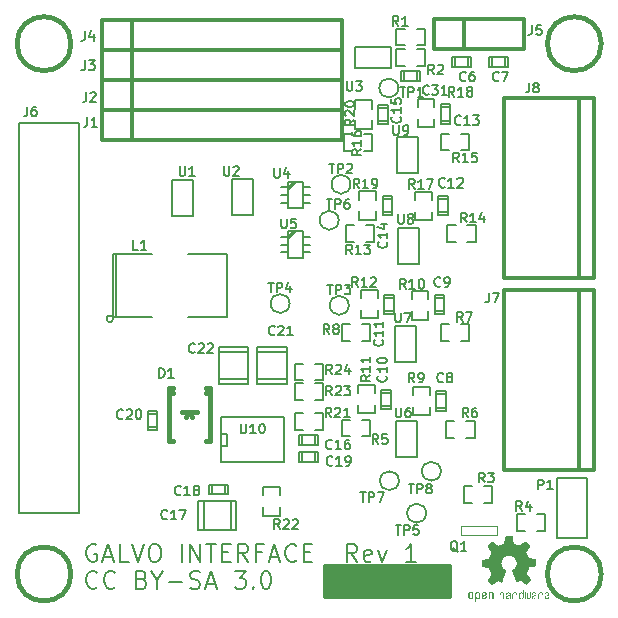
<source format=gto>
G04 (created by PCBNEW (2013-may-18)-stable) date Tue 20 Oct 2015 09:02:20 PM EDT*
%MOIN*%
G04 Gerber Fmt 3.4, Leading zero omitted, Abs format*
%FSLAX34Y34*%
G01*
G70*
G90*
G04 APERTURE LIST*
%ADD10C,0.00590551*%
%ADD11C,0.00708661*%
%ADD12C,0.0047*%
%ADD13C,0.005*%
%ADD14C,0.012*%
%ADD15C,0.006*%
%ADD16C,0.008*%
%ADD17C,0.015*%
%ADD18C,0.0001*%
%ADD19C,0.01*%
G04 APERTURE END LIST*
G54D10*
G54D11*
X42910Y-57865D02*
X42854Y-57837D01*
X42769Y-57837D01*
X42685Y-57865D01*
X42629Y-57921D01*
X42601Y-57978D01*
X42573Y-58090D01*
X42573Y-58174D01*
X42601Y-58287D01*
X42629Y-58343D01*
X42685Y-58399D01*
X42769Y-58428D01*
X42826Y-58428D01*
X42910Y-58399D01*
X42938Y-58371D01*
X42938Y-58174D01*
X42826Y-58174D01*
X43163Y-58259D02*
X43444Y-58259D01*
X43107Y-58428D02*
X43304Y-57837D01*
X43501Y-58428D01*
X43979Y-58428D02*
X43697Y-58428D01*
X43697Y-57837D01*
X44091Y-57837D02*
X44288Y-58428D01*
X44485Y-57837D01*
X44794Y-57837D02*
X44907Y-57837D01*
X44963Y-57865D01*
X45019Y-57921D01*
X45047Y-58034D01*
X45047Y-58231D01*
X45019Y-58343D01*
X44963Y-58399D01*
X44907Y-58428D01*
X44794Y-58428D01*
X44738Y-58399D01*
X44682Y-58343D01*
X44654Y-58231D01*
X44654Y-58034D01*
X44682Y-57921D01*
X44738Y-57865D01*
X44794Y-57837D01*
X45750Y-58428D02*
X45750Y-57837D01*
X46032Y-58428D02*
X46032Y-57837D01*
X46369Y-58428D01*
X46369Y-57837D01*
X46566Y-57837D02*
X46903Y-57837D01*
X46735Y-58428D02*
X46735Y-57837D01*
X47100Y-58118D02*
X47297Y-58118D01*
X47381Y-58428D02*
X47100Y-58428D01*
X47100Y-57837D01*
X47381Y-57837D01*
X47972Y-58428D02*
X47775Y-58146D01*
X47634Y-58428D02*
X47634Y-57837D01*
X47859Y-57837D01*
X47916Y-57865D01*
X47944Y-57893D01*
X47972Y-57949D01*
X47972Y-58034D01*
X47944Y-58090D01*
X47916Y-58118D01*
X47859Y-58146D01*
X47634Y-58146D01*
X48422Y-58118D02*
X48225Y-58118D01*
X48225Y-58428D02*
X48225Y-57837D01*
X48506Y-57837D01*
X48703Y-58259D02*
X48984Y-58259D01*
X48647Y-58428D02*
X48844Y-57837D01*
X49041Y-58428D01*
X49575Y-58371D02*
X49547Y-58399D01*
X49462Y-58428D01*
X49406Y-58428D01*
X49322Y-58399D01*
X49266Y-58343D01*
X49237Y-58287D01*
X49209Y-58174D01*
X49209Y-58090D01*
X49237Y-57978D01*
X49266Y-57921D01*
X49322Y-57865D01*
X49406Y-57837D01*
X49462Y-57837D01*
X49547Y-57865D01*
X49575Y-57893D01*
X49828Y-58118D02*
X50025Y-58118D01*
X50109Y-58428D02*
X49828Y-58428D01*
X49828Y-57837D01*
X50109Y-57837D01*
X51600Y-58428D02*
X51403Y-58146D01*
X51262Y-58428D02*
X51262Y-57837D01*
X51487Y-57837D01*
X51543Y-57865D01*
X51571Y-57893D01*
X51600Y-57949D01*
X51600Y-58034D01*
X51571Y-58090D01*
X51543Y-58118D01*
X51487Y-58146D01*
X51262Y-58146D01*
X52078Y-58399D02*
X52021Y-58428D01*
X51909Y-58428D01*
X51853Y-58399D01*
X51825Y-58343D01*
X51825Y-58118D01*
X51853Y-58062D01*
X51909Y-58034D01*
X52021Y-58034D01*
X52078Y-58062D01*
X52106Y-58118D01*
X52106Y-58174D01*
X51825Y-58231D01*
X52303Y-58034D02*
X52443Y-58428D01*
X52584Y-58034D01*
X53568Y-58428D02*
X53231Y-58428D01*
X53399Y-58428D02*
X53399Y-57837D01*
X53343Y-57921D01*
X53287Y-57978D01*
X53231Y-58006D01*
X42938Y-59269D02*
X42910Y-59297D01*
X42826Y-59325D01*
X42769Y-59325D01*
X42685Y-59297D01*
X42629Y-59241D01*
X42601Y-59185D01*
X42573Y-59072D01*
X42573Y-58988D01*
X42601Y-58875D01*
X42629Y-58819D01*
X42685Y-58763D01*
X42769Y-58735D01*
X42826Y-58735D01*
X42910Y-58763D01*
X42938Y-58791D01*
X43529Y-59269D02*
X43501Y-59297D01*
X43416Y-59325D01*
X43360Y-59325D01*
X43276Y-59297D01*
X43219Y-59241D01*
X43191Y-59185D01*
X43163Y-59072D01*
X43163Y-58988D01*
X43191Y-58875D01*
X43219Y-58819D01*
X43276Y-58763D01*
X43360Y-58735D01*
X43416Y-58735D01*
X43501Y-58763D01*
X43529Y-58791D01*
X44429Y-59016D02*
X44513Y-59044D01*
X44541Y-59072D01*
X44569Y-59128D01*
X44569Y-59213D01*
X44541Y-59269D01*
X44513Y-59297D01*
X44457Y-59325D01*
X44232Y-59325D01*
X44232Y-58735D01*
X44429Y-58735D01*
X44485Y-58763D01*
X44513Y-58791D01*
X44541Y-58847D01*
X44541Y-58903D01*
X44513Y-58960D01*
X44485Y-58988D01*
X44429Y-59016D01*
X44232Y-59016D01*
X44935Y-59044D02*
X44935Y-59325D01*
X44738Y-58735D02*
X44935Y-59044D01*
X45132Y-58735D01*
X45329Y-59100D02*
X45778Y-59100D01*
X46032Y-59297D02*
X46116Y-59325D01*
X46257Y-59325D01*
X46313Y-59297D01*
X46341Y-59269D01*
X46369Y-59213D01*
X46369Y-59156D01*
X46341Y-59100D01*
X46313Y-59072D01*
X46257Y-59044D01*
X46144Y-59016D01*
X46088Y-58988D01*
X46060Y-58960D01*
X46032Y-58903D01*
X46032Y-58847D01*
X46060Y-58791D01*
X46088Y-58763D01*
X46144Y-58735D01*
X46285Y-58735D01*
X46369Y-58763D01*
X46594Y-59156D02*
X46875Y-59156D01*
X46538Y-59325D02*
X46735Y-58735D01*
X46931Y-59325D01*
X47522Y-58735D02*
X47888Y-58735D01*
X47691Y-58960D01*
X47775Y-58960D01*
X47831Y-58988D01*
X47859Y-59016D01*
X47888Y-59072D01*
X47888Y-59213D01*
X47859Y-59269D01*
X47831Y-59297D01*
X47775Y-59325D01*
X47606Y-59325D01*
X47550Y-59297D01*
X47522Y-59269D01*
X48141Y-59269D02*
X48169Y-59297D01*
X48141Y-59325D01*
X48113Y-59297D01*
X48141Y-59269D01*
X48141Y-59325D01*
X48534Y-58735D02*
X48591Y-58735D01*
X48647Y-58763D01*
X48675Y-58791D01*
X48703Y-58847D01*
X48731Y-58960D01*
X48731Y-59100D01*
X48703Y-59213D01*
X48675Y-59269D01*
X48647Y-59297D01*
X48591Y-59325D01*
X48534Y-59325D01*
X48478Y-59297D01*
X48450Y-59269D01*
X48422Y-59213D01*
X48394Y-59100D01*
X48394Y-58960D01*
X48422Y-58847D01*
X48450Y-58791D01*
X48478Y-58763D01*
X48534Y-58735D01*
G54D12*
X55049Y-57231D02*
X56249Y-57231D01*
X56249Y-57231D02*
X56249Y-57531D01*
X56249Y-57531D02*
X55049Y-57531D01*
X55049Y-57531D02*
X55049Y-57231D01*
G54D13*
X52976Y-47293D02*
X53676Y-47293D01*
X53676Y-47293D02*
X53676Y-48493D01*
X53676Y-48493D02*
X52976Y-48493D01*
X52976Y-48493D02*
X52976Y-47293D01*
X52917Y-44262D02*
X53617Y-44262D01*
X53617Y-44262D02*
X53617Y-45462D01*
X53617Y-45462D02*
X52917Y-45462D01*
X52917Y-45462D02*
X52917Y-44262D01*
X52878Y-50581D02*
X53578Y-50581D01*
X53578Y-50581D02*
X53578Y-51781D01*
X53578Y-51781D02*
X52878Y-51781D01*
X52878Y-51781D02*
X52878Y-50581D01*
X52898Y-53750D02*
X53598Y-53750D01*
X53598Y-53750D02*
X53598Y-54950D01*
X53598Y-54950D02*
X52898Y-54950D01*
X52898Y-54950D02*
X52898Y-53750D01*
X48145Y-46879D02*
X47445Y-46879D01*
X47445Y-46879D02*
X47445Y-45679D01*
X47445Y-45679D02*
X48145Y-45679D01*
X48145Y-45679D02*
X48145Y-46879D01*
X46137Y-46899D02*
X45437Y-46899D01*
X45437Y-46899D02*
X45437Y-45699D01*
X45437Y-45699D02*
X46137Y-45699D01*
X46137Y-45699D02*
X46137Y-46899D01*
X52737Y-41268D02*
X52737Y-41968D01*
X52737Y-41968D02*
X51537Y-41968D01*
X51537Y-41968D02*
X51537Y-41268D01*
X51537Y-41268D02*
X52737Y-41268D01*
X47060Y-55070D02*
X47060Y-55120D01*
X47060Y-55120D02*
X49160Y-55120D01*
X49160Y-53620D02*
X47060Y-53620D01*
X47060Y-53620D02*
X47060Y-55070D01*
X47060Y-54170D02*
X47260Y-54170D01*
X47260Y-54170D02*
X47260Y-54570D01*
X47260Y-54570D02*
X47060Y-54570D01*
X49160Y-53620D02*
X49160Y-55120D01*
X43466Y-50332D02*
G75*
G03X43466Y-50332I-111J0D01*
G74*
G01*
X43554Y-48182D02*
X43554Y-50282D01*
X43454Y-48182D02*
X43454Y-50282D01*
X44754Y-50282D02*
X43454Y-50282D01*
X44754Y-48182D02*
X43454Y-48182D01*
X45954Y-48182D02*
X47254Y-48182D01*
X47254Y-48182D02*
X47254Y-50282D01*
X47254Y-50282D02*
X45954Y-50282D01*
X51752Y-54251D02*
X52030Y-54251D01*
X52030Y-54251D02*
X52030Y-53701D01*
X52030Y-53701D02*
X51752Y-53701D01*
X51080Y-54251D02*
X51358Y-54251D01*
X51080Y-54251D02*
X51080Y-53701D01*
X51080Y-53701D02*
X51358Y-53701D01*
X53188Y-41339D02*
X52910Y-41339D01*
X52910Y-41339D02*
X52910Y-41889D01*
X52910Y-41889D02*
X53188Y-41889D01*
X53860Y-41339D02*
X53582Y-41339D01*
X53860Y-41339D02*
X53860Y-41889D01*
X53860Y-41889D02*
X53582Y-41889D01*
X52184Y-52814D02*
X52184Y-52536D01*
X52184Y-52536D02*
X51634Y-52536D01*
X51634Y-52536D02*
X51634Y-52814D01*
X52184Y-53486D02*
X52184Y-53208D01*
X52184Y-53486D02*
X51634Y-53486D01*
X51634Y-53486D02*
X51634Y-53208D01*
X54842Y-53740D02*
X54564Y-53740D01*
X54564Y-53740D02*
X54564Y-54290D01*
X54564Y-54290D02*
X54842Y-54290D01*
X55514Y-53740D02*
X55236Y-53740D01*
X55514Y-53740D02*
X55514Y-54290D01*
X55514Y-54290D02*
X55236Y-54290D01*
X53465Y-53267D02*
X53465Y-53545D01*
X53465Y-53545D02*
X54015Y-53545D01*
X54015Y-53545D02*
X54015Y-53267D01*
X53465Y-52595D02*
X53465Y-52873D01*
X53465Y-52595D02*
X54015Y-52595D01*
X54015Y-52595D02*
X54015Y-52873D01*
X53622Y-43661D02*
X53622Y-43939D01*
X53622Y-43939D02*
X54172Y-43939D01*
X54172Y-43939D02*
X54172Y-43661D01*
X53622Y-42989D02*
X53622Y-43267D01*
X53622Y-42989D02*
X54172Y-42989D01*
X54172Y-42989D02*
X54172Y-43267D01*
X51830Y-44723D02*
X52108Y-44723D01*
X52108Y-44723D02*
X52108Y-44173D01*
X52108Y-44173D02*
X51830Y-44173D01*
X51158Y-44723D02*
X51436Y-44723D01*
X51158Y-44723D02*
X51158Y-44173D01*
X51158Y-44173D02*
X51436Y-44173D01*
X54665Y-50512D02*
X54387Y-50512D01*
X54387Y-50512D02*
X54387Y-51062D01*
X54387Y-51062D02*
X54665Y-51062D01*
X55337Y-50512D02*
X55059Y-50512D01*
X55337Y-50512D02*
X55337Y-51062D01*
X55337Y-51062D02*
X55059Y-51062D01*
X52282Y-49645D02*
X52282Y-49367D01*
X52282Y-49367D02*
X51732Y-49367D01*
X51732Y-49367D02*
X51732Y-49645D01*
X52282Y-50317D02*
X52282Y-50039D01*
X52282Y-50317D02*
X51732Y-50317D01*
X51732Y-50317D02*
X51732Y-50039D01*
X51752Y-51062D02*
X52030Y-51062D01*
X52030Y-51062D02*
X52030Y-50512D01*
X52030Y-50512D02*
X51752Y-50512D01*
X51080Y-51062D02*
X51358Y-51062D01*
X51080Y-51062D02*
X51080Y-50512D01*
X51080Y-50512D02*
X51358Y-50512D01*
X53425Y-50078D02*
X53425Y-50356D01*
X53425Y-50356D02*
X53975Y-50356D01*
X53975Y-50356D02*
X53975Y-50078D01*
X53425Y-49406D02*
X53425Y-49684D01*
X53425Y-49406D02*
X53975Y-49406D01*
X53975Y-49406D02*
X53975Y-49684D01*
X52086Y-43326D02*
X52086Y-43048D01*
X52086Y-43048D02*
X51536Y-43048D01*
X51536Y-43048D02*
X51536Y-43326D01*
X52086Y-43998D02*
X52086Y-43720D01*
X52086Y-43998D02*
X51536Y-43998D01*
X51536Y-43998D02*
X51536Y-43720D01*
X54665Y-44154D02*
X54387Y-44154D01*
X54387Y-44154D02*
X54387Y-44704D01*
X54387Y-44704D02*
X54665Y-44704D01*
X55337Y-44154D02*
X55059Y-44154D01*
X55337Y-44154D02*
X55337Y-44704D01*
X55337Y-44704D02*
X55059Y-44704D01*
X53543Y-46771D02*
X53543Y-47049D01*
X53543Y-47049D02*
X54093Y-47049D01*
X54093Y-47049D02*
X54093Y-46771D01*
X53543Y-46099D02*
X53543Y-46377D01*
X53543Y-46099D02*
X54093Y-46099D01*
X54093Y-46099D02*
X54093Y-46377D01*
X54881Y-47205D02*
X54603Y-47205D01*
X54603Y-47205D02*
X54603Y-47755D01*
X54603Y-47755D02*
X54881Y-47755D01*
X55553Y-47205D02*
X55275Y-47205D01*
X55553Y-47205D02*
X55553Y-47755D01*
X55553Y-47755D02*
X55275Y-47755D01*
X52223Y-46358D02*
X52223Y-46080D01*
X52223Y-46080D02*
X51673Y-46080D01*
X51673Y-46080D02*
X51673Y-46358D01*
X52223Y-47030D02*
X52223Y-46752D01*
X52223Y-47030D02*
X51673Y-47030D01*
X51673Y-47030D02*
X51673Y-46752D01*
X51889Y-47755D02*
X52167Y-47755D01*
X52167Y-47755D02*
X52167Y-47205D01*
X52167Y-47205D02*
X51889Y-47205D01*
X51217Y-47755D02*
X51495Y-47755D01*
X51217Y-47755D02*
X51217Y-47205D01*
X51217Y-47205D02*
X51495Y-47205D01*
X55826Y-56456D02*
X56104Y-56456D01*
X56104Y-56456D02*
X56104Y-55906D01*
X56104Y-55906D02*
X55826Y-55906D01*
X55154Y-56456D02*
X55432Y-56456D01*
X55154Y-56456D02*
X55154Y-55906D01*
X55154Y-55906D02*
X55432Y-55906D01*
X49803Y-51831D02*
X49525Y-51831D01*
X49525Y-51831D02*
X49525Y-52381D01*
X49525Y-52381D02*
X49803Y-52381D01*
X50475Y-51831D02*
X50197Y-51831D01*
X50475Y-51831D02*
X50475Y-52381D01*
X50475Y-52381D02*
X50197Y-52381D01*
X50197Y-53030D02*
X50475Y-53030D01*
X50475Y-53030D02*
X50475Y-52480D01*
X50475Y-52480D02*
X50197Y-52480D01*
X49525Y-53030D02*
X49803Y-53030D01*
X49525Y-53030D02*
X49525Y-52480D01*
X49525Y-52480D02*
X49803Y-52480D01*
X49803Y-53484D02*
X49525Y-53484D01*
X49525Y-53484D02*
X49525Y-54034D01*
X49525Y-54034D02*
X49803Y-54034D01*
X50475Y-53484D02*
X50197Y-53484D01*
X50475Y-53484D02*
X50475Y-54034D01*
X50475Y-54034D02*
X50197Y-54034D01*
X49015Y-56220D02*
X49015Y-55942D01*
X49015Y-55942D02*
X48465Y-55942D01*
X48465Y-55942D02*
X48465Y-56220D01*
X49015Y-56892D02*
X49015Y-56614D01*
X49015Y-56892D02*
X48465Y-56892D01*
X48465Y-56892D02*
X48465Y-56614D01*
X57598Y-57400D02*
X57876Y-57400D01*
X57876Y-57400D02*
X57876Y-56850D01*
X57876Y-56850D02*
X57598Y-56850D01*
X56926Y-57400D02*
X57204Y-57400D01*
X56926Y-57400D02*
X56926Y-56850D01*
X56926Y-56850D02*
X57204Y-56850D01*
X53582Y-41219D02*
X53860Y-41219D01*
X53860Y-41219D02*
X53860Y-40669D01*
X53860Y-40669D02*
X53582Y-40669D01*
X52910Y-41219D02*
X53188Y-41219D01*
X52910Y-41219D02*
X52910Y-40669D01*
X52910Y-40669D02*
X53188Y-40669D01*
G54D14*
X43106Y-40377D02*
X51106Y-40377D01*
X51106Y-40377D02*
X51106Y-41377D01*
X51106Y-41377D02*
X43106Y-41377D01*
X43106Y-41377D02*
X43106Y-40377D01*
X44106Y-41377D02*
X44106Y-40377D01*
X43106Y-41377D02*
X51106Y-41377D01*
X51106Y-41377D02*
X51106Y-42377D01*
X51106Y-42377D02*
X43106Y-42377D01*
X43106Y-42377D02*
X43106Y-41377D01*
X44106Y-42377D02*
X44106Y-41377D01*
X43106Y-42377D02*
X51106Y-42377D01*
X51106Y-42377D02*
X51106Y-43377D01*
X51106Y-43377D02*
X43106Y-43377D01*
X43106Y-43377D02*
X43106Y-42377D01*
X44106Y-43377D02*
X44106Y-42377D01*
X43106Y-43377D02*
X51106Y-43377D01*
X51106Y-43377D02*
X51106Y-44377D01*
X51106Y-44377D02*
X43106Y-44377D01*
X43106Y-44377D02*
X43106Y-43377D01*
X44106Y-44377D02*
X44106Y-43377D01*
X54169Y-41326D02*
X54169Y-40326D01*
X54169Y-40326D02*
X57169Y-40326D01*
X57169Y-40326D02*
X57169Y-41326D01*
X57169Y-41326D02*
X54169Y-41326D01*
X55169Y-40326D02*
X55169Y-41326D01*
G54D13*
X49802Y-47854D02*
X50022Y-47854D01*
X49292Y-47679D02*
X49552Y-47419D01*
X49292Y-47619D02*
X49487Y-47419D01*
X49802Y-48109D02*
X50022Y-48109D01*
X49802Y-47599D02*
X50022Y-47599D01*
X49292Y-47854D02*
X49072Y-47854D01*
X49292Y-48109D02*
X49072Y-48109D01*
X49292Y-47599D02*
X49072Y-47599D01*
X49802Y-47419D02*
X49802Y-48289D01*
X49802Y-48289D02*
X49292Y-48289D01*
X49292Y-48289D02*
X49292Y-47419D01*
X49292Y-47419D02*
X49802Y-47419D01*
X49802Y-46200D02*
X50022Y-46200D01*
X49292Y-46025D02*
X49552Y-45765D01*
X49292Y-45965D02*
X49487Y-45765D01*
X49802Y-46455D02*
X50022Y-46455D01*
X49802Y-45945D02*
X50022Y-45945D01*
X49292Y-46200D02*
X49072Y-46200D01*
X49292Y-46455D02*
X49072Y-46455D01*
X49292Y-45945D02*
X49072Y-45945D01*
X49802Y-45765D02*
X49802Y-46635D01*
X49802Y-46635D02*
X49292Y-46635D01*
X49292Y-46635D02*
X49292Y-45765D01*
X49292Y-45765D02*
X49802Y-45765D01*
G54D15*
X58259Y-55633D02*
X59259Y-55633D01*
X59259Y-55633D02*
X59259Y-57633D01*
X59259Y-57633D02*
X58259Y-57633D01*
X58259Y-57633D02*
X58259Y-55633D01*
G54D16*
X42318Y-56795D02*
X42318Y-43795D01*
X40318Y-43795D02*
X40318Y-56795D01*
X40318Y-56795D02*
X42318Y-56795D01*
X42318Y-43795D02*
X40318Y-43795D01*
G54D17*
X45747Y-53444D02*
X46259Y-53444D01*
X46003Y-53444D02*
X46101Y-53602D01*
X46003Y-53444D02*
X45885Y-53602D01*
X46692Y-52814D02*
X46554Y-52814D01*
X45314Y-52814D02*
X45452Y-52814D01*
X46692Y-52637D02*
X46554Y-52637D01*
X46692Y-54409D02*
X46554Y-54409D01*
X45314Y-54409D02*
X45452Y-54409D01*
X45314Y-52637D02*
X45452Y-52637D01*
X46692Y-54409D02*
X46692Y-52637D01*
X45314Y-54409D02*
X45314Y-52637D01*
G54D13*
X54858Y-41611D02*
X54858Y-41931D01*
X55298Y-41921D02*
X55298Y-41611D01*
X55398Y-41931D02*
X54758Y-41931D01*
X54758Y-41931D02*
X54758Y-41611D01*
X54758Y-41611D02*
X55398Y-41611D01*
X55398Y-41611D02*
X55398Y-41931D01*
X47188Y-56183D02*
X47188Y-55863D01*
X46748Y-55873D02*
X46748Y-56183D01*
X46648Y-55863D02*
X47288Y-55863D01*
X47288Y-55863D02*
X47288Y-56183D01*
X47288Y-56183D02*
X46648Y-56183D01*
X46648Y-56183D02*
X46648Y-55863D01*
X50200Y-54530D02*
X50200Y-54210D01*
X49760Y-54220D02*
X49760Y-54530D01*
X49660Y-54210D02*
X50300Y-54210D01*
X50300Y-54210D02*
X50300Y-54530D01*
X50300Y-54530D02*
X49660Y-54530D01*
X49660Y-54530D02*
X49660Y-54210D01*
X56079Y-41611D02*
X56079Y-41931D01*
X56519Y-41921D02*
X56519Y-41611D01*
X56619Y-41931D02*
X55979Y-41931D01*
X55979Y-41931D02*
X55979Y-41611D01*
X55979Y-41611D02*
X56619Y-41611D01*
X56619Y-41611D02*
X56619Y-41931D01*
X50200Y-55100D02*
X50200Y-54780D01*
X49760Y-54790D02*
X49760Y-55100D01*
X49660Y-54780D02*
X50300Y-54780D01*
X50300Y-54780D02*
X50300Y-55100D01*
X50300Y-55100D02*
X49660Y-55100D01*
X49660Y-55100D02*
X49660Y-54780D01*
X44623Y-53940D02*
X44943Y-53940D01*
X44933Y-53500D02*
X44623Y-53500D01*
X44943Y-53400D02*
X44943Y-54040D01*
X44943Y-54040D02*
X44623Y-54040D01*
X44623Y-54040D02*
X44623Y-53400D01*
X44623Y-53400D02*
X44943Y-53400D01*
X52620Y-43303D02*
X52300Y-43303D01*
X52310Y-43743D02*
X52620Y-43743D01*
X52300Y-43843D02*
X52300Y-43203D01*
X52300Y-43203D02*
X52620Y-43203D01*
X52620Y-43203D02*
X52620Y-43843D01*
X52620Y-43843D02*
X52300Y-43843D01*
X54707Y-43283D02*
X54387Y-43283D01*
X54397Y-43723D02*
X54707Y-43723D01*
X54387Y-43823D02*
X54387Y-43183D01*
X54387Y-43183D02*
X54707Y-43183D01*
X54707Y-43183D02*
X54707Y-43823D01*
X54707Y-43823D02*
X54387Y-43823D01*
X54549Y-52850D02*
X54229Y-52850D01*
X54239Y-53290D02*
X54549Y-53290D01*
X54229Y-53390D02*
X54229Y-52750D01*
X54229Y-52750D02*
X54549Y-52750D01*
X54549Y-52750D02*
X54549Y-53390D01*
X54549Y-53390D02*
X54229Y-53390D01*
X52719Y-52791D02*
X52399Y-52791D01*
X52409Y-53231D02*
X52719Y-53231D01*
X52399Y-53331D02*
X52399Y-52691D01*
X52399Y-52691D02*
X52719Y-52691D01*
X52719Y-52691D02*
X52719Y-53331D01*
X52719Y-53331D02*
X52399Y-53331D01*
X54510Y-49642D02*
X54190Y-49642D01*
X54200Y-50082D02*
X54510Y-50082D01*
X54190Y-50182D02*
X54190Y-49542D01*
X54190Y-49542D02*
X54510Y-49542D01*
X54510Y-49542D02*
X54510Y-50182D01*
X54510Y-50182D02*
X54190Y-50182D01*
X52817Y-49622D02*
X52497Y-49622D01*
X52507Y-50062D02*
X52817Y-50062D01*
X52497Y-50162D02*
X52497Y-49522D01*
X52497Y-49522D02*
X52817Y-49522D01*
X52817Y-49522D02*
X52817Y-50162D01*
X52817Y-50162D02*
X52497Y-50162D01*
X52778Y-46335D02*
X52458Y-46335D01*
X52468Y-46775D02*
X52778Y-46775D01*
X52458Y-46875D02*
X52458Y-46235D01*
X52458Y-46235D02*
X52778Y-46235D01*
X52778Y-46235D02*
X52778Y-46875D01*
X52778Y-46875D02*
X52458Y-46875D01*
X54628Y-46335D02*
X54308Y-46335D01*
X54318Y-46775D02*
X54628Y-46775D01*
X54308Y-46875D02*
X54308Y-46235D01*
X54308Y-46235D02*
X54628Y-46235D01*
X54628Y-46235D02*
X54628Y-46875D01*
X54628Y-46875D02*
X54308Y-46875D01*
G54D14*
X59492Y-48984D02*
X56492Y-48984D01*
X59492Y-42984D02*
X56492Y-42984D01*
X58992Y-48984D02*
X58992Y-42984D01*
X56492Y-48984D02*
X56492Y-42984D01*
X59492Y-48984D02*
X59492Y-42984D01*
X59492Y-55381D02*
X56492Y-55381D01*
X59492Y-49381D02*
X56492Y-49381D01*
X58992Y-55381D02*
X58992Y-49381D01*
X56492Y-55381D02*
X56492Y-49381D01*
X59492Y-55381D02*
X59492Y-49381D01*
G54D13*
X52973Y-42637D02*
G75*
G03X52973Y-42637I-316J0D01*
G74*
G01*
X51320Y-49881D02*
G75*
G03X51320Y-49881I-316J0D01*
G74*
G01*
X51379Y-45846D02*
G75*
G03X51379Y-45846I-316J0D01*
G74*
G01*
X53165Y-42084D02*
X53165Y-42404D01*
X53605Y-42394D02*
X53605Y-42084D01*
X53705Y-42404D02*
X53065Y-42404D01*
X53065Y-42404D02*
X53065Y-42084D01*
X53065Y-42084D02*
X53705Y-42084D01*
X53705Y-42084D02*
X53705Y-42404D01*
X46990Y-52519D02*
X47970Y-52519D01*
X47970Y-51259D02*
X46990Y-51259D01*
X46990Y-51439D02*
X47970Y-51439D01*
X47970Y-52339D02*
X46990Y-52339D01*
X47970Y-52519D02*
X47970Y-51259D01*
X46990Y-51259D02*
X46990Y-52519D01*
X48269Y-52519D02*
X49249Y-52519D01*
X49249Y-51259D02*
X48269Y-51259D01*
X48269Y-51439D02*
X49249Y-51439D01*
X49249Y-52339D02*
X48269Y-52339D01*
X49249Y-52519D02*
X49249Y-51259D01*
X48269Y-51259D02*
X48269Y-52519D01*
X46299Y-56399D02*
X46299Y-57379D01*
X47559Y-57379D02*
X47559Y-56399D01*
X47379Y-56399D02*
X47379Y-57379D01*
X46479Y-57379D02*
X46479Y-56399D01*
X46299Y-57379D02*
X47559Y-57379D01*
X47559Y-56399D02*
X46299Y-56399D01*
X53898Y-56811D02*
G75*
G03X53898Y-56811I-316J0D01*
G74*
G01*
X50985Y-47047D02*
G75*
G03X50985Y-47047I-316J0D01*
G74*
G01*
X49351Y-49822D02*
G75*
G03X49351Y-49822I-316J0D01*
G74*
G01*
X52993Y-55728D02*
G75*
G03X52993Y-55728I-316J0D01*
G74*
G01*
X54391Y-55413D02*
G75*
G03X54391Y-55413I-316J0D01*
G74*
G01*
G54D17*
X42061Y-41161D02*
G75*
G03X42061Y-41161I-900J0D01*
G74*
G01*
X59738Y-58838D02*
G75*
G03X59738Y-58838I-900J0D01*
G74*
G01*
X59738Y-41161D02*
G75*
G03X59738Y-41161I-900J0D01*
G74*
G01*
X42061Y-58838D02*
G75*
G03X42061Y-58838I-900J0D01*
G74*
G01*
G54D18*
G36*
X56567Y-57574D02*
X56577Y-57574D01*
X56577Y-57584D01*
X56567Y-57584D01*
X56567Y-57574D01*
X56567Y-57574D01*
G37*
G36*
X56577Y-57574D02*
X56587Y-57574D01*
X56587Y-57584D01*
X56577Y-57584D01*
X56577Y-57574D01*
X56577Y-57574D01*
G37*
G36*
X56587Y-57574D02*
X56597Y-57574D01*
X56597Y-57584D01*
X56587Y-57584D01*
X56587Y-57574D01*
X56587Y-57574D01*
G37*
G36*
X56597Y-57574D02*
X56607Y-57574D01*
X56607Y-57584D01*
X56597Y-57584D01*
X56597Y-57574D01*
X56597Y-57574D01*
G37*
G36*
X56607Y-57574D02*
X56617Y-57574D01*
X56617Y-57584D01*
X56607Y-57584D01*
X56607Y-57574D01*
X56607Y-57574D01*
G37*
G36*
X56617Y-57574D02*
X56627Y-57574D01*
X56627Y-57584D01*
X56617Y-57584D01*
X56617Y-57574D01*
X56617Y-57574D01*
G37*
G36*
X56627Y-57574D02*
X56637Y-57574D01*
X56637Y-57584D01*
X56627Y-57584D01*
X56627Y-57574D01*
X56627Y-57574D01*
G37*
G36*
X56637Y-57574D02*
X56647Y-57574D01*
X56647Y-57584D01*
X56637Y-57584D01*
X56637Y-57574D01*
X56637Y-57574D01*
G37*
G36*
X56647Y-57574D02*
X56657Y-57574D01*
X56657Y-57584D01*
X56647Y-57584D01*
X56647Y-57574D01*
X56647Y-57574D01*
G37*
G36*
X56657Y-57574D02*
X56667Y-57574D01*
X56667Y-57584D01*
X56657Y-57584D01*
X56657Y-57574D01*
X56657Y-57574D01*
G37*
G36*
X56667Y-57574D02*
X56677Y-57574D01*
X56677Y-57584D01*
X56667Y-57584D01*
X56667Y-57574D01*
X56667Y-57574D01*
G37*
G36*
X56677Y-57574D02*
X56687Y-57574D01*
X56687Y-57584D01*
X56677Y-57584D01*
X56677Y-57574D01*
X56677Y-57574D01*
G37*
G36*
X56687Y-57574D02*
X56697Y-57574D01*
X56697Y-57584D01*
X56687Y-57584D01*
X56687Y-57574D01*
X56687Y-57574D01*
G37*
G36*
X56697Y-57574D02*
X56707Y-57574D01*
X56707Y-57584D01*
X56697Y-57584D01*
X56697Y-57574D01*
X56697Y-57574D01*
G37*
G36*
X56707Y-57574D02*
X56717Y-57574D01*
X56717Y-57584D01*
X56707Y-57584D01*
X56707Y-57574D01*
X56707Y-57574D01*
G37*
G36*
X56717Y-57574D02*
X56727Y-57574D01*
X56727Y-57584D01*
X56717Y-57584D01*
X56717Y-57574D01*
X56717Y-57574D01*
G37*
G36*
X56727Y-57574D02*
X56737Y-57574D01*
X56737Y-57584D01*
X56727Y-57584D01*
X56727Y-57574D01*
X56727Y-57574D01*
G37*
G36*
X56737Y-57574D02*
X56747Y-57574D01*
X56747Y-57584D01*
X56737Y-57584D01*
X56737Y-57574D01*
X56737Y-57574D01*
G37*
G36*
X56747Y-57574D02*
X56757Y-57574D01*
X56757Y-57584D01*
X56747Y-57584D01*
X56747Y-57574D01*
X56747Y-57574D01*
G37*
G36*
X56757Y-57574D02*
X56767Y-57574D01*
X56767Y-57584D01*
X56757Y-57584D01*
X56757Y-57574D01*
X56757Y-57574D01*
G37*
G36*
X56547Y-57584D02*
X56557Y-57584D01*
X56557Y-57594D01*
X56547Y-57594D01*
X56547Y-57584D01*
X56547Y-57584D01*
G37*
G36*
X56557Y-57584D02*
X56567Y-57584D01*
X56567Y-57594D01*
X56557Y-57594D01*
X56557Y-57584D01*
X56557Y-57584D01*
G37*
G36*
X56567Y-57584D02*
X56577Y-57584D01*
X56577Y-57594D01*
X56567Y-57594D01*
X56567Y-57584D01*
X56567Y-57584D01*
G37*
G36*
X56577Y-57584D02*
X56587Y-57584D01*
X56587Y-57594D01*
X56577Y-57594D01*
X56577Y-57584D01*
X56577Y-57584D01*
G37*
G36*
X56587Y-57584D02*
X56597Y-57584D01*
X56597Y-57594D01*
X56587Y-57594D01*
X56587Y-57584D01*
X56587Y-57584D01*
G37*
G36*
X56597Y-57584D02*
X56607Y-57584D01*
X56607Y-57594D01*
X56597Y-57594D01*
X56597Y-57584D01*
X56597Y-57584D01*
G37*
G36*
X56607Y-57584D02*
X56617Y-57584D01*
X56617Y-57594D01*
X56607Y-57594D01*
X56607Y-57584D01*
X56607Y-57584D01*
G37*
G36*
X56617Y-57584D02*
X56627Y-57584D01*
X56627Y-57594D01*
X56617Y-57594D01*
X56617Y-57584D01*
X56617Y-57584D01*
G37*
G36*
X56627Y-57584D02*
X56637Y-57584D01*
X56637Y-57594D01*
X56627Y-57594D01*
X56627Y-57584D01*
X56627Y-57584D01*
G37*
G36*
X56637Y-57584D02*
X56647Y-57584D01*
X56647Y-57594D01*
X56637Y-57594D01*
X56637Y-57584D01*
X56637Y-57584D01*
G37*
G36*
X56647Y-57584D02*
X56657Y-57584D01*
X56657Y-57594D01*
X56647Y-57594D01*
X56647Y-57584D01*
X56647Y-57584D01*
G37*
G36*
X56657Y-57584D02*
X56667Y-57584D01*
X56667Y-57594D01*
X56657Y-57594D01*
X56657Y-57584D01*
X56657Y-57584D01*
G37*
G36*
X56667Y-57584D02*
X56677Y-57584D01*
X56677Y-57594D01*
X56667Y-57594D01*
X56667Y-57584D01*
X56667Y-57584D01*
G37*
G36*
X56677Y-57584D02*
X56687Y-57584D01*
X56687Y-57594D01*
X56677Y-57594D01*
X56677Y-57584D01*
X56677Y-57584D01*
G37*
G36*
X56687Y-57584D02*
X56697Y-57584D01*
X56697Y-57594D01*
X56687Y-57594D01*
X56687Y-57584D01*
X56687Y-57584D01*
G37*
G36*
X56697Y-57584D02*
X56707Y-57584D01*
X56707Y-57594D01*
X56697Y-57594D01*
X56697Y-57584D01*
X56697Y-57584D01*
G37*
G36*
X56707Y-57584D02*
X56717Y-57584D01*
X56717Y-57594D01*
X56707Y-57594D01*
X56707Y-57584D01*
X56707Y-57584D01*
G37*
G36*
X56717Y-57584D02*
X56727Y-57584D01*
X56727Y-57594D01*
X56717Y-57594D01*
X56717Y-57584D01*
X56717Y-57584D01*
G37*
G36*
X56727Y-57584D02*
X56737Y-57584D01*
X56737Y-57594D01*
X56727Y-57594D01*
X56727Y-57584D01*
X56727Y-57584D01*
G37*
G36*
X56737Y-57584D02*
X56747Y-57584D01*
X56747Y-57594D01*
X56737Y-57594D01*
X56737Y-57584D01*
X56737Y-57584D01*
G37*
G36*
X56747Y-57584D02*
X56757Y-57584D01*
X56757Y-57594D01*
X56747Y-57594D01*
X56747Y-57584D01*
X56747Y-57584D01*
G37*
G36*
X56757Y-57584D02*
X56767Y-57584D01*
X56767Y-57594D01*
X56757Y-57594D01*
X56757Y-57584D01*
X56757Y-57584D01*
G37*
G36*
X56767Y-57584D02*
X56777Y-57584D01*
X56777Y-57594D01*
X56767Y-57594D01*
X56767Y-57584D01*
X56767Y-57584D01*
G37*
G36*
X56777Y-57584D02*
X56787Y-57584D01*
X56787Y-57594D01*
X56777Y-57594D01*
X56777Y-57584D01*
X56777Y-57584D01*
G37*
G36*
X56537Y-57594D02*
X56547Y-57594D01*
X56547Y-57604D01*
X56537Y-57604D01*
X56537Y-57594D01*
X56537Y-57594D01*
G37*
G36*
X56547Y-57594D02*
X56557Y-57594D01*
X56557Y-57604D01*
X56547Y-57604D01*
X56547Y-57594D01*
X56547Y-57594D01*
G37*
G36*
X56557Y-57594D02*
X56567Y-57594D01*
X56567Y-57604D01*
X56557Y-57604D01*
X56557Y-57594D01*
X56557Y-57594D01*
G37*
G36*
X56567Y-57594D02*
X56577Y-57594D01*
X56577Y-57604D01*
X56567Y-57604D01*
X56567Y-57594D01*
X56567Y-57594D01*
G37*
G36*
X56577Y-57594D02*
X56587Y-57594D01*
X56587Y-57604D01*
X56577Y-57604D01*
X56577Y-57594D01*
X56577Y-57594D01*
G37*
G36*
X56587Y-57594D02*
X56597Y-57594D01*
X56597Y-57604D01*
X56587Y-57604D01*
X56587Y-57594D01*
X56587Y-57594D01*
G37*
G36*
X56597Y-57594D02*
X56607Y-57594D01*
X56607Y-57604D01*
X56597Y-57604D01*
X56597Y-57594D01*
X56597Y-57594D01*
G37*
G36*
X56607Y-57594D02*
X56617Y-57594D01*
X56617Y-57604D01*
X56607Y-57604D01*
X56607Y-57594D01*
X56607Y-57594D01*
G37*
G36*
X56617Y-57594D02*
X56627Y-57594D01*
X56627Y-57604D01*
X56617Y-57604D01*
X56617Y-57594D01*
X56617Y-57594D01*
G37*
G36*
X56627Y-57594D02*
X56637Y-57594D01*
X56637Y-57604D01*
X56627Y-57604D01*
X56627Y-57594D01*
X56627Y-57594D01*
G37*
G36*
X56637Y-57594D02*
X56647Y-57594D01*
X56647Y-57604D01*
X56637Y-57604D01*
X56637Y-57594D01*
X56637Y-57594D01*
G37*
G36*
X56647Y-57594D02*
X56657Y-57594D01*
X56657Y-57604D01*
X56647Y-57604D01*
X56647Y-57594D01*
X56647Y-57594D01*
G37*
G36*
X56657Y-57594D02*
X56667Y-57594D01*
X56667Y-57604D01*
X56657Y-57604D01*
X56657Y-57594D01*
X56657Y-57594D01*
G37*
G36*
X56667Y-57594D02*
X56677Y-57594D01*
X56677Y-57604D01*
X56667Y-57604D01*
X56667Y-57594D01*
X56667Y-57594D01*
G37*
G36*
X56677Y-57594D02*
X56687Y-57594D01*
X56687Y-57604D01*
X56677Y-57604D01*
X56677Y-57594D01*
X56677Y-57594D01*
G37*
G36*
X56687Y-57594D02*
X56697Y-57594D01*
X56697Y-57604D01*
X56687Y-57604D01*
X56687Y-57594D01*
X56687Y-57594D01*
G37*
G36*
X56697Y-57594D02*
X56707Y-57594D01*
X56707Y-57604D01*
X56697Y-57604D01*
X56697Y-57594D01*
X56697Y-57594D01*
G37*
G36*
X56707Y-57594D02*
X56717Y-57594D01*
X56717Y-57604D01*
X56707Y-57604D01*
X56707Y-57594D01*
X56707Y-57594D01*
G37*
G36*
X56717Y-57594D02*
X56727Y-57594D01*
X56727Y-57604D01*
X56717Y-57604D01*
X56717Y-57594D01*
X56717Y-57594D01*
G37*
G36*
X56727Y-57594D02*
X56737Y-57594D01*
X56737Y-57604D01*
X56727Y-57604D01*
X56727Y-57594D01*
X56727Y-57594D01*
G37*
G36*
X56737Y-57594D02*
X56747Y-57594D01*
X56747Y-57604D01*
X56737Y-57604D01*
X56737Y-57594D01*
X56737Y-57594D01*
G37*
G36*
X56747Y-57594D02*
X56757Y-57594D01*
X56757Y-57604D01*
X56747Y-57604D01*
X56747Y-57594D01*
X56747Y-57594D01*
G37*
G36*
X56757Y-57594D02*
X56767Y-57594D01*
X56767Y-57604D01*
X56757Y-57604D01*
X56757Y-57594D01*
X56757Y-57594D01*
G37*
G36*
X56767Y-57594D02*
X56777Y-57594D01*
X56777Y-57604D01*
X56767Y-57604D01*
X56767Y-57594D01*
X56767Y-57594D01*
G37*
G36*
X56777Y-57594D02*
X56787Y-57594D01*
X56787Y-57604D01*
X56777Y-57604D01*
X56777Y-57594D01*
X56777Y-57594D01*
G37*
G36*
X56537Y-57604D02*
X56547Y-57604D01*
X56547Y-57614D01*
X56537Y-57614D01*
X56537Y-57604D01*
X56537Y-57604D01*
G37*
G36*
X56547Y-57604D02*
X56557Y-57604D01*
X56557Y-57614D01*
X56547Y-57614D01*
X56547Y-57604D01*
X56547Y-57604D01*
G37*
G36*
X56557Y-57604D02*
X56567Y-57604D01*
X56567Y-57614D01*
X56557Y-57614D01*
X56557Y-57604D01*
X56557Y-57604D01*
G37*
G36*
X56567Y-57604D02*
X56577Y-57604D01*
X56577Y-57614D01*
X56567Y-57614D01*
X56567Y-57604D01*
X56567Y-57604D01*
G37*
G36*
X56577Y-57604D02*
X56587Y-57604D01*
X56587Y-57614D01*
X56577Y-57614D01*
X56577Y-57604D01*
X56577Y-57604D01*
G37*
G36*
X56587Y-57604D02*
X56597Y-57604D01*
X56597Y-57614D01*
X56587Y-57614D01*
X56587Y-57604D01*
X56587Y-57604D01*
G37*
G36*
X56597Y-57604D02*
X56607Y-57604D01*
X56607Y-57614D01*
X56597Y-57614D01*
X56597Y-57604D01*
X56597Y-57604D01*
G37*
G36*
X56607Y-57604D02*
X56617Y-57604D01*
X56617Y-57614D01*
X56607Y-57614D01*
X56607Y-57604D01*
X56607Y-57604D01*
G37*
G36*
X56617Y-57604D02*
X56627Y-57604D01*
X56627Y-57614D01*
X56617Y-57614D01*
X56617Y-57604D01*
X56617Y-57604D01*
G37*
G36*
X56627Y-57604D02*
X56637Y-57604D01*
X56637Y-57614D01*
X56627Y-57614D01*
X56627Y-57604D01*
X56627Y-57604D01*
G37*
G36*
X56637Y-57604D02*
X56647Y-57604D01*
X56647Y-57614D01*
X56637Y-57614D01*
X56637Y-57604D01*
X56637Y-57604D01*
G37*
G36*
X56647Y-57604D02*
X56657Y-57604D01*
X56657Y-57614D01*
X56647Y-57614D01*
X56647Y-57604D01*
X56647Y-57604D01*
G37*
G36*
X56657Y-57604D02*
X56667Y-57604D01*
X56667Y-57614D01*
X56657Y-57614D01*
X56657Y-57604D01*
X56657Y-57604D01*
G37*
G36*
X56667Y-57604D02*
X56677Y-57604D01*
X56677Y-57614D01*
X56667Y-57614D01*
X56667Y-57604D01*
X56667Y-57604D01*
G37*
G36*
X56677Y-57604D02*
X56687Y-57604D01*
X56687Y-57614D01*
X56677Y-57614D01*
X56677Y-57604D01*
X56677Y-57604D01*
G37*
G36*
X56687Y-57604D02*
X56697Y-57604D01*
X56697Y-57614D01*
X56687Y-57614D01*
X56687Y-57604D01*
X56687Y-57604D01*
G37*
G36*
X56697Y-57604D02*
X56707Y-57604D01*
X56707Y-57614D01*
X56697Y-57614D01*
X56697Y-57604D01*
X56697Y-57604D01*
G37*
G36*
X56707Y-57604D02*
X56717Y-57604D01*
X56717Y-57614D01*
X56707Y-57614D01*
X56707Y-57604D01*
X56707Y-57604D01*
G37*
G36*
X56717Y-57604D02*
X56727Y-57604D01*
X56727Y-57614D01*
X56717Y-57614D01*
X56717Y-57604D01*
X56717Y-57604D01*
G37*
G36*
X56727Y-57604D02*
X56737Y-57604D01*
X56737Y-57614D01*
X56727Y-57614D01*
X56727Y-57604D01*
X56727Y-57604D01*
G37*
G36*
X56737Y-57604D02*
X56747Y-57604D01*
X56747Y-57614D01*
X56737Y-57614D01*
X56737Y-57604D01*
X56737Y-57604D01*
G37*
G36*
X56747Y-57604D02*
X56757Y-57604D01*
X56757Y-57614D01*
X56747Y-57614D01*
X56747Y-57604D01*
X56747Y-57604D01*
G37*
G36*
X56757Y-57604D02*
X56767Y-57604D01*
X56767Y-57614D01*
X56757Y-57614D01*
X56757Y-57604D01*
X56757Y-57604D01*
G37*
G36*
X56767Y-57604D02*
X56777Y-57604D01*
X56777Y-57614D01*
X56767Y-57614D01*
X56767Y-57604D01*
X56767Y-57604D01*
G37*
G36*
X56777Y-57604D02*
X56787Y-57604D01*
X56787Y-57614D01*
X56777Y-57614D01*
X56777Y-57604D01*
X56777Y-57604D01*
G37*
G36*
X56537Y-57614D02*
X56547Y-57614D01*
X56547Y-57624D01*
X56537Y-57624D01*
X56537Y-57614D01*
X56537Y-57614D01*
G37*
G36*
X56547Y-57614D02*
X56557Y-57614D01*
X56557Y-57624D01*
X56547Y-57624D01*
X56547Y-57614D01*
X56547Y-57614D01*
G37*
G36*
X56557Y-57614D02*
X56567Y-57614D01*
X56567Y-57624D01*
X56557Y-57624D01*
X56557Y-57614D01*
X56557Y-57614D01*
G37*
G36*
X56567Y-57614D02*
X56577Y-57614D01*
X56577Y-57624D01*
X56567Y-57624D01*
X56567Y-57614D01*
X56567Y-57614D01*
G37*
G36*
X56577Y-57614D02*
X56587Y-57614D01*
X56587Y-57624D01*
X56577Y-57624D01*
X56577Y-57614D01*
X56577Y-57614D01*
G37*
G36*
X56587Y-57614D02*
X56597Y-57614D01*
X56597Y-57624D01*
X56587Y-57624D01*
X56587Y-57614D01*
X56587Y-57614D01*
G37*
G36*
X56597Y-57614D02*
X56607Y-57614D01*
X56607Y-57624D01*
X56597Y-57624D01*
X56597Y-57614D01*
X56597Y-57614D01*
G37*
G36*
X56607Y-57614D02*
X56617Y-57614D01*
X56617Y-57624D01*
X56607Y-57624D01*
X56607Y-57614D01*
X56607Y-57614D01*
G37*
G36*
X56617Y-57614D02*
X56627Y-57614D01*
X56627Y-57624D01*
X56617Y-57624D01*
X56617Y-57614D01*
X56617Y-57614D01*
G37*
G36*
X56627Y-57614D02*
X56637Y-57614D01*
X56637Y-57624D01*
X56627Y-57624D01*
X56627Y-57614D01*
X56627Y-57614D01*
G37*
G36*
X56637Y-57614D02*
X56647Y-57614D01*
X56647Y-57624D01*
X56637Y-57624D01*
X56637Y-57614D01*
X56637Y-57614D01*
G37*
G36*
X56647Y-57614D02*
X56657Y-57614D01*
X56657Y-57624D01*
X56647Y-57624D01*
X56647Y-57614D01*
X56647Y-57614D01*
G37*
G36*
X56657Y-57614D02*
X56667Y-57614D01*
X56667Y-57624D01*
X56657Y-57624D01*
X56657Y-57614D01*
X56657Y-57614D01*
G37*
G36*
X56667Y-57614D02*
X56677Y-57614D01*
X56677Y-57624D01*
X56667Y-57624D01*
X56667Y-57614D01*
X56667Y-57614D01*
G37*
G36*
X56677Y-57614D02*
X56687Y-57614D01*
X56687Y-57624D01*
X56677Y-57624D01*
X56677Y-57614D01*
X56677Y-57614D01*
G37*
G36*
X56687Y-57614D02*
X56697Y-57614D01*
X56697Y-57624D01*
X56687Y-57624D01*
X56687Y-57614D01*
X56687Y-57614D01*
G37*
G36*
X56697Y-57614D02*
X56707Y-57614D01*
X56707Y-57624D01*
X56697Y-57624D01*
X56697Y-57614D01*
X56697Y-57614D01*
G37*
G36*
X56707Y-57614D02*
X56717Y-57614D01*
X56717Y-57624D01*
X56707Y-57624D01*
X56707Y-57614D01*
X56707Y-57614D01*
G37*
G36*
X56717Y-57614D02*
X56727Y-57614D01*
X56727Y-57624D01*
X56717Y-57624D01*
X56717Y-57614D01*
X56717Y-57614D01*
G37*
G36*
X56727Y-57614D02*
X56737Y-57614D01*
X56737Y-57624D01*
X56727Y-57624D01*
X56727Y-57614D01*
X56727Y-57614D01*
G37*
G36*
X56737Y-57614D02*
X56747Y-57614D01*
X56747Y-57624D01*
X56737Y-57624D01*
X56737Y-57614D01*
X56737Y-57614D01*
G37*
G36*
X56747Y-57614D02*
X56757Y-57614D01*
X56757Y-57624D01*
X56747Y-57624D01*
X56747Y-57614D01*
X56747Y-57614D01*
G37*
G36*
X56757Y-57614D02*
X56767Y-57614D01*
X56767Y-57624D01*
X56757Y-57624D01*
X56757Y-57614D01*
X56757Y-57614D01*
G37*
G36*
X56767Y-57614D02*
X56777Y-57614D01*
X56777Y-57624D01*
X56767Y-57624D01*
X56767Y-57614D01*
X56767Y-57614D01*
G37*
G36*
X56777Y-57614D02*
X56787Y-57614D01*
X56787Y-57624D01*
X56777Y-57624D01*
X56777Y-57614D01*
X56777Y-57614D01*
G37*
G36*
X56537Y-57624D02*
X56547Y-57624D01*
X56547Y-57634D01*
X56537Y-57634D01*
X56537Y-57624D01*
X56537Y-57624D01*
G37*
G36*
X56547Y-57624D02*
X56557Y-57624D01*
X56557Y-57634D01*
X56547Y-57634D01*
X56547Y-57624D01*
X56547Y-57624D01*
G37*
G36*
X56557Y-57624D02*
X56567Y-57624D01*
X56567Y-57634D01*
X56557Y-57634D01*
X56557Y-57624D01*
X56557Y-57624D01*
G37*
G36*
X56567Y-57624D02*
X56577Y-57624D01*
X56577Y-57634D01*
X56567Y-57634D01*
X56567Y-57624D01*
X56567Y-57624D01*
G37*
G36*
X56577Y-57624D02*
X56587Y-57624D01*
X56587Y-57634D01*
X56577Y-57634D01*
X56577Y-57624D01*
X56577Y-57624D01*
G37*
G36*
X56587Y-57624D02*
X56597Y-57624D01*
X56597Y-57634D01*
X56587Y-57634D01*
X56587Y-57624D01*
X56587Y-57624D01*
G37*
G36*
X56597Y-57624D02*
X56607Y-57624D01*
X56607Y-57634D01*
X56597Y-57634D01*
X56597Y-57624D01*
X56597Y-57624D01*
G37*
G36*
X56607Y-57624D02*
X56617Y-57624D01*
X56617Y-57634D01*
X56607Y-57634D01*
X56607Y-57624D01*
X56607Y-57624D01*
G37*
G36*
X56617Y-57624D02*
X56627Y-57624D01*
X56627Y-57634D01*
X56617Y-57634D01*
X56617Y-57624D01*
X56617Y-57624D01*
G37*
G36*
X56627Y-57624D02*
X56637Y-57624D01*
X56637Y-57634D01*
X56627Y-57634D01*
X56627Y-57624D01*
X56627Y-57624D01*
G37*
G36*
X56637Y-57624D02*
X56647Y-57624D01*
X56647Y-57634D01*
X56637Y-57634D01*
X56637Y-57624D01*
X56637Y-57624D01*
G37*
G36*
X56647Y-57624D02*
X56657Y-57624D01*
X56657Y-57634D01*
X56647Y-57634D01*
X56647Y-57624D01*
X56647Y-57624D01*
G37*
G36*
X56657Y-57624D02*
X56667Y-57624D01*
X56667Y-57634D01*
X56657Y-57634D01*
X56657Y-57624D01*
X56657Y-57624D01*
G37*
G36*
X56667Y-57624D02*
X56677Y-57624D01*
X56677Y-57634D01*
X56667Y-57634D01*
X56667Y-57624D01*
X56667Y-57624D01*
G37*
G36*
X56677Y-57624D02*
X56687Y-57624D01*
X56687Y-57634D01*
X56677Y-57634D01*
X56677Y-57624D01*
X56677Y-57624D01*
G37*
G36*
X56687Y-57624D02*
X56697Y-57624D01*
X56697Y-57634D01*
X56687Y-57634D01*
X56687Y-57624D01*
X56687Y-57624D01*
G37*
G36*
X56697Y-57624D02*
X56707Y-57624D01*
X56707Y-57634D01*
X56697Y-57634D01*
X56697Y-57624D01*
X56697Y-57624D01*
G37*
G36*
X56707Y-57624D02*
X56717Y-57624D01*
X56717Y-57634D01*
X56707Y-57634D01*
X56707Y-57624D01*
X56707Y-57624D01*
G37*
G36*
X56717Y-57624D02*
X56727Y-57624D01*
X56727Y-57634D01*
X56717Y-57634D01*
X56717Y-57624D01*
X56717Y-57624D01*
G37*
G36*
X56727Y-57624D02*
X56737Y-57624D01*
X56737Y-57634D01*
X56727Y-57634D01*
X56727Y-57624D01*
X56727Y-57624D01*
G37*
G36*
X56737Y-57624D02*
X56747Y-57624D01*
X56747Y-57634D01*
X56737Y-57634D01*
X56737Y-57624D01*
X56737Y-57624D01*
G37*
G36*
X56747Y-57624D02*
X56757Y-57624D01*
X56757Y-57634D01*
X56747Y-57634D01*
X56747Y-57624D01*
X56747Y-57624D01*
G37*
G36*
X56757Y-57624D02*
X56767Y-57624D01*
X56767Y-57634D01*
X56757Y-57634D01*
X56757Y-57624D01*
X56757Y-57624D01*
G37*
G36*
X56767Y-57624D02*
X56777Y-57624D01*
X56777Y-57634D01*
X56767Y-57634D01*
X56767Y-57624D01*
X56767Y-57624D01*
G37*
G36*
X56777Y-57624D02*
X56787Y-57624D01*
X56787Y-57634D01*
X56777Y-57634D01*
X56777Y-57624D01*
X56777Y-57624D01*
G37*
G36*
X56527Y-57634D02*
X56537Y-57634D01*
X56537Y-57644D01*
X56527Y-57644D01*
X56527Y-57634D01*
X56527Y-57634D01*
G37*
G36*
X56537Y-57634D02*
X56547Y-57634D01*
X56547Y-57644D01*
X56537Y-57644D01*
X56537Y-57634D01*
X56537Y-57634D01*
G37*
G36*
X56547Y-57634D02*
X56557Y-57634D01*
X56557Y-57644D01*
X56547Y-57644D01*
X56547Y-57634D01*
X56547Y-57634D01*
G37*
G36*
X56557Y-57634D02*
X56567Y-57634D01*
X56567Y-57644D01*
X56557Y-57644D01*
X56557Y-57634D01*
X56557Y-57634D01*
G37*
G36*
X56567Y-57634D02*
X56577Y-57634D01*
X56577Y-57644D01*
X56567Y-57644D01*
X56567Y-57634D01*
X56567Y-57634D01*
G37*
G36*
X56577Y-57634D02*
X56587Y-57634D01*
X56587Y-57644D01*
X56577Y-57644D01*
X56577Y-57634D01*
X56577Y-57634D01*
G37*
G36*
X56587Y-57634D02*
X56597Y-57634D01*
X56597Y-57644D01*
X56587Y-57644D01*
X56587Y-57634D01*
X56587Y-57634D01*
G37*
G36*
X56597Y-57634D02*
X56607Y-57634D01*
X56607Y-57644D01*
X56597Y-57644D01*
X56597Y-57634D01*
X56597Y-57634D01*
G37*
G36*
X56607Y-57634D02*
X56617Y-57634D01*
X56617Y-57644D01*
X56607Y-57644D01*
X56607Y-57634D01*
X56607Y-57634D01*
G37*
G36*
X56617Y-57634D02*
X56627Y-57634D01*
X56627Y-57644D01*
X56617Y-57644D01*
X56617Y-57634D01*
X56617Y-57634D01*
G37*
G36*
X56627Y-57634D02*
X56637Y-57634D01*
X56637Y-57644D01*
X56627Y-57644D01*
X56627Y-57634D01*
X56627Y-57634D01*
G37*
G36*
X56637Y-57634D02*
X56647Y-57634D01*
X56647Y-57644D01*
X56637Y-57644D01*
X56637Y-57634D01*
X56637Y-57634D01*
G37*
G36*
X56647Y-57634D02*
X56657Y-57634D01*
X56657Y-57644D01*
X56647Y-57644D01*
X56647Y-57634D01*
X56647Y-57634D01*
G37*
G36*
X56657Y-57634D02*
X56667Y-57634D01*
X56667Y-57644D01*
X56657Y-57644D01*
X56657Y-57634D01*
X56657Y-57634D01*
G37*
G36*
X56667Y-57634D02*
X56677Y-57634D01*
X56677Y-57644D01*
X56667Y-57644D01*
X56667Y-57634D01*
X56667Y-57634D01*
G37*
G36*
X56677Y-57634D02*
X56687Y-57634D01*
X56687Y-57644D01*
X56677Y-57644D01*
X56677Y-57634D01*
X56677Y-57634D01*
G37*
G36*
X56687Y-57634D02*
X56697Y-57634D01*
X56697Y-57644D01*
X56687Y-57644D01*
X56687Y-57634D01*
X56687Y-57634D01*
G37*
G36*
X56697Y-57634D02*
X56707Y-57634D01*
X56707Y-57644D01*
X56697Y-57644D01*
X56697Y-57634D01*
X56697Y-57634D01*
G37*
G36*
X56707Y-57634D02*
X56717Y-57634D01*
X56717Y-57644D01*
X56707Y-57644D01*
X56707Y-57634D01*
X56707Y-57634D01*
G37*
G36*
X56717Y-57634D02*
X56727Y-57634D01*
X56727Y-57644D01*
X56717Y-57644D01*
X56717Y-57634D01*
X56717Y-57634D01*
G37*
G36*
X56727Y-57634D02*
X56737Y-57634D01*
X56737Y-57644D01*
X56727Y-57644D01*
X56727Y-57634D01*
X56727Y-57634D01*
G37*
G36*
X56737Y-57634D02*
X56747Y-57634D01*
X56747Y-57644D01*
X56737Y-57644D01*
X56737Y-57634D01*
X56737Y-57634D01*
G37*
G36*
X56747Y-57634D02*
X56757Y-57634D01*
X56757Y-57644D01*
X56747Y-57644D01*
X56747Y-57634D01*
X56747Y-57634D01*
G37*
G36*
X56757Y-57634D02*
X56767Y-57634D01*
X56767Y-57644D01*
X56757Y-57644D01*
X56757Y-57634D01*
X56757Y-57634D01*
G37*
G36*
X56767Y-57634D02*
X56777Y-57634D01*
X56777Y-57644D01*
X56767Y-57644D01*
X56767Y-57634D01*
X56767Y-57634D01*
G37*
G36*
X56777Y-57634D02*
X56787Y-57634D01*
X56787Y-57644D01*
X56777Y-57644D01*
X56777Y-57634D01*
X56777Y-57634D01*
G37*
G36*
X56787Y-57634D02*
X56797Y-57634D01*
X56797Y-57644D01*
X56787Y-57644D01*
X56787Y-57634D01*
X56787Y-57634D01*
G37*
G36*
X56527Y-57644D02*
X56537Y-57644D01*
X56537Y-57654D01*
X56527Y-57654D01*
X56527Y-57644D01*
X56527Y-57644D01*
G37*
G36*
X56537Y-57644D02*
X56547Y-57644D01*
X56547Y-57654D01*
X56537Y-57654D01*
X56537Y-57644D01*
X56537Y-57644D01*
G37*
G36*
X56547Y-57644D02*
X56557Y-57644D01*
X56557Y-57654D01*
X56547Y-57654D01*
X56547Y-57644D01*
X56547Y-57644D01*
G37*
G36*
X56557Y-57644D02*
X56567Y-57644D01*
X56567Y-57654D01*
X56557Y-57654D01*
X56557Y-57644D01*
X56557Y-57644D01*
G37*
G36*
X56567Y-57644D02*
X56577Y-57644D01*
X56577Y-57654D01*
X56567Y-57654D01*
X56567Y-57644D01*
X56567Y-57644D01*
G37*
G36*
X56577Y-57644D02*
X56587Y-57644D01*
X56587Y-57654D01*
X56577Y-57654D01*
X56577Y-57644D01*
X56577Y-57644D01*
G37*
G36*
X56587Y-57644D02*
X56597Y-57644D01*
X56597Y-57654D01*
X56587Y-57654D01*
X56587Y-57644D01*
X56587Y-57644D01*
G37*
G36*
X56597Y-57644D02*
X56607Y-57644D01*
X56607Y-57654D01*
X56597Y-57654D01*
X56597Y-57644D01*
X56597Y-57644D01*
G37*
G36*
X56607Y-57644D02*
X56617Y-57644D01*
X56617Y-57654D01*
X56607Y-57654D01*
X56607Y-57644D01*
X56607Y-57644D01*
G37*
G36*
X56617Y-57644D02*
X56627Y-57644D01*
X56627Y-57654D01*
X56617Y-57654D01*
X56617Y-57644D01*
X56617Y-57644D01*
G37*
G36*
X56627Y-57644D02*
X56637Y-57644D01*
X56637Y-57654D01*
X56627Y-57654D01*
X56627Y-57644D01*
X56627Y-57644D01*
G37*
G36*
X56637Y-57644D02*
X56647Y-57644D01*
X56647Y-57654D01*
X56637Y-57654D01*
X56637Y-57644D01*
X56637Y-57644D01*
G37*
G36*
X56647Y-57644D02*
X56657Y-57644D01*
X56657Y-57654D01*
X56647Y-57654D01*
X56647Y-57644D01*
X56647Y-57644D01*
G37*
G36*
X56657Y-57644D02*
X56667Y-57644D01*
X56667Y-57654D01*
X56657Y-57654D01*
X56657Y-57644D01*
X56657Y-57644D01*
G37*
G36*
X56667Y-57644D02*
X56677Y-57644D01*
X56677Y-57654D01*
X56667Y-57654D01*
X56667Y-57644D01*
X56667Y-57644D01*
G37*
G36*
X56677Y-57644D02*
X56687Y-57644D01*
X56687Y-57654D01*
X56677Y-57654D01*
X56677Y-57644D01*
X56677Y-57644D01*
G37*
G36*
X56687Y-57644D02*
X56697Y-57644D01*
X56697Y-57654D01*
X56687Y-57654D01*
X56687Y-57644D01*
X56687Y-57644D01*
G37*
G36*
X56697Y-57644D02*
X56707Y-57644D01*
X56707Y-57654D01*
X56697Y-57654D01*
X56697Y-57644D01*
X56697Y-57644D01*
G37*
G36*
X56707Y-57644D02*
X56717Y-57644D01*
X56717Y-57654D01*
X56707Y-57654D01*
X56707Y-57644D01*
X56707Y-57644D01*
G37*
G36*
X56717Y-57644D02*
X56727Y-57644D01*
X56727Y-57654D01*
X56717Y-57654D01*
X56717Y-57644D01*
X56717Y-57644D01*
G37*
G36*
X56727Y-57644D02*
X56737Y-57644D01*
X56737Y-57654D01*
X56727Y-57654D01*
X56727Y-57644D01*
X56727Y-57644D01*
G37*
G36*
X56737Y-57644D02*
X56747Y-57644D01*
X56747Y-57654D01*
X56737Y-57654D01*
X56737Y-57644D01*
X56737Y-57644D01*
G37*
G36*
X56747Y-57644D02*
X56757Y-57644D01*
X56757Y-57654D01*
X56747Y-57654D01*
X56747Y-57644D01*
X56747Y-57644D01*
G37*
G36*
X56757Y-57644D02*
X56767Y-57644D01*
X56767Y-57654D01*
X56757Y-57654D01*
X56757Y-57644D01*
X56757Y-57644D01*
G37*
G36*
X56767Y-57644D02*
X56777Y-57644D01*
X56777Y-57654D01*
X56767Y-57654D01*
X56767Y-57644D01*
X56767Y-57644D01*
G37*
G36*
X56777Y-57644D02*
X56787Y-57644D01*
X56787Y-57654D01*
X56777Y-57654D01*
X56777Y-57644D01*
X56777Y-57644D01*
G37*
G36*
X56787Y-57644D02*
X56797Y-57644D01*
X56797Y-57654D01*
X56787Y-57654D01*
X56787Y-57644D01*
X56787Y-57644D01*
G37*
G36*
X56527Y-57654D02*
X56537Y-57654D01*
X56537Y-57664D01*
X56527Y-57664D01*
X56527Y-57654D01*
X56527Y-57654D01*
G37*
G36*
X56537Y-57654D02*
X56547Y-57654D01*
X56547Y-57664D01*
X56537Y-57664D01*
X56537Y-57654D01*
X56537Y-57654D01*
G37*
G36*
X56547Y-57654D02*
X56557Y-57654D01*
X56557Y-57664D01*
X56547Y-57664D01*
X56547Y-57654D01*
X56547Y-57654D01*
G37*
G36*
X56557Y-57654D02*
X56567Y-57654D01*
X56567Y-57664D01*
X56557Y-57664D01*
X56557Y-57654D01*
X56557Y-57654D01*
G37*
G36*
X56567Y-57654D02*
X56577Y-57654D01*
X56577Y-57664D01*
X56567Y-57664D01*
X56567Y-57654D01*
X56567Y-57654D01*
G37*
G36*
X56577Y-57654D02*
X56587Y-57654D01*
X56587Y-57664D01*
X56577Y-57664D01*
X56577Y-57654D01*
X56577Y-57654D01*
G37*
G36*
X56587Y-57654D02*
X56597Y-57654D01*
X56597Y-57664D01*
X56587Y-57664D01*
X56587Y-57654D01*
X56587Y-57654D01*
G37*
G36*
X56597Y-57654D02*
X56607Y-57654D01*
X56607Y-57664D01*
X56597Y-57664D01*
X56597Y-57654D01*
X56597Y-57654D01*
G37*
G36*
X56607Y-57654D02*
X56617Y-57654D01*
X56617Y-57664D01*
X56607Y-57664D01*
X56607Y-57654D01*
X56607Y-57654D01*
G37*
G36*
X56617Y-57654D02*
X56627Y-57654D01*
X56627Y-57664D01*
X56617Y-57664D01*
X56617Y-57654D01*
X56617Y-57654D01*
G37*
G36*
X56627Y-57654D02*
X56637Y-57654D01*
X56637Y-57664D01*
X56627Y-57664D01*
X56627Y-57654D01*
X56627Y-57654D01*
G37*
G36*
X56637Y-57654D02*
X56647Y-57654D01*
X56647Y-57664D01*
X56637Y-57664D01*
X56637Y-57654D01*
X56637Y-57654D01*
G37*
G36*
X56647Y-57654D02*
X56657Y-57654D01*
X56657Y-57664D01*
X56647Y-57664D01*
X56647Y-57654D01*
X56647Y-57654D01*
G37*
G36*
X56657Y-57654D02*
X56667Y-57654D01*
X56667Y-57664D01*
X56657Y-57664D01*
X56657Y-57654D01*
X56657Y-57654D01*
G37*
G36*
X56667Y-57654D02*
X56677Y-57654D01*
X56677Y-57664D01*
X56667Y-57664D01*
X56667Y-57654D01*
X56667Y-57654D01*
G37*
G36*
X56677Y-57654D02*
X56687Y-57654D01*
X56687Y-57664D01*
X56677Y-57664D01*
X56677Y-57654D01*
X56677Y-57654D01*
G37*
G36*
X56687Y-57654D02*
X56697Y-57654D01*
X56697Y-57664D01*
X56687Y-57664D01*
X56687Y-57654D01*
X56687Y-57654D01*
G37*
G36*
X56697Y-57654D02*
X56707Y-57654D01*
X56707Y-57664D01*
X56697Y-57664D01*
X56697Y-57654D01*
X56697Y-57654D01*
G37*
G36*
X56707Y-57654D02*
X56717Y-57654D01*
X56717Y-57664D01*
X56707Y-57664D01*
X56707Y-57654D01*
X56707Y-57654D01*
G37*
G36*
X56717Y-57654D02*
X56727Y-57654D01*
X56727Y-57664D01*
X56717Y-57664D01*
X56717Y-57654D01*
X56717Y-57654D01*
G37*
G36*
X56727Y-57654D02*
X56737Y-57654D01*
X56737Y-57664D01*
X56727Y-57664D01*
X56727Y-57654D01*
X56727Y-57654D01*
G37*
G36*
X56737Y-57654D02*
X56747Y-57654D01*
X56747Y-57664D01*
X56737Y-57664D01*
X56737Y-57654D01*
X56737Y-57654D01*
G37*
G36*
X56747Y-57654D02*
X56757Y-57654D01*
X56757Y-57664D01*
X56747Y-57664D01*
X56747Y-57654D01*
X56747Y-57654D01*
G37*
G36*
X56757Y-57654D02*
X56767Y-57654D01*
X56767Y-57664D01*
X56757Y-57664D01*
X56757Y-57654D01*
X56757Y-57654D01*
G37*
G36*
X56767Y-57654D02*
X56777Y-57654D01*
X56777Y-57664D01*
X56767Y-57664D01*
X56767Y-57654D01*
X56767Y-57654D01*
G37*
G36*
X56777Y-57654D02*
X56787Y-57654D01*
X56787Y-57664D01*
X56777Y-57664D01*
X56777Y-57654D01*
X56777Y-57654D01*
G37*
G36*
X56787Y-57654D02*
X56797Y-57654D01*
X56797Y-57664D01*
X56787Y-57664D01*
X56787Y-57654D01*
X56787Y-57654D01*
G37*
G36*
X56527Y-57664D02*
X56537Y-57664D01*
X56537Y-57674D01*
X56527Y-57674D01*
X56527Y-57664D01*
X56527Y-57664D01*
G37*
G36*
X56537Y-57664D02*
X56547Y-57664D01*
X56547Y-57674D01*
X56537Y-57674D01*
X56537Y-57664D01*
X56537Y-57664D01*
G37*
G36*
X56547Y-57664D02*
X56557Y-57664D01*
X56557Y-57674D01*
X56547Y-57674D01*
X56547Y-57664D01*
X56547Y-57664D01*
G37*
G36*
X56557Y-57664D02*
X56567Y-57664D01*
X56567Y-57674D01*
X56557Y-57674D01*
X56557Y-57664D01*
X56557Y-57664D01*
G37*
G36*
X56567Y-57664D02*
X56577Y-57664D01*
X56577Y-57674D01*
X56567Y-57674D01*
X56567Y-57664D01*
X56567Y-57664D01*
G37*
G36*
X56577Y-57664D02*
X56587Y-57664D01*
X56587Y-57674D01*
X56577Y-57674D01*
X56577Y-57664D01*
X56577Y-57664D01*
G37*
G36*
X56587Y-57664D02*
X56597Y-57664D01*
X56597Y-57674D01*
X56587Y-57674D01*
X56587Y-57664D01*
X56587Y-57664D01*
G37*
G36*
X56597Y-57664D02*
X56607Y-57664D01*
X56607Y-57674D01*
X56597Y-57674D01*
X56597Y-57664D01*
X56597Y-57664D01*
G37*
G36*
X56607Y-57664D02*
X56617Y-57664D01*
X56617Y-57674D01*
X56607Y-57674D01*
X56607Y-57664D01*
X56607Y-57664D01*
G37*
G36*
X56617Y-57664D02*
X56627Y-57664D01*
X56627Y-57674D01*
X56617Y-57674D01*
X56617Y-57664D01*
X56617Y-57664D01*
G37*
G36*
X56627Y-57664D02*
X56637Y-57664D01*
X56637Y-57674D01*
X56627Y-57674D01*
X56627Y-57664D01*
X56627Y-57664D01*
G37*
G36*
X56637Y-57664D02*
X56647Y-57664D01*
X56647Y-57674D01*
X56637Y-57674D01*
X56637Y-57664D01*
X56637Y-57664D01*
G37*
G36*
X56647Y-57664D02*
X56657Y-57664D01*
X56657Y-57674D01*
X56647Y-57674D01*
X56647Y-57664D01*
X56647Y-57664D01*
G37*
G36*
X56657Y-57664D02*
X56667Y-57664D01*
X56667Y-57674D01*
X56657Y-57674D01*
X56657Y-57664D01*
X56657Y-57664D01*
G37*
G36*
X56667Y-57664D02*
X56677Y-57664D01*
X56677Y-57674D01*
X56667Y-57674D01*
X56667Y-57664D01*
X56667Y-57664D01*
G37*
G36*
X56677Y-57664D02*
X56687Y-57664D01*
X56687Y-57674D01*
X56677Y-57674D01*
X56677Y-57664D01*
X56677Y-57664D01*
G37*
G36*
X56687Y-57664D02*
X56697Y-57664D01*
X56697Y-57674D01*
X56687Y-57674D01*
X56687Y-57664D01*
X56687Y-57664D01*
G37*
G36*
X56697Y-57664D02*
X56707Y-57664D01*
X56707Y-57674D01*
X56697Y-57674D01*
X56697Y-57664D01*
X56697Y-57664D01*
G37*
G36*
X56707Y-57664D02*
X56717Y-57664D01*
X56717Y-57674D01*
X56707Y-57674D01*
X56707Y-57664D01*
X56707Y-57664D01*
G37*
G36*
X56717Y-57664D02*
X56727Y-57664D01*
X56727Y-57674D01*
X56717Y-57674D01*
X56717Y-57664D01*
X56717Y-57664D01*
G37*
G36*
X56727Y-57664D02*
X56737Y-57664D01*
X56737Y-57674D01*
X56727Y-57674D01*
X56727Y-57664D01*
X56727Y-57664D01*
G37*
G36*
X56737Y-57664D02*
X56747Y-57664D01*
X56747Y-57674D01*
X56737Y-57674D01*
X56737Y-57664D01*
X56737Y-57664D01*
G37*
G36*
X56747Y-57664D02*
X56757Y-57664D01*
X56757Y-57674D01*
X56747Y-57674D01*
X56747Y-57664D01*
X56747Y-57664D01*
G37*
G36*
X56757Y-57664D02*
X56767Y-57664D01*
X56767Y-57674D01*
X56757Y-57674D01*
X56757Y-57664D01*
X56757Y-57664D01*
G37*
G36*
X56767Y-57664D02*
X56777Y-57664D01*
X56777Y-57674D01*
X56767Y-57674D01*
X56767Y-57664D01*
X56767Y-57664D01*
G37*
G36*
X56777Y-57664D02*
X56787Y-57664D01*
X56787Y-57674D01*
X56777Y-57674D01*
X56777Y-57664D01*
X56777Y-57664D01*
G37*
G36*
X56787Y-57664D02*
X56797Y-57664D01*
X56797Y-57674D01*
X56787Y-57674D01*
X56787Y-57664D01*
X56787Y-57664D01*
G37*
G36*
X56527Y-57674D02*
X56537Y-57674D01*
X56537Y-57684D01*
X56527Y-57684D01*
X56527Y-57674D01*
X56527Y-57674D01*
G37*
G36*
X56537Y-57674D02*
X56547Y-57674D01*
X56547Y-57684D01*
X56537Y-57684D01*
X56537Y-57674D01*
X56537Y-57674D01*
G37*
G36*
X56547Y-57674D02*
X56557Y-57674D01*
X56557Y-57684D01*
X56547Y-57684D01*
X56547Y-57674D01*
X56547Y-57674D01*
G37*
G36*
X56557Y-57674D02*
X56567Y-57674D01*
X56567Y-57684D01*
X56557Y-57684D01*
X56557Y-57674D01*
X56557Y-57674D01*
G37*
G36*
X56567Y-57674D02*
X56577Y-57674D01*
X56577Y-57684D01*
X56567Y-57684D01*
X56567Y-57674D01*
X56567Y-57674D01*
G37*
G36*
X56577Y-57674D02*
X56587Y-57674D01*
X56587Y-57684D01*
X56577Y-57684D01*
X56577Y-57674D01*
X56577Y-57674D01*
G37*
G36*
X56587Y-57674D02*
X56597Y-57674D01*
X56597Y-57684D01*
X56587Y-57684D01*
X56587Y-57674D01*
X56587Y-57674D01*
G37*
G36*
X56597Y-57674D02*
X56607Y-57674D01*
X56607Y-57684D01*
X56597Y-57684D01*
X56597Y-57674D01*
X56597Y-57674D01*
G37*
G36*
X56607Y-57674D02*
X56617Y-57674D01*
X56617Y-57684D01*
X56607Y-57684D01*
X56607Y-57674D01*
X56607Y-57674D01*
G37*
G36*
X56617Y-57674D02*
X56627Y-57674D01*
X56627Y-57684D01*
X56617Y-57684D01*
X56617Y-57674D01*
X56617Y-57674D01*
G37*
G36*
X56627Y-57674D02*
X56637Y-57674D01*
X56637Y-57684D01*
X56627Y-57684D01*
X56627Y-57674D01*
X56627Y-57674D01*
G37*
G36*
X56637Y-57674D02*
X56647Y-57674D01*
X56647Y-57684D01*
X56637Y-57684D01*
X56637Y-57674D01*
X56637Y-57674D01*
G37*
G36*
X56647Y-57674D02*
X56657Y-57674D01*
X56657Y-57684D01*
X56647Y-57684D01*
X56647Y-57674D01*
X56647Y-57674D01*
G37*
G36*
X56657Y-57674D02*
X56667Y-57674D01*
X56667Y-57684D01*
X56657Y-57684D01*
X56657Y-57674D01*
X56657Y-57674D01*
G37*
G36*
X56667Y-57674D02*
X56677Y-57674D01*
X56677Y-57684D01*
X56667Y-57684D01*
X56667Y-57674D01*
X56667Y-57674D01*
G37*
G36*
X56677Y-57674D02*
X56687Y-57674D01*
X56687Y-57684D01*
X56677Y-57684D01*
X56677Y-57674D01*
X56677Y-57674D01*
G37*
G36*
X56687Y-57674D02*
X56697Y-57674D01*
X56697Y-57684D01*
X56687Y-57684D01*
X56687Y-57674D01*
X56687Y-57674D01*
G37*
G36*
X56697Y-57674D02*
X56707Y-57674D01*
X56707Y-57684D01*
X56697Y-57684D01*
X56697Y-57674D01*
X56697Y-57674D01*
G37*
G36*
X56707Y-57674D02*
X56717Y-57674D01*
X56717Y-57684D01*
X56707Y-57684D01*
X56707Y-57674D01*
X56707Y-57674D01*
G37*
G36*
X56717Y-57674D02*
X56727Y-57674D01*
X56727Y-57684D01*
X56717Y-57684D01*
X56717Y-57674D01*
X56717Y-57674D01*
G37*
G36*
X56727Y-57674D02*
X56737Y-57674D01*
X56737Y-57684D01*
X56727Y-57684D01*
X56727Y-57674D01*
X56727Y-57674D01*
G37*
G36*
X56737Y-57674D02*
X56747Y-57674D01*
X56747Y-57684D01*
X56737Y-57684D01*
X56737Y-57674D01*
X56737Y-57674D01*
G37*
G36*
X56747Y-57674D02*
X56757Y-57674D01*
X56757Y-57684D01*
X56747Y-57684D01*
X56747Y-57674D01*
X56747Y-57674D01*
G37*
G36*
X56757Y-57674D02*
X56767Y-57674D01*
X56767Y-57684D01*
X56757Y-57684D01*
X56757Y-57674D01*
X56757Y-57674D01*
G37*
G36*
X56767Y-57674D02*
X56777Y-57674D01*
X56777Y-57684D01*
X56767Y-57684D01*
X56767Y-57674D01*
X56767Y-57674D01*
G37*
G36*
X56777Y-57674D02*
X56787Y-57674D01*
X56787Y-57684D01*
X56777Y-57684D01*
X56777Y-57674D01*
X56777Y-57674D01*
G37*
G36*
X56787Y-57674D02*
X56797Y-57674D01*
X56797Y-57684D01*
X56787Y-57684D01*
X56787Y-57674D01*
X56787Y-57674D01*
G37*
G36*
X56517Y-57684D02*
X56527Y-57684D01*
X56527Y-57694D01*
X56517Y-57694D01*
X56517Y-57684D01*
X56517Y-57684D01*
G37*
G36*
X56527Y-57684D02*
X56537Y-57684D01*
X56537Y-57694D01*
X56527Y-57694D01*
X56527Y-57684D01*
X56527Y-57684D01*
G37*
G36*
X56537Y-57684D02*
X56547Y-57684D01*
X56547Y-57694D01*
X56537Y-57694D01*
X56537Y-57684D01*
X56537Y-57684D01*
G37*
G36*
X56547Y-57684D02*
X56557Y-57684D01*
X56557Y-57694D01*
X56547Y-57694D01*
X56547Y-57684D01*
X56547Y-57684D01*
G37*
G36*
X56557Y-57684D02*
X56567Y-57684D01*
X56567Y-57694D01*
X56557Y-57694D01*
X56557Y-57684D01*
X56557Y-57684D01*
G37*
G36*
X56567Y-57684D02*
X56577Y-57684D01*
X56577Y-57694D01*
X56567Y-57694D01*
X56567Y-57684D01*
X56567Y-57684D01*
G37*
G36*
X56577Y-57684D02*
X56587Y-57684D01*
X56587Y-57694D01*
X56577Y-57694D01*
X56577Y-57684D01*
X56577Y-57684D01*
G37*
G36*
X56587Y-57684D02*
X56597Y-57684D01*
X56597Y-57694D01*
X56587Y-57694D01*
X56587Y-57684D01*
X56587Y-57684D01*
G37*
G36*
X56597Y-57684D02*
X56607Y-57684D01*
X56607Y-57694D01*
X56597Y-57694D01*
X56597Y-57684D01*
X56597Y-57684D01*
G37*
G36*
X56607Y-57684D02*
X56617Y-57684D01*
X56617Y-57694D01*
X56607Y-57694D01*
X56607Y-57684D01*
X56607Y-57684D01*
G37*
G36*
X56617Y-57684D02*
X56627Y-57684D01*
X56627Y-57694D01*
X56617Y-57694D01*
X56617Y-57684D01*
X56617Y-57684D01*
G37*
G36*
X56627Y-57684D02*
X56637Y-57684D01*
X56637Y-57694D01*
X56627Y-57694D01*
X56627Y-57684D01*
X56627Y-57684D01*
G37*
G36*
X56637Y-57684D02*
X56647Y-57684D01*
X56647Y-57694D01*
X56637Y-57694D01*
X56637Y-57684D01*
X56637Y-57684D01*
G37*
G36*
X56647Y-57684D02*
X56657Y-57684D01*
X56657Y-57694D01*
X56647Y-57694D01*
X56647Y-57684D01*
X56647Y-57684D01*
G37*
G36*
X56657Y-57684D02*
X56667Y-57684D01*
X56667Y-57694D01*
X56657Y-57694D01*
X56657Y-57684D01*
X56657Y-57684D01*
G37*
G36*
X56667Y-57684D02*
X56677Y-57684D01*
X56677Y-57694D01*
X56667Y-57694D01*
X56667Y-57684D01*
X56667Y-57684D01*
G37*
G36*
X56677Y-57684D02*
X56687Y-57684D01*
X56687Y-57694D01*
X56677Y-57694D01*
X56677Y-57684D01*
X56677Y-57684D01*
G37*
G36*
X56687Y-57684D02*
X56697Y-57684D01*
X56697Y-57694D01*
X56687Y-57694D01*
X56687Y-57684D01*
X56687Y-57684D01*
G37*
G36*
X56697Y-57684D02*
X56707Y-57684D01*
X56707Y-57694D01*
X56697Y-57694D01*
X56697Y-57684D01*
X56697Y-57684D01*
G37*
G36*
X56707Y-57684D02*
X56717Y-57684D01*
X56717Y-57694D01*
X56707Y-57694D01*
X56707Y-57684D01*
X56707Y-57684D01*
G37*
G36*
X56717Y-57684D02*
X56727Y-57684D01*
X56727Y-57694D01*
X56717Y-57694D01*
X56717Y-57684D01*
X56717Y-57684D01*
G37*
G36*
X56727Y-57684D02*
X56737Y-57684D01*
X56737Y-57694D01*
X56727Y-57694D01*
X56727Y-57684D01*
X56727Y-57684D01*
G37*
G36*
X56737Y-57684D02*
X56747Y-57684D01*
X56747Y-57694D01*
X56737Y-57694D01*
X56737Y-57684D01*
X56737Y-57684D01*
G37*
G36*
X56747Y-57684D02*
X56757Y-57684D01*
X56757Y-57694D01*
X56747Y-57694D01*
X56747Y-57684D01*
X56747Y-57684D01*
G37*
G36*
X56757Y-57684D02*
X56767Y-57684D01*
X56767Y-57694D01*
X56757Y-57694D01*
X56757Y-57684D01*
X56757Y-57684D01*
G37*
G36*
X56767Y-57684D02*
X56777Y-57684D01*
X56777Y-57694D01*
X56767Y-57694D01*
X56767Y-57684D01*
X56767Y-57684D01*
G37*
G36*
X56777Y-57684D02*
X56787Y-57684D01*
X56787Y-57694D01*
X56777Y-57694D01*
X56777Y-57684D01*
X56777Y-57684D01*
G37*
G36*
X56787Y-57684D02*
X56797Y-57684D01*
X56797Y-57694D01*
X56787Y-57694D01*
X56787Y-57684D01*
X56787Y-57684D01*
G37*
G36*
X56517Y-57694D02*
X56527Y-57694D01*
X56527Y-57704D01*
X56517Y-57704D01*
X56517Y-57694D01*
X56517Y-57694D01*
G37*
G36*
X56527Y-57694D02*
X56537Y-57694D01*
X56537Y-57704D01*
X56527Y-57704D01*
X56527Y-57694D01*
X56527Y-57694D01*
G37*
G36*
X56537Y-57694D02*
X56547Y-57694D01*
X56547Y-57704D01*
X56537Y-57704D01*
X56537Y-57694D01*
X56537Y-57694D01*
G37*
G36*
X56547Y-57694D02*
X56557Y-57694D01*
X56557Y-57704D01*
X56547Y-57704D01*
X56547Y-57694D01*
X56547Y-57694D01*
G37*
G36*
X56557Y-57694D02*
X56567Y-57694D01*
X56567Y-57704D01*
X56557Y-57704D01*
X56557Y-57694D01*
X56557Y-57694D01*
G37*
G36*
X56567Y-57694D02*
X56577Y-57694D01*
X56577Y-57704D01*
X56567Y-57704D01*
X56567Y-57694D01*
X56567Y-57694D01*
G37*
G36*
X56577Y-57694D02*
X56587Y-57694D01*
X56587Y-57704D01*
X56577Y-57704D01*
X56577Y-57694D01*
X56577Y-57694D01*
G37*
G36*
X56587Y-57694D02*
X56597Y-57694D01*
X56597Y-57704D01*
X56587Y-57704D01*
X56587Y-57694D01*
X56587Y-57694D01*
G37*
G36*
X56597Y-57694D02*
X56607Y-57694D01*
X56607Y-57704D01*
X56597Y-57704D01*
X56597Y-57694D01*
X56597Y-57694D01*
G37*
G36*
X56607Y-57694D02*
X56617Y-57694D01*
X56617Y-57704D01*
X56607Y-57704D01*
X56607Y-57694D01*
X56607Y-57694D01*
G37*
G36*
X56617Y-57694D02*
X56627Y-57694D01*
X56627Y-57704D01*
X56617Y-57704D01*
X56617Y-57694D01*
X56617Y-57694D01*
G37*
G36*
X56627Y-57694D02*
X56637Y-57694D01*
X56637Y-57704D01*
X56627Y-57704D01*
X56627Y-57694D01*
X56627Y-57694D01*
G37*
G36*
X56637Y-57694D02*
X56647Y-57694D01*
X56647Y-57704D01*
X56637Y-57704D01*
X56637Y-57694D01*
X56637Y-57694D01*
G37*
G36*
X56647Y-57694D02*
X56657Y-57694D01*
X56657Y-57704D01*
X56647Y-57704D01*
X56647Y-57694D01*
X56647Y-57694D01*
G37*
G36*
X56657Y-57694D02*
X56667Y-57694D01*
X56667Y-57704D01*
X56657Y-57704D01*
X56657Y-57694D01*
X56657Y-57694D01*
G37*
G36*
X56667Y-57694D02*
X56677Y-57694D01*
X56677Y-57704D01*
X56667Y-57704D01*
X56667Y-57694D01*
X56667Y-57694D01*
G37*
G36*
X56677Y-57694D02*
X56687Y-57694D01*
X56687Y-57704D01*
X56677Y-57704D01*
X56677Y-57694D01*
X56677Y-57694D01*
G37*
G36*
X56687Y-57694D02*
X56697Y-57694D01*
X56697Y-57704D01*
X56687Y-57704D01*
X56687Y-57694D01*
X56687Y-57694D01*
G37*
G36*
X56697Y-57694D02*
X56707Y-57694D01*
X56707Y-57704D01*
X56697Y-57704D01*
X56697Y-57694D01*
X56697Y-57694D01*
G37*
G36*
X56707Y-57694D02*
X56717Y-57694D01*
X56717Y-57704D01*
X56707Y-57704D01*
X56707Y-57694D01*
X56707Y-57694D01*
G37*
G36*
X56717Y-57694D02*
X56727Y-57694D01*
X56727Y-57704D01*
X56717Y-57704D01*
X56717Y-57694D01*
X56717Y-57694D01*
G37*
G36*
X56727Y-57694D02*
X56737Y-57694D01*
X56737Y-57704D01*
X56727Y-57704D01*
X56727Y-57694D01*
X56727Y-57694D01*
G37*
G36*
X56737Y-57694D02*
X56747Y-57694D01*
X56747Y-57704D01*
X56737Y-57704D01*
X56737Y-57694D01*
X56737Y-57694D01*
G37*
G36*
X56747Y-57694D02*
X56757Y-57694D01*
X56757Y-57704D01*
X56747Y-57704D01*
X56747Y-57694D01*
X56747Y-57694D01*
G37*
G36*
X56757Y-57694D02*
X56767Y-57694D01*
X56767Y-57704D01*
X56757Y-57704D01*
X56757Y-57694D01*
X56757Y-57694D01*
G37*
G36*
X56767Y-57694D02*
X56777Y-57694D01*
X56777Y-57704D01*
X56767Y-57704D01*
X56767Y-57694D01*
X56767Y-57694D01*
G37*
G36*
X56777Y-57694D02*
X56787Y-57694D01*
X56787Y-57704D01*
X56777Y-57704D01*
X56777Y-57694D01*
X56777Y-57694D01*
G37*
G36*
X56787Y-57694D02*
X56797Y-57694D01*
X56797Y-57704D01*
X56787Y-57704D01*
X56787Y-57694D01*
X56787Y-57694D01*
G37*
G36*
X56797Y-57694D02*
X56807Y-57694D01*
X56807Y-57704D01*
X56797Y-57704D01*
X56797Y-57694D01*
X56797Y-57694D01*
G37*
G36*
X56517Y-57704D02*
X56527Y-57704D01*
X56527Y-57714D01*
X56517Y-57714D01*
X56517Y-57704D01*
X56517Y-57704D01*
G37*
G36*
X56527Y-57704D02*
X56537Y-57704D01*
X56537Y-57714D01*
X56527Y-57714D01*
X56527Y-57704D01*
X56527Y-57704D01*
G37*
G36*
X56537Y-57704D02*
X56547Y-57704D01*
X56547Y-57714D01*
X56537Y-57714D01*
X56537Y-57704D01*
X56537Y-57704D01*
G37*
G36*
X56547Y-57704D02*
X56557Y-57704D01*
X56557Y-57714D01*
X56547Y-57714D01*
X56547Y-57704D01*
X56547Y-57704D01*
G37*
G36*
X56557Y-57704D02*
X56567Y-57704D01*
X56567Y-57714D01*
X56557Y-57714D01*
X56557Y-57704D01*
X56557Y-57704D01*
G37*
G36*
X56567Y-57704D02*
X56577Y-57704D01*
X56577Y-57714D01*
X56567Y-57714D01*
X56567Y-57704D01*
X56567Y-57704D01*
G37*
G36*
X56577Y-57704D02*
X56587Y-57704D01*
X56587Y-57714D01*
X56577Y-57714D01*
X56577Y-57704D01*
X56577Y-57704D01*
G37*
G36*
X56587Y-57704D02*
X56597Y-57704D01*
X56597Y-57714D01*
X56587Y-57714D01*
X56587Y-57704D01*
X56587Y-57704D01*
G37*
G36*
X56597Y-57704D02*
X56607Y-57704D01*
X56607Y-57714D01*
X56597Y-57714D01*
X56597Y-57704D01*
X56597Y-57704D01*
G37*
G36*
X56607Y-57704D02*
X56617Y-57704D01*
X56617Y-57714D01*
X56607Y-57714D01*
X56607Y-57704D01*
X56607Y-57704D01*
G37*
G36*
X56617Y-57704D02*
X56627Y-57704D01*
X56627Y-57714D01*
X56617Y-57714D01*
X56617Y-57704D01*
X56617Y-57704D01*
G37*
G36*
X56627Y-57704D02*
X56637Y-57704D01*
X56637Y-57714D01*
X56627Y-57714D01*
X56627Y-57704D01*
X56627Y-57704D01*
G37*
G36*
X56637Y-57704D02*
X56647Y-57704D01*
X56647Y-57714D01*
X56637Y-57714D01*
X56637Y-57704D01*
X56637Y-57704D01*
G37*
G36*
X56647Y-57704D02*
X56657Y-57704D01*
X56657Y-57714D01*
X56647Y-57714D01*
X56647Y-57704D01*
X56647Y-57704D01*
G37*
G36*
X56657Y-57704D02*
X56667Y-57704D01*
X56667Y-57714D01*
X56657Y-57714D01*
X56657Y-57704D01*
X56657Y-57704D01*
G37*
G36*
X56667Y-57704D02*
X56677Y-57704D01*
X56677Y-57714D01*
X56667Y-57714D01*
X56667Y-57704D01*
X56667Y-57704D01*
G37*
G36*
X56677Y-57704D02*
X56687Y-57704D01*
X56687Y-57714D01*
X56677Y-57714D01*
X56677Y-57704D01*
X56677Y-57704D01*
G37*
G36*
X56687Y-57704D02*
X56697Y-57704D01*
X56697Y-57714D01*
X56687Y-57714D01*
X56687Y-57704D01*
X56687Y-57704D01*
G37*
G36*
X56697Y-57704D02*
X56707Y-57704D01*
X56707Y-57714D01*
X56697Y-57714D01*
X56697Y-57704D01*
X56697Y-57704D01*
G37*
G36*
X56707Y-57704D02*
X56717Y-57704D01*
X56717Y-57714D01*
X56707Y-57714D01*
X56707Y-57704D01*
X56707Y-57704D01*
G37*
G36*
X56717Y-57704D02*
X56727Y-57704D01*
X56727Y-57714D01*
X56717Y-57714D01*
X56717Y-57704D01*
X56717Y-57704D01*
G37*
G36*
X56727Y-57704D02*
X56737Y-57704D01*
X56737Y-57714D01*
X56727Y-57714D01*
X56727Y-57704D01*
X56727Y-57704D01*
G37*
G36*
X56737Y-57704D02*
X56747Y-57704D01*
X56747Y-57714D01*
X56737Y-57714D01*
X56737Y-57704D01*
X56737Y-57704D01*
G37*
G36*
X56747Y-57704D02*
X56757Y-57704D01*
X56757Y-57714D01*
X56747Y-57714D01*
X56747Y-57704D01*
X56747Y-57704D01*
G37*
G36*
X56757Y-57704D02*
X56767Y-57704D01*
X56767Y-57714D01*
X56757Y-57714D01*
X56757Y-57704D01*
X56757Y-57704D01*
G37*
G36*
X56767Y-57704D02*
X56777Y-57704D01*
X56777Y-57714D01*
X56767Y-57714D01*
X56767Y-57704D01*
X56767Y-57704D01*
G37*
G36*
X56777Y-57704D02*
X56787Y-57704D01*
X56787Y-57714D01*
X56777Y-57714D01*
X56777Y-57704D01*
X56777Y-57704D01*
G37*
G36*
X56787Y-57704D02*
X56797Y-57704D01*
X56797Y-57714D01*
X56787Y-57714D01*
X56787Y-57704D01*
X56787Y-57704D01*
G37*
G36*
X56797Y-57704D02*
X56807Y-57704D01*
X56807Y-57714D01*
X56797Y-57714D01*
X56797Y-57704D01*
X56797Y-57704D01*
G37*
G36*
X56517Y-57714D02*
X56527Y-57714D01*
X56527Y-57724D01*
X56517Y-57724D01*
X56517Y-57714D01*
X56517Y-57714D01*
G37*
G36*
X56527Y-57714D02*
X56537Y-57714D01*
X56537Y-57724D01*
X56527Y-57724D01*
X56527Y-57714D01*
X56527Y-57714D01*
G37*
G36*
X56537Y-57714D02*
X56547Y-57714D01*
X56547Y-57724D01*
X56537Y-57724D01*
X56537Y-57714D01*
X56537Y-57714D01*
G37*
G36*
X56547Y-57714D02*
X56557Y-57714D01*
X56557Y-57724D01*
X56547Y-57724D01*
X56547Y-57714D01*
X56547Y-57714D01*
G37*
G36*
X56557Y-57714D02*
X56567Y-57714D01*
X56567Y-57724D01*
X56557Y-57724D01*
X56557Y-57714D01*
X56557Y-57714D01*
G37*
G36*
X56567Y-57714D02*
X56577Y-57714D01*
X56577Y-57724D01*
X56567Y-57724D01*
X56567Y-57714D01*
X56567Y-57714D01*
G37*
G36*
X56577Y-57714D02*
X56587Y-57714D01*
X56587Y-57724D01*
X56577Y-57724D01*
X56577Y-57714D01*
X56577Y-57714D01*
G37*
G36*
X56587Y-57714D02*
X56597Y-57714D01*
X56597Y-57724D01*
X56587Y-57724D01*
X56587Y-57714D01*
X56587Y-57714D01*
G37*
G36*
X56597Y-57714D02*
X56607Y-57714D01*
X56607Y-57724D01*
X56597Y-57724D01*
X56597Y-57714D01*
X56597Y-57714D01*
G37*
G36*
X56607Y-57714D02*
X56617Y-57714D01*
X56617Y-57724D01*
X56607Y-57724D01*
X56607Y-57714D01*
X56607Y-57714D01*
G37*
G36*
X56617Y-57714D02*
X56627Y-57714D01*
X56627Y-57724D01*
X56617Y-57724D01*
X56617Y-57714D01*
X56617Y-57714D01*
G37*
G36*
X56627Y-57714D02*
X56637Y-57714D01*
X56637Y-57724D01*
X56627Y-57724D01*
X56627Y-57714D01*
X56627Y-57714D01*
G37*
G36*
X56637Y-57714D02*
X56647Y-57714D01*
X56647Y-57724D01*
X56637Y-57724D01*
X56637Y-57714D01*
X56637Y-57714D01*
G37*
G36*
X56647Y-57714D02*
X56657Y-57714D01*
X56657Y-57724D01*
X56647Y-57724D01*
X56647Y-57714D01*
X56647Y-57714D01*
G37*
G36*
X56657Y-57714D02*
X56667Y-57714D01*
X56667Y-57724D01*
X56657Y-57724D01*
X56657Y-57714D01*
X56657Y-57714D01*
G37*
G36*
X56667Y-57714D02*
X56677Y-57714D01*
X56677Y-57724D01*
X56667Y-57724D01*
X56667Y-57714D01*
X56667Y-57714D01*
G37*
G36*
X56677Y-57714D02*
X56687Y-57714D01*
X56687Y-57724D01*
X56677Y-57724D01*
X56677Y-57714D01*
X56677Y-57714D01*
G37*
G36*
X56687Y-57714D02*
X56697Y-57714D01*
X56697Y-57724D01*
X56687Y-57724D01*
X56687Y-57714D01*
X56687Y-57714D01*
G37*
G36*
X56697Y-57714D02*
X56707Y-57714D01*
X56707Y-57724D01*
X56697Y-57724D01*
X56697Y-57714D01*
X56697Y-57714D01*
G37*
G36*
X56707Y-57714D02*
X56717Y-57714D01*
X56717Y-57724D01*
X56707Y-57724D01*
X56707Y-57714D01*
X56707Y-57714D01*
G37*
G36*
X56717Y-57714D02*
X56727Y-57714D01*
X56727Y-57724D01*
X56717Y-57724D01*
X56717Y-57714D01*
X56717Y-57714D01*
G37*
G36*
X56727Y-57714D02*
X56737Y-57714D01*
X56737Y-57724D01*
X56727Y-57724D01*
X56727Y-57714D01*
X56727Y-57714D01*
G37*
G36*
X56737Y-57714D02*
X56747Y-57714D01*
X56747Y-57724D01*
X56737Y-57724D01*
X56737Y-57714D01*
X56737Y-57714D01*
G37*
G36*
X56747Y-57714D02*
X56757Y-57714D01*
X56757Y-57724D01*
X56747Y-57724D01*
X56747Y-57714D01*
X56747Y-57714D01*
G37*
G36*
X56757Y-57714D02*
X56767Y-57714D01*
X56767Y-57724D01*
X56757Y-57724D01*
X56757Y-57714D01*
X56757Y-57714D01*
G37*
G36*
X56767Y-57714D02*
X56777Y-57714D01*
X56777Y-57724D01*
X56767Y-57724D01*
X56767Y-57714D01*
X56767Y-57714D01*
G37*
G36*
X56777Y-57714D02*
X56787Y-57714D01*
X56787Y-57724D01*
X56777Y-57724D01*
X56777Y-57714D01*
X56777Y-57714D01*
G37*
G36*
X56787Y-57714D02*
X56797Y-57714D01*
X56797Y-57724D01*
X56787Y-57724D01*
X56787Y-57714D01*
X56787Y-57714D01*
G37*
G36*
X56797Y-57714D02*
X56807Y-57714D01*
X56807Y-57724D01*
X56797Y-57724D01*
X56797Y-57714D01*
X56797Y-57714D01*
G37*
G36*
X56517Y-57724D02*
X56527Y-57724D01*
X56527Y-57734D01*
X56517Y-57734D01*
X56517Y-57724D01*
X56517Y-57724D01*
G37*
G36*
X56527Y-57724D02*
X56537Y-57724D01*
X56537Y-57734D01*
X56527Y-57734D01*
X56527Y-57724D01*
X56527Y-57724D01*
G37*
G36*
X56537Y-57724D02*
X56547Y-57724D01*
X56547Y-57734D01*
X56537Y-57734D01*
X56537Y-57724D01*
X56537Y-57724D01*
G37*
G36*
X56547Y-57724D02*
X56557Y-57724D01*
X56557Y-57734D01*
X56547Y-57734D01*
X56547Y-57724D01*
X56547Y-57724D01*
G37*
G36*
X56557Y-57724D02*
X56567Y-57724D01*
X56567Y-57734D01*
X56557Y-57734D01*
X56557Y-57724D01*
X56557Y-57724D01*
G37*
G36*
X56567Y-57724D02*
X56577Y-57724D01*
X56577Y-57734D01*
X56567Y-57734D01*
X56567Y-57724D01*
X56567Y-57724D01*
G37*
G36*
X56577Y-57724D02*
X56587Y-57724D01*
X56587Y-57734D01*
X56577Y-57734D01*
X56577Y-57724D01*
X56577Y-57724D01*
G37*
G36*
X56587Y-57724D02*
X56597Y-57724D01*
X56597Y-57734D01*
X56587Y-57734D01*
X56587Y-57724D01*
X56587Y-57724D01*
G37*
G36*
X56597Y-57724D02*
X56607Y-57724D01*
X56607Y-57734D01*
X56597Y-57734D01*
X56597Y-57724D01*
X56597Y-57724D01*
G37*
G36*
X56607Y-57724D02*
X56617Y-57724D01*
X56617Y-57734D01*
X56607Y-57734D01*
X56607Y-57724D01*
X56607Y-57724D01*
G37*
G36*
X56617Y-57724D02*
X56627Y-57724D01*
X56627Y-57734D01*
X56617Y-57734D01*
X56617Y-57724D01*
X56617Y-57724D01*
G37*
G36*
X56627Y-57724D02*
X56637Y-57724D01*
X56637Y-57734D01*
X56627Y-57734D01*
X56627Y-57724D01*
X56627Y-57724D01*
G37*
G36*
X56637Y-57724D02*
X56647Y-57724D01*
X56647Y-57734D01*
X56637Y-57734D01*
X56637Y-57724D01*
X56637Y-57724D01*
G37*
G36*
X56647Y-57724D02*
X56657Y-57724D01*
X56657Y-57734D01*
X56647Y-57734D01*
X56647Y-57724D01*
X56647Y-57724D01*
G37*
G36*
X56657Y-57724D02*
X56667Y-57724D01*
X56667Y-57734D01*
X56657Y-57734D01*
X56657Y-57724D01*
X56657Y-57724D01*
G37*
G36*
X56667Y-57724D02*
X56677Y-57724D01*
X56677Y-57734D01*
X56667Y-57734D01*
X56667Y-57724D01*
X56667Y-57724D01*
G37*
G36*
X56677Y-57724D02*
X56687Y-57724D01*
X56687Y-57734D01*
X56677Y-57734D01*
X56677Y-57724D01*
X56677Y-57724D01*
G37*
G36*
X56687Y-57724D02*
X56697Y-57724D01*
X56697Y-57734D01*
X56687Y-57734D01*
X56687Y-57724D01*
X56687Y-57724D01*
G37*
G36*
X56697Y-57724D02*
X56707Y-57724D01*
X56707Y-57734D01*
X56697Y-57734D01*
X56697Y-57724D01*
X56697Y-57724D01*
G37*
G36*
X56707Y-57724D02*
X56717Y-57724D01*
X56717Y-57734D01*
X56707Y-57734D01*
X56707Y-57724D01*
X56707Y-57724D01*
G37*
G36*
X56717Y-57724D02*
X56727Y-57724D01*
X56727Y-57734D01*
X56717Y-57734D01*
X56717Y-57724D01*
X56717Y-57724D01*
G37*
G36*
X56727Y-57724D02*
X56737Y-57724D01*
X56737Y-57734D01*
X56727Y-57734D01*
X56727Y-57724D01*
X56727Y-57724D01*
G37*
G36*
X56737Y-57724D02*
X56747Y-57724D01*
X56747Y-57734D01*
X56737Y-57734D01*
X56737Y-57724D01*
X56737Y-57724D01*
G37*
G36*
X56747Y-57724D02*
X56757Y-57724D01*
X56757Y-57734D01*
X56747Y-57734D01*
X56747Y-57724D01*
X56747Y-57724D01*
G37*
G36*
X56757Y-57724D02*
X56767Y-57724D01*
X56767Y-57734D01*
X56757Y-57734D01*
X56757Y-57724D01*
X56757Y-57724D01*
G37*
G36*
X56767Y-57724D02*
X56777Y-57724D01*
X56777Y-57734D01*
X56767Y-57734D01*
X56767Y-57724D01*
X56767Y-57724D01*
G37*
G36*
X56777Y-57724D02*
X56787Y-57724D01*
X56787Y-57734D01*
X56777Y-57734D01*
X56777Y-57724D01*
X56777Y-57724D01*
G37*
G36*
X56787Y-57724D02*
X56797Y-57724D01*
X56797Y-57734D01*
X56787Y-57734D01*
X56787Y-57724D01*
X56787Y-57724D01*
G37*
G36*
X56797Y-57724D02*
X56807Y-57724D01*
X56807Y-57734D01*
X56797Y-57734D01*
X56797Y-57724D01*
X56797Y-57724D01*
G37*
G36*
X56517Y-57734D02*
X56527Y-57734D01*
X56527Y-57744D01*
X56517Y-57744D01*
X56517Y-57734D01*
X56517Y-57734D01*
G37*
G36*
X56527Y-57734D02*
X56537Y-57734D01*
X56537Y-57744D01*
X56527Y-57744D01*
X56527Y-57734D01*
X56527Y-57734D01*
G37*
G36*
X56537Y-57734D02*
X56547Y-57734D01*
X56547Y-57744D01*
X56537Y-57744D01*
X56537Y-57734D01*
X56537Y-57734D01*
G37*
G36*
X56547Y-57734D02*
X56557Y-57734D01*
X56557Y-57744D01*
X56547Y-57744D01*
X56547Y-57734D01*
X56547Y-57734D01*
G37*
G36*
X56557Y-57734D02*
X56567Y-57734D01*
X56567Y-57744D01*
X56557Y-57744D01*
X56557Y-57734D01*
X56557Y-57734D01*
G37*
G36*
X56567Y-57734D02*
X56577Y-57734D01*
X56577Y-57744D01*
X56567Y-57744D01*
X56567Y-57734D01*
X56567Y-57734D01*
G37*
G36*
X56577Y-57734D02*
X56587Y-57734D01*
X56587Y-57744D01*
X56577Y-57744D01*
X56577Y-57734D01*
X56577Y-57734D01*
G37*
G36*
X56587Y-57734D02*
X56597Y-57734D01*
X56597Y-57744D01*
X56587Y-57744D01*
X56587Y-57734D01*
X56587Y-57734D01*
G37*
G36*
X56597Y-57734D02*
X56607Y-57734D01*
X56607Y-57744D01*
X56597Y-57744D01*
X56597Y-57734D01*
X56597Y-57734D01*
G37*
G36*
X56607Y-57734D02*
X56617Y-57734D01*
X56617Y-57744D01*
X56607Y-57744D01*
X56607Y-57734D01*
X56607Y-57734D01*
G37*
G36*
X56617Y-57734D02*
X56627Y-57734D01*
X56627Y-57744D01*
X56617Y-57744D01*
X56617Y-57734D01*
X56617Y-57734D01*
G37*
G36*
X56627Y-57734D02*
X56637Y-57734D01*
X56637Y-57744D01*
X56627Y-57744D01*
X56627Y-57734D01*
X56627Y-57734D01*
G37*
G36*
X56637Y-57734D02*
X56647Y-57734D01*
X56647Y-57744D01*
X56637Y-57744D01*
X56637Y-57734D01*
X56637Y-57734D01*
G37*
G36*
X56647Y-57734D02*
X56657Y-57734D01*
X56657Y-57744D01*
X56647Y-57744D01*
X56647Y-57734D01*
X56647Y-57734D01*
G37*
G36*
X56657Y-57734D02*
X56667Y-57734D01*
X56667Y-57744D01*
X56657Y-57744D01*
X56657Y-57734D01*
X56657Y-57734D01*
G37*
G36*
X56667Y-57734D02*
X56677Y-57734D01*
X56677Y-57744D01*
X56667Y-57744D01*
X56667Y-57734D01*
X56667Y-57734D01*
G37*
G36*
X56677Y-57734D02*
X56687Y-57734D01*
X56687Y-57744D01*
X56677Y-57744D01*
X56677Y-57734D01*
X56677Y-57734D01*
G37*
G36*
X56687Y-57734D02*
X56697Y-57734D01*
X56697Y-57744D01*
X56687Y-57744D01*
X56687Y-57734D01*
X56687Y-57734D01*
G37*
G36*
X56697Y-57734D02*
X56707Y-57734D01*
X56707Y-57744D01*
X56697Y-57744D01*
X56697Y-57734D01*
X56697Y-57734D01*
G37*
G36*
X56707Y-57734D02*
X56717Y-57734D01*
X56717Y-57744D01*
X56707Y-57744D01*
X56707Y-57734D01*
X56707Y-57734D01*
G37*
G36*
X56717Y-57734D02*
X56727Y-57734D01*
X56727Y-57744D01*
X56717Y-57744D01*
X56717Y-57734D01*
X56717Y-57734D01*
G37*
G36*
X56727Y-57734D02*
X56737Y-57734D01*
X56737Y-57744D01*
X56727Y-57744D01*
X56727Y-57734D01*
X56727Y-57734D01*
G37*
G36*
X56737Y-57734D02*
X56747Y-57734D01*
X56747Y-57744D01*
X56737Y-57744D01*
X56737Y-57734D01*
X56737Y-57734D01*
G37*
G36*
X56747Y-57734D02*
X56757Y-57734D01*
X56757Y-57744D01*
X56747Y-57744D01*
X56747Y-57734D01*
X56747Y-57734D01*
G37*
G36*
X56757Y-57734D02*
X56767Y-57734D01*
X56767Y-57744D01*
X56757Y-57744D01*
X56757Y-57734D01*
X56757Y-57734D01*
G37*
G36*
X56767Y-57734D02*
X56777Y-57734D01*
X56777Y-57744D01*
X56767Y-57744D01*
X56767Y-57734D01*
X56767Y-57734D01*
G37*
G36*
X56777Y-57734D02*
X56787Y-57734D01*
X56787Y-57744D01*
X56777Y-57744D01*
X56777Y-57734D01*
X56777Y-57734D01*
G37*
G36*
X56787Y-57734D02*
X56797Y-57734D01*
X56797Y-57744D01*
X56787Y-57744D01*
X56787Y-57734D01*
X56787Y-57734D01*
G37*
G36*
X56797Y-57734D02*
X56807Y-57734D01*
X56807Y-57744D01*
X56797Y-57744D01*
X56797Y-57734D01*
X56797Y-57734D01*
G37*
G36*
X56507Y-57744D02*
X56517Y-57744D01*
X56517Y-57754D01*
X56507Y-57754D01*
X56507Y-57744D01*
X56507Y-57744D01*
G37*
G36*
X56517Y-57744D02*
X56527Y-57744D01*
X56527Y-57754D01*
X56517Y-57754D01*
X56517Y-57744D01*
X56517Y-57744D01*
G37*
G36*
X56527Y-57744D02*
X56537Y-57744D01*
X56537Y-57754D01*
X56527Y-57754D01*
X56527Y-57744D01*
X56527Y-57744D01*
G37*
G36*
X56537Y-57744D02*
X56547Y-57744D01*
X56547Y-57754D01*
X56537Y-57754D01*
X56537Y-57744D01*
X56537Y-57744D01*
G37*
G36*
X56547Y-57744D02*
X56557Y-57744D01*
X56557Y-57754D01*
X56547Y-57754D01*
X56547Y-57744D01*
X56547Y-57744D01*
G37*
G36*
X56557Y-57744D02*
X56567Y-57744D01*
X56567Y-57754D01*
X56557Y-57754D01*
X56557Y-57744D01*
X56557Y-57744D01*
G37*
G36*
X56567Y-57744D02*
X56577Y-57744D01*
X56577Y-57754D01*
X56567Y-57754D01*
X56567Y-57744D01*
X56567Y-57744D01*
G37*
G36*
X56577Y-57744D02*
X56587Y-57744D01*
X56587Y-57754D01*
X56577Y-57754D01*
X56577Y-57744D01*
X56577Y-57744D01*
G37*
G36*
X56587Y-57744D02*
X56597Y-57744D01*
X56597Y-57754D01*
X56587Y-57754D01*
X56587Y-57744D01*
X56587Y-57744D01*
G37*
G36*
X56597Y-57744D02*
X56607Y-57744D01*
X56607Y-57754D01*
X56597Y-57754D01*
X56597Y-57744D01*
X56597Y-57744D01*
G37*
G36*
X56607Y-57744D02*
X56617Y-57744D01*
X56617Y-57754D01*
X56607Y-57754D01*
X56607Y-57744D01*
X56607Y-57744D01*
G37*
G36*
X56617Y-57744D02*
X56627Y-57744D01*
X56627Y-57754D01*
X56617Y-57754D01*
X56617Y-57744D01*
X56617Y-57744D01*
G37*
G36*
X56627Y-57744D02*
X56637Y-57744D01*
X56637Y-57754D01*
X56627Y-57754D01*
X56627Y-57744D01*
X56627Y-57744D01*
G37*
G36*
X56637Y-57744D02*
X56647Y-57744D01*
X56647Y-57754D01*
X56637Y-57754D01*
X56637Y-57744D01*
X56637Y-57744D01*
G37*
G36*
X56647Y-57744D02*
X56657Y-57744D01*
X56657Y-57754D01*
X56647Y-57754D01*
X56647Y-57744D01*
X56647Y-57744D01*
G37*
G36*
X56657Y-57744D02*
X56667Y-57744D01*
X56667Y-57754D01*
X56657Y-57754D01*
X56657Y-57744D01*
X56657Y-57744D01*
G37*
G36*
X56667Y-57744D02*
X56677Y-57744D01*
X56677Y-57754D01*
X56667Y-57754D01*
X56667Y-57744D01*
X56667Y-57744D01*
G37*
G36*
X56677Y-57744D02*
X56687Y-57744D01*
X56687Y-57754D01*
X56677Y-57754D01*
X56677Y-57744D01*
X56677Y-57744D01*
G37*
G36*
X56687Y-57744D02*
X56697Y-57744D01*
X56697Y-57754D01*
X56687Y-57754D01*
X56687Y-57744D01*
X56687Y-57744D01*
G37*
G36*
X56697Y-57744D02*
X56707Y-57744D01*
X56707Y-57754D01*
X56697Y-57754D01*
X56697Y-57744D01*
X56697Y-57744D01*
G37*
G36*
X56707Y-57744D02*
X56717Y-57744D01*
X56717Y-57754D01*
X56707Y-57754D01*
X56707Y-57744D01*
X56707Y-57744D01*
G37*
G36*
X56717Y-57744D02*
X56727Y-57744D01*
X56727Y-57754D01*
X56717Y-57754D01*
X56717Y-57744D01*
X56717Y-57744D01*
G37*
G36*
X56727Y-57744D02*
X56737Y-57744D01*
X56737Y-57754D01*
X56727Y-57754D01*
X56727Y-57744D01*
X56727Y-57744D01*
G37*
G36*
X56737Y-57744D02*
X56747Y-57744D01*
X56747Y-57754D01*
X56737Y-57754D01*
X56737Y-57744D01*
X56737Y-57744D01*
G37*
G36*
X56747Y-57744D02*
X56757Y-57744D01*
X56757Y-57754D01*
X56747Y-57754D01*
X56747Y-57744D01*
X56747Y-57744D01*
G37*
G36*
X56757Y-57744D02*
X56767Y-57744D01*
X56767Y-57754D01*
X56757Y-57754D01*
X56757Y-57744D01*
X56757Y-57744D01*
G37*
G36*
X56767Y-57744D02*
X56777Y-57744D01*
X56777Y-57754D01*
X56767Y-57754D01*
X56767Y-57744D01*
X56767Y-57744D01*
G37*
G36*
X56777Y-57744D02*
X56787Y-57744D01*
X56787Y-57754D01*
X56777Y-57754D01*
X56777Y-57744D01*
X56777Y-57744D01*
G37*
G36*
X56787Y-57744D02*
X56797Y-57744D01*
X56797Y-57754D01*
X56787Y-57754D01*
X56787Y-57744D01*
X56787Y-57744D01*
G37*
G36*
X56797Y-57744D02*
X56807Y-57744D01*
X56807Y-57754D01*
X56797Y-57754D01*
X56797Y-57744D01*
X56797Y-57744D01*
G37*
G36*
X56507Y-57754D02*
X56517Y-57754D01*
X56517Y-57764D01*
X56507Y-57764D01*
X56507Y-57754D01*
X56507Y-57754D01*
G37*
G36*
X56517Y-57754D02*
X56527Y-57754D01*
X56527Y-57764D01*
X56517Y-57764D01*
X56517Y-57754D01*
X56517Y-57754D01*
G37*
G36*
X56527Y-57754D02*
X56537Y-57754D01*
X56537Y-57764D01*
X56527Y-57764D01*
X56527Y-57754D01*
X56527Y-57754D01*
G37*
G36*
X56537Y-57754D02*
X56547Y-57754D01*
X56547Y-57764D01*
X56537Y-57764D01*
X56537Y-57754D01*
X56537Y-57754D01*
G37*
G36*
X56547Y-57754D02*
X56557Y-57754D01*
X56557Y-57764D01*
X56547Y-57764D01*
X56547Y-57754D01*
X56547Y-57754D01*
G37*
G36*
X56557Y-57754D02*
X56567Y-57754D01*
X56567Y-57764D01*
X56557Y-57764D01*
X56557Y-57754D01*
X56557Y-57754D01*
G37*
G36*
X56567Y-57754D02*
X56577Y-57754D01*
X56577Y-57764D01*
X56567Y-57764D01*
X56567Y-57754D01*
X56567Y-57754D01*
G37*
G36*
X56577Y-57754D02*
X56587Y-57754D01*
X56587Y-57764D01*
X56577Y-57764D01*
X56577Y-57754D01*
X56577Y-57754D01*
G37*
G36*
X56587Y-57754D02*
X56597Y-57754D01*
X56597Y-57764D01*
X56587Y-57764D01*
X56587Y-57754D01*
X56587Y-57754D01*
G37*
G36*
X56597Y-57754D02*
X56607Y-57754D01*
X56607Y-57764D01*
X56597Y-57764D01*
X56597Y-57754D01*
X56597Y-57754D01*
G37*
G36*
X56607Y-57754D02*
X56617Y-57754D01*
X56617Y-57764D01*
X56607Y-57764D01*
X56607Y-57754D01*
X56607Y-57754D01*
G37*
G36*
X56617Y-57754D02*
X56627Y-57754D01*
X56627Y-57764D01*
X56617Y-57764D01*
X56617Y-57754D01*
X56617Y-57754D01*
G37*
G36*
X56627Y-57754D02*
X56637Y-57754D01*
X56637Y-57764D01*
X56627Y-57764D01*
X56627Y-57754D01*
X56627Y-57754D01*
G37*
G36*
X56637Y-57754D02*
X56647Y-57754D01*
X56647Y-57764D01*
X56637Y-57764D01*
X56637Y-57754D01*
X56637Y-57754D01*
G37*
G36*
X56647Y-57754D02*
X56657Y-57754D01*
X56657Y-57764D01*
X56647Y-57764D01*
X56647Y-57754D01*
X56647Y-57754D01*
G37*
G36*
X56657Y-57754D02*
X56667Y-57754D01*
X56667Y-57764D01*
X56657Y-57764D01*
X56657Y-57754D01*
X56657Y-57754D01*
G37*
G36*
X56667Y-57754D02*
X56677Y-57754D01*
X56677Y-57764D01*
X56667Y-57764D01*
X56667Y-57754D01*
X56667Y-57754D01*
G37*
G36*
X56677Y-57754D02*
X56687Y-57754D01*
X56687Y-57764D01*
X56677Y-57764D01*
X56677Y-57754D01*
X56677Y-57754D01*
G37*
G36*
X56687Y-57754D02*
X56697Y-57754D01*
X56697Y-57764D01*
X56687Y-57764D01*
X56687Y-57754D01*
X56687Y-57754D01*
G37*
G36*
X56697Y-57754D02*
X56707Y-57754D01*
X56707Y-57764D01*
X56697Y-57764D01*
X56697Y-57754D01*
X56697Y-57754D01*
G37*
G36*
X56707Y-57754D02*
X56717Y-57754D01*
X56717Y-57764D01*
X56707Y-57764D01*
X56707Y-57754D01*
X56707Y-57754D01*
G37*
G36*
X56717Y-57754D02*
X56727Y-57754D01*
X56727Y-57764D01*
X56717Y-57764D01*
X56717Y-57754D01*
X56717Y-57754D01*
G37*
G36*
X56727Y-57754D02*
X56737Y-57754D01*
X56737Y-57764D01*
X56727Y-57764D01*
X56727Y-57754D01*
X56727Y-57754D01*
G37*
G36*
X56737Y-57754D02*
X56747Y-57754D01*
X56747Y-57764D01*
X56737Y-57764D01*
X56737Y-57754D01*
X56737Y-57754D01*
G37*
G36*
X56747Y-57754D02*
X56757Y-57754D01*
X56757Y-57764D01*
X56747Y-57764D01*
X56747Y-57754D01*
X56747Y-57754D01*
G37*
G36*
X56757Y-57754D02*
X56767Y-57754D01*
X56767Y-57764D01*
X56757Y-57764D01*
X56757Y-57754D01*
X56757Y-57754D01*
G37*
G36*
X56767Y-57754D02*
X56777Y-57754D01*
X56777Y-57764D01*
X56767Y-57764D01*
X56767Y-57754D01*
X56767Y-57754D01*
G37*
G36*
X56777Y-57754D02*
X56787Y-57754D01*
X56787Y-57764D01*
X56777Y-57764D01*
X56777Y-57754D01*
X56777Y-57754D01*
G37*
G36*
X56787Y-57754D02*
X56797Y-57754D01*
X56797Y-57764D01*
X56787Y-57764D01*
X56787Y-57754D01*
X56787Y-57754D01*
G37*
G36*
X56797Y-57754D02*
X56807Y-57754D01*
X56807Y-57764D01*
X56797Y-57764D01*
X56797Y-57754D01*
X56797Y-57754D01*
G37*
G36*
X56807Y-57754D02*
X56817Y-57754D01*
X56817Y-57764D01*
X56807Y-57764D01*
X56807Y-57754D01*
X56807Y-57754D01*
G37*
G36*
X57197Y-57754D02*
X57207Y-57754D01*
X57207Y-57764D01*
X57197Y-57764D01*
X57197Y-57754D01*
X57197Y-57754D01*
G37*
G36*
X57207Y-57754D02*
X57217Y-57754D01*
X57217Y-57764D01*
X57207Y-57764D01*
X57207Y-57754D01*
X57207Y-57754D01*
G37*
G36*
X56097Y-57764D02*
X56107Y-57764D01*
X56107Y-57774D01*
X56097Y-57774D01*
X56097Y-57764D01*
X56097Y-57764D01*
G37*
G36*
X56107Y-57764D02*
X56117Y-57764D01*
X56117Y-57774D01*
X56107Y-57774D01*
X56107Y-57764D01*
X56107Y-57764D01*
G37*
G36*
X56117Y-57764D02*
X56127Y-57764D01*
X56127Y-57774D01*
X56117Y-57774D01*
X56117Y-57764D01*
X56117Y-57764D01*
G37*
G36*
X56507Y-57764D02*
X56517Y-57764D01*
X56517Y-57774D01*
X56507Y-57774D01*
X56507Y-57764D01*
X56507Y-57764D01*
G37*
G36*
X56517Y-57764D02*
X56527Y-57764D01*
X56527Y-57774D01*
X56517Y-57774D01*
X56517Y-57764D01*
X56517Y-57764D01*
G37*
G36*
X56527Y-57764D02*
X56537Y-57764D01*
X56537Y-57774D01*
X56527Y-57774D01*
X56527Y-57764D01*
X56527Y-57764D01*
G37*
G36*
X56537Y-57764D02*
X56547Y-57764D01*
X56547Y-57774D01*
X56537Y-57774D01*
X56537Y-57764D01*
X56537Y-57764D01*
G37*
G36*
X56547Y-57764D02*
X56557Y-57764D01*
X56557Y-57774D01*
X56547Y-57774D01*
X56547Y-57764D01*
X56547Y-57764D01*
G37*
G36*
X56557Y-57764D02*
X56567Y-57764D01*
X56567Y-57774D01*
X56557Y-57774D01*
X56557Y-57764D01*
X56557Y-57764D01*
G37*
G36*
X56567Y-57764D02*
X56577Y-57764D01*
X56577Y-57774D01*
X56567Y-57774D01*
X56567Y-57764D01*
X56567Y-57764D01*
G37*
G36*
X56577Y-57764D02*
X56587Y-57764D01*
X56587Y-57774D01*
X56577Y-57774D01*
X56577Y-57764D01*
X56577Y-57764D01*
G37*
G36*
X56587Y-57764D02*
X56597Y-57764D01*
X56597Y-57774D01*
X56587Y-57774D01*
X56587Y-57764D01*
X56587Y-57764D01*
G37*
G36*
X56597Y-57764D02*
X56607Y-57764D01*
X56607Y-57774D01*
X56597Y-57774D01*
X56597Y-57764D01*
X56597Y-57764D01*
G37*
G36*
X56607Y-57764D02*
X56617Y-57764D01*
X56617Y-57774D01*
X56607Y-57774D01*
X56607Y-57764D01*
X56607Y-57764D01*
G37*
G36*
X56617Y-57764D02*
X56627Y-57764D01*
X56627Y-57774D01*
X56617Y-57774D01*
X56617Y-57764D01*
X56617Y-57764D01*
G37*
G36*
X56627Y-57764D02*
X56637Y-57764D01*
X56637Y-57774D01*
X56627Y-57774D01*
X56627Y-57764D01*
X56627Y-57764D01*
G37*
G36*
X56637Y-57764D02*
X56647Y-57764D01*
X56647Y-57774D01*
X56637Y-57774D01*
X56637Y-57764D01*
X56637Y-57764D01*
G37*
G36*
X56647Y-57764D02*
X56657Y-57764D01*
X56657Y-57774D01*
X56647Y-57774D01*
X56647Y-57764D01*
X56647Y-57764D01*
G37*
G36*
X56657Y-57764D02*
X56667Y-57764D01*
X56667Y-57774D01*
X56657Y-57774D01*
X56657Y-57764D01*
X56657Y-57764D01*
G37*
G36*
X56667Y-57764D02*
X56677Y-57764D01*
X56677Y-57774D01*
X56667Y-57774D01*
X56667Y-57764D01*
X56667Y-57764D01*
G37*
G36*
X56677Y-57764D02*
X56687Y-57764D01*
X56687Y-57774D01*
X56677Y-57774D01*
X56677Y-57764D01*
X56677Y-57764D01*
G37*
G36*
X56687Y-57764D02*
X56697Y-57764D01*
X56697Y-57774D01*
X56687Y-57774D01*
X56687Y-57764D01*
X56687Y-57764D01*
G37*
G36*
X56697Y-57764D02*
X56707Y-57764D01*
X56707Y-57774D01*
X56697Y-57774D01*
X56697Y-57764D01*
X56697Y-57764D01*
G37*
G36*
X56707Y-57764D02*
X56717Y-57764D01*
X56717Y-57774D01*
X56707Y-57774D01*
X56707Y-57764D01*
X56707Y-57764D01*
G37*
G36*
X56717Y-57764D02*
X56727Y-57764D01*
X56727Y-57774D01*
X56717Y-57774D01*
X56717Y-57764D01*
X56717Y-57764D01*
G37*
G36*
X56727Y-57764D02*
X56737Y-57764D01*
X56737Y-57774D01*
X56727Y-57774D01*
X56727Y-57764D01*
X56727Y-57764D01*
G37*
G36*
X56737Y-57764D02*
X56747Y-57764D01*
X56747Y-57774D01*
X56737Y-57774D01*
X56737Y-57764D01*
X56737Y-57764D01*
G37*
G36*
X56747Y-57764D02*
X56757Y-57764D01*
X56757Y-57774D01*
X56747Y-57774D01*
X56747Y-57764D01*
X56747Y-57764D01*
G37*
G36*
X56757Y-57764D02*
X56767Y-57764D01*
X56767Y-57774D01*
X56757Y-57774D01*
X56757Y-57764D01*
X56757Y-57764D01*
G37*
G36*
X56767Y-57764D02*
X56777Y-57764D01*
X56777Y-57774D01*
X56767Y-57774D01*
X56767Y-57764D01*
X56767Y-57764D01*
G37*
G36*
X56777Y-57764D02*
X56787Y-57764D01*
X56787Y-57774D01*
X56777Y-57774D01*
X56777Y-57764D01*
X56777Y-57764D01*
G37*
G36*
X56787Y-57764D02*
X56797Y-57764D01*
X56797Y-57774D01*
X56787Y-57774D01*
X56787Y-57764D01*
X56787Y-57764D01*
G37*
G36*
X56797Y-57764D02*
X56807Y-57764D01*
X56807Y-57774D01*
X56797Y-57774D01*
X56797Y-57764D01*
X56797Y-57764D01*
G37*
G36*
X56807Y-57764D02*
X56817Y-57764D01*
X56817Y-57774D01*
X56807Y-57774D01*
X56807Y-57764D01*
X56807Y-57764D01*
G37*
G36*
X57177Y-57764D02*
X57187Y-57764D01*
X57187Y-57774D01*
X57177Y-57774D01*
X57177Y-57764D01*
X57177Y-57764D01*
G37*
G36*
X57187Y-57764D02*
X57197Y-57764D01*
X57197Y-57774D01*
X57187Y-57774D01*
X57187Y-57764D01*
X57187Y-57764D01*
G37*
G36*
X57197Y-57764D02*
X57207Y-57764D01*
X57207Y-57774D01*
X57197Y-57774D01*
X57197Y-57764D01*
X57197Y-57764D01*
G37*
G36*
X57207Y-57764D02*
X57217Y-57764D01*
X57217Y-57774D01*
X57207Y-57774D01*
X57207Y-57764D01*
X57207Y-57764D01*
G37*
G36*
X57217Y-57764D02*
X57227Y-57764D01*
X57227Y-57774D01*
X57217Y-57774D01*
X57217Y-57764D01*
X57217Y-57764D01*
G37*
G36*
X56087Y-57774D02*
X56097Y-57774D01*
X56097Y-57784D01*
X56087Y-57784D01*
X56087Y-57774D01*
X56087Y-57774D01*
G37*
G36*
X56097Y-57774D02*
X56107Y-57774D01*
X56107Y-57784D01*
X56097Y-57784D01*
X56097Y-57774D01*
X56097Y-57774D01*
G37*
G36*
X56107Y-57774D02*
X56117Y-57774D01*
X56117Y-57784D01*
X56107Y-57784D01*
X56107Y-57774D01*
X56107Y-57774D01*
G37*
G36*
X56117Y-57774D02*
X56127Y-57774D01*
X56127Y-57784D01*
X56117Y-57784D01*
X56117Y-57774D01*
X56117Y-57774D01*
G37*
G36*
X56127Y-57774D02*
X56137Y-57774D01*
X56137Y-57784D01*
X56127Y-57784D01*
X56127Y-57774D01*
X56127Y-57774D01*
G37*
G36*
X56137Y-57774D02*
X56147Y-57774D01*
X56147Y-57784D01*
X56137Y-57784D01*
X56137Y-57774D01*
X56137Y-57774D01*
G37*
G36*
X56507Y-57774D02*
X56517Y-57774D01*
X56517Y-57784D01*
X56507Y-57784D01*
X56507Y-57774D01*
X56507Y-57774D01*
G37*
G36*
X56517Y-57774D02*
X56527Y-57774D01*
X56527Y-57784D01*
X56517Y-57784D01*
X56517Y-57774D01*
X56517Y-57774D01*
G37*
G36*
X56527Y-57774D02*
X56537Y-57774D01*
X56537Y-57784D01*
X56527Y-57784D01*
X56527Y-57774D01*
X56527Y-57774D01*
G37*
G36*
X56537Y-57774D02*
X56547Y-57774D01*
X56547Y-57784D01*
X56537Y-57784D01*
X56537Y-57774D01*
X56537Y-57774D01*
G37*
G36*
X56547Y-57774D02*
X56557Y-57774D01*
X56557Y-57784D01*
X56547Y-57784D01*
X56547Y-57774D01*
X56547Y-57774D01*
G37*
G36*
X56557Y-57774D02*
X56567Y-57774D01*
X56567Y-57784D01*
X56557Y-57784D01*
X56557Y-57774D01*
X56557Y-57774D01*
G37*
G36*
X56567Y-57774D02*
X56577Y-57774D01*
X56577Y-57784D01*
X56567Y-57784D01*
X56567Y-57774D01*
X56567Y-57774D01*
G37*
G36*
X56577Y-57774D02*
X56587Y-57774D01*
X56587Y-57784D01*
X56577Y-57784D01*
X56577Y-57774D01*
X56577Y-57774D01*
G37*
G36*
X56587Y-57774D02*
X56597Y-57774D01*
X56597Y-57784D01*
X56587Y-57784D01*
X56587Y-57774D01*
X56587Y-57774D01*
G37*
G36*
X56597Y-57774D02*
X56607Y-57774D01*
X56607Y-57784D01*
X56597Y-57784D01*
X56597Y-57774D01*
X56597Y-57774D01*
G37*
G36*
X56607Y-57774D02*
X56617Y-57774D01*
X56617Y-57784D01*
X56607Y-57784D01*
X56607Y-57774D01*
X56607Y-57774D01*
G37*
G36*
X56617Y-57774D02*
X56627Y-57774D01*
X56627Y-57784D01*
X56617Y-57784D01*
X56617Y-57774D01*
X56617Y-57774D01*
G37*
G36*
X56627Y-57774D02*
X56637Y-57774D01*
X56637Y-57784D01*
X56627Y-57784D01*
X56627Y-57774D01*
X56627Y-57774D01*
G37*
G36*
X56637Y-57774D02*
X56647Y-57774D01*
X56647Y-57784D01*
X56637Y-57784D01*
X56637Y-57774D01*
X56637Y-57774D01*
G37*
G36*
X56647Y-57774D02*
X56657Y-57774D01*
X56657Y-57784D01*
X56647Y-57784D01*
X56647Y-57774D01*
X56647Y-57774D01*
G37*
G36*
X56657Y-57774D02*
X56667Y-57774D01*
X56667Y-57784D01*
X56657Y-57784D01*
X56657Y-57774D01*
X56657Y-57774D01*
G37*
G36*
X56667Y-57774D02*
X56677Y-57774D01*
X56677Y-57784D01*
X56667Y-57784D01*
X56667Y-57774D01*
X56667Y-57774D01*
G37*
G36*
X56677Y-57774D02*
X56687Y-57774D01*
X56687Y-57784D01*
X56677Y-57784D01*
X56677Y-57774D01*
X56677Y-57774D01*
G37*
G36*
X56687Y-57774D02*
X56697Y-57774D01*
X56697Y-57784D01*
X56687Y-57784D01*
X56687Y-57774D01*
X56687Y-57774D01*
G37*
G36*
X56697Y-57774D02*
X56707Y-57774D01*
X56707Y-57784D01*
X56697Y-57784D01*
X56697Y-57774D01*
X56697Y-57774D01*
G37*
G36*
X56707Y-57774D02*
X56717Y-57774D01*
X56717Y-57784D01*
X56707Y-57784D01*
X56707Y-57774D01*
X56707Y-57774D01*
G37*
G36*
X56717Y-57774D02*
X56727Y-57774D01*
X56727Y-57784D01*
X56717Y-57784D01*
X56717Y-57774D01*
X56717Y-57774D01*
G37*
G36*
X56727Y-57774D02*
X56737Y-57774D01*
X56737Y-57784D01*
X56727Y-57784D01*
X56727Y-57774D01*
X56727Y-57774D01*
G37*
G36*
X56737Y-57774D02*
X56747Y-57774D01*
X56747Y-57784D01*
X56737Y-57784D01*
X56737Y-57774D01*
X56737Y-57774D01*
G37*
G36*
X56747Y-57774D02*
X56757Y-57774D01*
X56757Y-57784D01*
X56747Y-57784D01*
X56747Y-57774D01*
X56747Y-57774D01*
G37*
G36*
X56757Y-57774D02*
X56767Y-57774D01*
X56767Y-57784D01*
X56757Y-57784D01*
X56757Y-57774D01*
X56757Y-57774D01*
G37*
G36*
X56767Y-57774D02*
X56777Y-57774D01*
X56777Y-57784D01*
X56767Y-57784D01*
X56767Y-57774D01*
X56767Y-57774D01*
G37*
G36*
X56777Y-57774D02*
X56787Y-57774D01*
X56787Y-57784D01*
X56777Y-57784D01*
X56777Y-57774D01*
X56777Y-57774D01*
G37*
G36*
X56787Y-57774D02*
X56797Y-57774D01*
X56797Y-57784D01*
X56787Y-57784D01*
X56787Y-57774D01*
X56787Y-57774D01*
G37*
G36*
X56797Y-57774D02*
X56807Y-57774D01*
X56807Y-57784D01*
X56797Y-57784D01*
X56797Y-57774D01*
X56797Y-57774D01*
G37*
G36*
X56807Y-57774D02*
X56817Y-57774D01*
X56817Y-57784D01*
X56807Y-57784D01*
X56807Y-57774D01*
X56807Y-57774D01*
G37*
G36*
X57167Y-57774D02*
X57177Y-57774D01*
X57177Y-57784D01*
X57167Y-57784D01*
X57167Y-57774D01*
X57167Y-57774D01*
G37*
G36*
X57177Y-57774D02*
X57187Y-57774D01*
X57187Y-57784D01*
X57177Y-57784D01*
X57177Y-57774D01*
X57177Y-57774D01*
G37*
G36*
X57187Y-57774D02*
X57197Y-57774D01*
X57197Y-57784D01*
X57187Y-57784D01*
X57187Y-57774D01*
X57187Y-57774D01*
G37*
G36*
X57197Y-57774D02*
X57207Y-57774D01*
X57207Y-57784D01*
X57197Y-57784D01*
X57197Y-57774D01*
X57197Y-57774D01*
G37*
G36*
X57207Y-57774D02*
X57217Y-57774D01*
X57217Y-57784D01*
X57207Y-57784D01*
X57207Y-57774D01*
X57207Y-57774D01*
G37*
G36*
X57217Y-57774D02*
X57227Y-57774D01*
X57227Y-57784D01*
X57217Y-57784D01*
X57217Y-57774D01*
X57217Y-57774D01*
G37*
G36*
X57227Y-57774D02*
X57237Y-57774D01*
X57237Y-57784D01*
X57227Y-57784D01*
X57227Y-57774D01*
X57227Y-57774D01*
G37*
G36*
X56077Y-57784D02*
X56087Y-57784D01*
X56087Y-57794D01*
X56077Y-57794D01*
X56077Y-57784D01*
X56077Y-57784D01*
G37*
G36*
X56087Y-57784D02*
X56097Y-57784D01*
X56097Y-57794D01*
X56087Y-57794D01*
X56087Y-57784D01*
X56087Y-57784D01*
G37*
G36*
X56097Y-57784D02*
X56107Y-57784D01*
X56107Y-57794D01*
X56097Y-57794D01*
X56097Y-57784D01*
X56097Y-57784D01*
G37*
G36*
X56107Y-57784D02*
X56117Y-57784D01*
X56117Y-57794D01*
X56107Y-57794D01*
X56107Y-57784D01*
X56107Y-57784D01*
G37*
G36*
X56117Y-57784D02*
X56127Y-57784D01*
X56127Y-57794D01*
X56117Y-57794D01*
X56117Y-57784D01*
X56117Y-57784D01*
G37*
G36*
X56127Y-57784D02*
X56137Y-57784D01*
X56137Y-57794D01*
X56127Y-57794D01*
X56127Y-57784D01*
X56127Y-57784D01*
G37*
G36*
X56137Y-57784D02*
X56147Y-57784D01*
X56147Y-57794D01*
X56137Y-57794D01*
X56137Y-57784D01*
X56137Y-57784D01*
G37*
G36*
X56147Y-57784D02*
X56157Y-57784D01*
X56157Y-57794D01*
X56147Y-57794D01*
X56147Y-57784D01*
X56147Y-57784D01*
G37*
G36*
X56507Y-57784D02*
X56517Y-57784D01*
X56517Y-57794D01*
X56507Y-57794D01*
X56507Y-57784D01*
X56507Y-57784D01*
G37*
G36*
X56517Y-57784D02*
X56527Y-57784D01*
X56527Y-57794D01*
X56517Y-57794D01*
X56517Y-57784D01*
X56517Y-57784D01*
G37*
G36*
X56527Y-57784D02*
X56537Y-57784D01*
X56537Y-57794D01*
X56527Y-57794D01*
X56527Y-57784D01*
X56527Y-57784D01*
G37*
G36*
X56537Y-57784D02*
X56547Y-57784D01*
X56547Y-57794D01*
X56537Y-57794D01*
X56537Y-57784D01*
X56537Y-57784D01*
G37*
G36*
X56547Y-57784D02*
X56557Y-57784D01*
X56557Y-57794D01*
X56547Y-57794D01*
X56547Y-57784D01*
X56547Y-57784D01*
G37*
G36*
X56557Y-57784D02*
X56567Y-57784D01*
X56567Y-57794D01*
X56557Y-57794D01*
X56557Y-57784D01*
X56557Y-57784D01*
G37*
G36*
X56567Y-57784D02*
X56577Y-57784D01*
X56577Y-57794D01*
X56567Y-57794D01*
X56567Y-57784D01*
X56567Y-57784D01*
G37*
G36*
X56577Y-57784D02*
X56587Y-57784D01*
X56587Y-57794D01*
X56577Y-57794D01*
X56577Y-57784D01*
X56577Y-57784D01*
G37*
G36*
X56587Y-57784D02*
X56597Y-57784D01*
X56597Y-57794D01*
X56587Y-57794D01*
X56587Y-57784D01*
X56587Y-57784D01*
G37*
G36*
X56597Y-57784D02*
X56607Y-57784D01*
X56607Y-57794D01*
X56597Y-57794D01*
X56597Y-57784D01*
X56597Y-57784D01*
G37*
G36*
X56607Y-57784D02*
X56617Y-57784D01*
X56617Y-57794D01*
X56607Y-57794D01*
X56607Y-57784D01*
X56607Y-57784D01*
G37*
G36*
X56617Y-57784D02*
X56627Y-57784D01*
X56627Y-57794D01*
X56617Y-57794D01*
X56617Y-57784D01*
X56617Y-57784D01*
G37*
G36*
X56627Y-57784D02*
X56637Y-57784D01*
X56637Y-57794D01*
X56627Y-57794D01*
X56627Y-57784D01*
X56627Y-57784D01*
G37*
G36*
X56637Y-57784D02*
X56647Y-57784D01*
X56647Y-57794D01*
X56637Y-57794D01*
X56637Y-57784D01*
X56637Y-57784D01*
G37*
G36*
X56647Y-57784D02*
X56657Y-57784D01*
X56657Y-57794D01*
X56647Y-57794D01*
X56647Y-57784D01*
X56647Y-57784D01*
G37*
G36*
X56657Y-57784D02*
X56667Y-57784D01*
X56667Y-57794D01*
X56657Y-57794D01*
X56657Y-57784D01*
X56657Y-57784D01*
G37*
G36*
X56667Y-57784D02*
X56677Y-57784D01*
X56677Y-57794D01*
X56667Y-57794D01*
X56667Y-57784D01*
X56667Y-57784D01*
G37*
G36*
X56677Y-57784D02*
X56687Y-57784D01*
X56687Y-57794D01*
X56677Y-57794D01*
X56677Y-57784D01*
X56677Y-57784D01*
G37*
G36*
X56687Y-57784D02*
X56697Y-57784D01*
X56697Y-57794D01*
X56687Y-57794D01*
X56687Y-57784D01*
X56687Y-57784D01*
G37*
G36*
X56697Y-57784D02*
X56707Y-57784D01*
X56707Y-57794D01*
X56697Y-57794D01*
X56697Y-57784D01*
X56697Y-57784D01*
G37*
G36*
X56707Y-57784D02*
X56717Y-57784D01*
X56717Y-57794D01*
X56707Y-57794D01*
X56707Y-57784D01*
X56707Y-57784D01*
G37*
G36*
X56717Y-57784D02*
X56727Y-57784D01*
X56727Y-57794D01*
X56717Y-57794D01*
X56717Y-57784D01*
X56717Y-57784D01*
G37*
G36*
X56727Y-57784D02*
X56737Y-57784D01*
X56737Y-57794D01*
X56727Y-57794D01*
X56727Y-57784D01*
X56727Y-57784D01*
G37*
G36*
X56737Y-57784D02*
X56747Y-57784D01*
X56747Y-57794D01*
X56737Y-57794D01*
X56737Y-57784D01*
X56737Y-57784D01*
G37*
G36*
X56747Y-57784D02*
X56757Y-57784D01*
X56757Y-57794D01*
X56747Y-57794D01*
X56747Y-57784D01*
X56747Y-57784D01*
G37*
G36*
X56757Y-57784D02*
X56767Y-57784D01*
X56767Y-57794D01*
X56757Y-57794D01*
X56757Y-57784D01*
X56757Y-57784D01*
G37*
G36*
X56767Y-57784D02*
X56777Y-57784D01*
X56777Y-57794D01*
X56767Y-57794D01*
X56767Y-57784D01*
X56767Y-57784D01*
G37*
G36*
X56777Y-57784D02*
X56787Y-57784D01*
X56787Y-57794D01*
X56777Y-57794D01*
X56777Y-57784D01*
X56777Y-57784D01*
G37*
G36*
X56787Y-57784D02*
X56797Y-57784D01*
X56797Y-57794D01*
X56787Y-57794D01*
X56787Y-57784D01*
X56787Y-57784D01*
G37*
G36*
X56797Y-57784D02*
X56807Y-57784D01*
X56807Y-57794D01*
X56797Y-57794D01*
X56797Y-57784D01*
X56797Y-57784D01*
G37*
G36*
X56807Y-57784D02*
X56817Y-57784D01*
X56817Y-57794D01*
X56807Y-57794D01*
X56807Y-57784D01*
X56807Y-57784D01*
G37*
G36*
X57147Y-57784D02*
X57157Y-57784D01*
X57157Y-57794D01*
X57147Y-57794D01*
X57147Y-57784D01*
X57147Y-57784D01*
G37*
G36*
X57157Y-57784D02*
X57167Y-57784D01*
X57167Y-57794D01*
X57157Y-57794D01*
X57157Y-57784D01*
X57157Y-57784D01*
G37*
G36*
X57167Y-57784D02*
X57177Y-57784D01*
X57177Y-57794D01*
X57167Y-57794D01*
X57167Y-57784D01*
X57167Y-57784D01*
G37*
G36*
X57177Y-57784D02*
X57187Y-57784D01*
X57187Y-57794D01*
X57177Y-57794D01*
X57177Y-57784D01*
X57177Y-57784D01*
G37*
G36*
X57187Y-57784D02*
X57197Y-57784D01*
X57197Y-57794D01*
X57187Y-57794D01*
X57187Y-57784D01*
X57187Y-57784D01*
G37*
G36*
X57197Y-57784D02*
X57207Y-57784D01*
X57207Y-57794D01*
X57197Y-57794D01*
X57197Y-57784D01*
X57197Y-57784D01*
G37*
G36*
X57207Y-57784D02*
X57217Y-57784D01*
X57217Y-57794D01*
X57207Y-57794D01*
X57207Y-57784D01*
X57207Y-57784D01*
G37*
G36*
X57217Y-57784D02*
X57227Y-57784D01*
X57227Y-57794D01*
X57217Y-57794D01*
X57217Y-57784D01*
X57217Y-57784D01*
G37*
G36*
X57227Y-57784D02*
X57237Y-57784D01*
X57237Y-57794D01*
X57227Y-57794D01*
X57227Y-57784D01*
X57227Y-57784D01*
G37*
G36*
X57237Y-57784D02*
X57247Y-57784D01*
X57247Y-57794D01*
X57237Y-57794D01*
X57237Y-57784D01*
X57237Y-57784D01*
G37*
G36*
X56057Y-57794D02*
X56067Y-57794D01*
X56067Y-57804D01*
X56057Y-57804D01*
X56057Y-57794D01*
X56057Y-57794D01*
G37*
G36*
X56067Y-57794D02*
X56077Y-57794D01*
X56077Y-57804D01*
X56067Y-57804D01*
X56067Y-57794D01*
X56067Y-57794D01*
G37*
G36*
X56077Y-57794D02*
X56087Y-57794D01*
X56087Y-57804D01*
X56077Y-57804D01*
X56077Y-57794D01*
X56077Y-57794D01*
G37*
G36*
X56087Y-57794D02*
X56097Y-57794D01*
X56097Y-57804D01*
X56087Y-57804D01*
X56087Y-57794D01*
X56087Y-57794D01*
G37*
G36*
X56097Y-57794D02*
X56107Y-57794D01*
X56107Y-57804D01*
X56097Y-57804D01*
X56097Y-57794D01*
X56097Y-57794D01*
G37*
G36*
X56107Y-57794D02*
X56117Y-57794D01*
X56117Y-57804D01*
X56107Y-57804D01*
X56107Y-57794D01*
X56107Y-57794D01*
G37*
G36*
X56117Y-57794D02*
X56127Y-57794D01*
X56127Y-57804D01*
X56117Y-57804D01*
X56117Y-57794D01*
X56117Y-57794D01*
G37*
G36*
X56127Y-57794D02*
X56137Y-57794D01*
X56137Y-57804D01*
X56127Y-57804D01*
X56127Y-57794D01*
X56127Y-57794D01*
G37*
G36*
X56137Y-57794D02*
X56147Y-57794D01*
X56147Y-57804D01*
X56137Y-57804D01*
X56137Y-57794D01*
X56137Y-57794D01*
G37*
G36*
X56147Y-57794D02*
X56157Y-57794D01*
X56157Y-57804D01*
X56147Y-57804D01*
X56147Y-57794D01*
X56147Y-57794D01*
G37*
G36*
X56157Y-57794D02*
X56167Y-57794D01*
X56167Y-57804D01*
X56157Y-57804D01*
X56157Y-57794D01*
X56157Y-57794D01*
G37*
G36*
X56497Y-57794D02*
X56507Y-57794D01*
X56507Y-57804D01*
X56497Y-57804D01*
X56497Y-57794D01*
X56497Y-57794D01*
G37*
G36*
X56507Y-57794D02*
X56517Y-57794D01*
X56517Y-57804D01*
X56507Y-57804D01*
X56507Y-57794D01*
X56507Y-57794D01*
G37*
G36*
X56517Y-57794D02*
X56527Y-57794D01*
X56527Y-57804D01*
X56517Y-57804D01*
X56517Y-57794D01*
X56517Y-57794D01*
G37*
G36*
X56527Y-57794D02*
X56537Y-57794D01*
X56537Y-57804D01*
X56527Y-57804D01*
X56527Y-57794D01*
X56527Y-57794D01*
G37*
G36*
X56537Y-57794D02*
X56547Y-57794D01*
X56547Y-57804D01*
X56537Y-57804D01*
X56537Y-57794D01*
X56537Y-57794D01*
G37*
G36*
X56547Y-57794D02*
X56557Y-57794D01*
X56557Y-57804D01*
X56547Y-57804D01*
X56547Y-57794D01*
X56547Y-57794D01*
G37*
G36*
X56557Y-57794D02*
X56567Y-57794D01*
X56567Y-57804D01*
X56557Y-57804D01*
X56557Y-57794D01*
X56557Y-57794D01*
G37*
G36*
X56567Y-57794D02*
X56577Y-57794D01*
X56577Y-57804D01*
X56567Y-57804D01*
X56567Y-57794D01*
X56567Y-57794D01*
G37*
G36*
X56577Y-57794D02*
X56587Y-57794D01*
X56587Y-57804D01*
X56577Y-57804D01*
X56577Y-57794D01*
X56577Y-57794D01*
G37*
G36*
X56587Y-57794D02*
X56597Y-57794D01*
X56597Y-57804D01*
X56587Y-57804D01*
X56587Y-57794D01*
X56587Y-57794D01*
G37*
G36*
X56597Y-57794D02*
X56607Y-57794D01*
X56607Y-57804D01*
X56597Y-57804D01*
X56597Y-57794D01*
X56597Y-57794D01*
G37*
G36*
X56607Y-57794D02*
X56617Y-57794D01*
X56617Y-57804D01*
X56607Y-57804D01*
X56607Y-57794D01*
X56607Y-57794D01*
G37*
G36*
X56617Y-57794D02*
X56627Y-57794D01*
X56627Y-57804D01*
X56617Y-57804D01*
X56617Y-57794D01*
X56617Y-57794D01*
G37*
G36*
X56627Y-57794D02*
X56637Y-57794D01*
X56637Y-57804D01*
X56627Y-57804D01*
X56627Y-57794D01*
X56627Y-57794D01*
G37*
G36*
X56637Y-57794D02*
X56647Y-57794D01*
X56647Y-57804D01*
X56637Y-57804D01*
X56637Y-57794D01*
X56637Y-57794D01*
G37*
G36*
X56647Y-57794D02*
X56657Y-57794D01*
X56657Y-57804D01*
X56647Y-57804D01*
X56647Y-57794D01*
X56647Y-57794D01*
G37*
G36*
X56657Y-57794D02*
X56667Y-57794D01*
X56667Y-57804D01*
X56657Y-57804D01*
X56657Y-57794D01*
X56657Y-57794D01*
G37*
G36*
X56667Y-57794D02*
X56677Y-57794D01*
X56677Y-57804D01*
X56667Y-57804D01*
X56667Y-57794D01*
X56667Y-57794D01*
G37*
G36*
X56677Y-57794D02*
X56687Y-57794D01*
X56687Y-57804D01*
X56677Y-57804D01*
X56677Y-57794D01*
X56677Y-57794D01*
G37*
G36*
X56687Y-57794D02*
X56697Y-57794D01*
X56697Y-57804D01*
X56687Y-57804D01*
X56687Y-57794D01*
X56687Y-57794D01*
G37*
G36*
X56697Y-57794D02*
X56707Y-57794D01*
X56707Y-57804D01*
X56697Y-57804D01*
X56697Y-57794D01*
X56697Y-57794D01*
G37*
G36*
X56707Y-57794D02*
X56717Y-57794D01*
X56717Y-57804D01*
X56707Y-57804D01*
X56707Y-57794D01*
X56707Y-57794D01*
G37*
G36*
X56717Y-57794D02*
X56727Y-57794D01*
X56727Y-57804D01*
X56717Y-57804D01*
X56717Y-57794D01*
X56717Y-57794D01*
G37*
G36*
X56727Y-57794D02*
X56737Y-57794D01*
X56737Y-57804D01*
X56727Y-57804D01*
X56727Y-57794D01*
X56727Y-57794D01*
G37*
G36*
X56737Y-57794D02*
X56747Y-57794D01*
X56747Y-57804D01*
X56737Y-57804D01*
X56737Y-57794D01*
X56737Y-57794D01*
G37*
G36*
X56747Y-57794D02*
X56757Y-57794D01*
X56757Y-57804D01*
X56747Y-57804D01*
X56747Y-57794D01*
X56747Y-57794D01*
G37*
G36*
X56757Y-57794D02*
X56767Y-57794D01*
X56767Y-57804D01*
X56757Y-57804D01*
X56757Y-57794D01*
X56757Y-57794D01*
G37*
G36*
X56767Y-57794D02*
X56777Y-57794D01*
X56777Y-57804D01*
X56767Y-57804D01*
X56767Y-57794D01*
X56767Y-57794D01*
G37*
G36*
X56777Y-57794D02*
X56787Y-57794D01*
X56787Y-57804D01*
X56777Y-57804D01*
X56777Y-57794D01*
X56777Y-57794D01*
G37*
G36*
X56787Y-57794D02*
X56797Y-57794D01*
X56797Y-57804D01*
X56787Y-57804D01*
X56787Y-57794D01*
X56787Y-57794D01*
G37*
G36*
X56797Y-57794D02*
X56807Y-57794D01*
X56807Y-57804D01*
X56797Y-57804D01*
X56797Y-57794D01*
X56797Y-57794D01*
G37*
G36*
X56807Y-57794D02*
X56817Y-57794D01*
X56817Y-57804D01*
X56807Y-57804D01*
X56807Y-57794D01*
X56807Y-57794D01*
G37*
G36*
X57137Y-57794D02*
X57147Y-57794D01*
X57147Y-57804D01*
X57137Y-57804D01*
X57137Y-57794D01*
X57137Y-57794D01*
G37*
G36*
X57147Y-57794D02*
X57157Y-57794D01*
X57157Y-57804D01*
X57147Y-57804D01*
X57147Y-57794D01*
X57147Y-57794D01*
G37*
G36*
X57157Y-57794D02*
X57167Y-57794D01*
X57167Y-57804D01*
X57157Y-57804D01*
X57157Y-57794D01*
X57157Y-57794D01*
G37*
G36*
X57167Y-57794D02*
X57177Y-57794D01*
X57177Y-57804D01*
X57167Y-57804D01*
X57167Y-57794D01*
X57167Y-57794D01*
G37*
G36*
X57177Y-57794D02*
X57187Y-57794D01*
X57187Y-57804D01*
X57177Y-57804D01*
X57177Y-57794D01*
X57177Y-57794D01*
G37*
G36*
X57187Y-57794D02*
X57197Y-57794D01*
X57197Y-57804D01*
X57187Y-57804D01*
X57187Y-57794D01*
X57187Y-57794D01*
G37*
G36*
X57197Y-57794D02*
X57207Y-57794D01*
X57207Y-57804D01*
X57197Y-57804D01*
X57197Y-57794D01*
X57197Y-57794D01*
G37*
G36*
X57207Y-57794D02*
X57217Y-57794D01*
X57217Y-57804D01*
X57207Y-57804D01*
X57207Y-57794D01*
X57207Y-57794D01*
G37*
G36*
X57217Y-57794D02*
X57227Y-57794D01*
X57227Y-57804D01*
X57217Y-57804D01*
X57217Y-57794D01*
X57217Y-57794D01*
G37*
G36*
X57227Y-57794D02*
X57237Y-57794D01*
X57237Y-57804D01*
X57227Y-57804D01*
X57227Y-57794D01*
X57227Y-57794D01*
G37*
G36*
X57237Y-57794D02*
X57247Y-57794D01*
X57247Y-57804D01*
X57237Y-57804D01*
X57237Y-57794D01*
X57237Y-57794D01*
G37*
G36*
X57247Y-57794D02*
X57257Y-57794D01*
X57257Y-57804D01*
X57247Y-57804D01*
X57247Y-57794D01*
X57247Y-57794D01*
G37*
G36*
X57257Y-57794D02*
X57267Y-57794D01*
X57267Y-57804D01*
X57257Y-57804D01*
X57257Y-57794D01*
X57257Y-57794D01*
G37*
G36*
X56047Y-57804D02*
X56057Y-57804D01*
X56057Y-57814D01*
X56047Y-57814D01*
X56047Y-57804D01*
X56047Y-57804D01*
G37*
G36*
X56057Y-57804D02*
X56067Y-57804D01*
X56067Y-57814D01*
X56057Y-57814D01*
X56057Y-57804D01*
X56057Y-57804D01*
G37*
G36*
X56067Y-57804D02*
X56077Y-57804D01*
X56077Y-57814D01*
X56067Y-57814D01*
X56067Y-57804D01*
X56067Y-57804D01*
G37*
G36*
X56077Y-57804D02*
X56087Y-57804D01*
X56087Y-57814D01*
X56077Y-57814D01*
X56077Y-57804D01*
X56077Y-57804D01*
G37*
G36*
X56087Y-57804D02*
X56097Y-57804D01*
X56097Y-57814D01*
X56087Y-57814D01*
X56087Y-57804D01*
X56087Y-57804D01*
G37*
G36*
X56097Y-57804D02*
X56107Y-57804D01*
X56107Y-57814D01*
X56097Y-57814D01*
X56097Y-57804D01*
X56097Y-57804D01*
G37*
G36*
X56107Y-57804D02*
X56117Y-57804D01*
X56117Y-57814D01*
X56107Y-57814D01*
X56107Y-57804D01*
X56107Y-57804D01*
G37*
G36*
X56117Y-57804D02*
X56127Y-57804D01*
X56127Y-57814D01*
X56117Y-57814D01*
X56117Y-57804D01*
X56117Y-57804D01*
G37*
G36*
X56127Y-57804D02*
X56137Y-57804D01*
X56137Y-57814D01*
X56127Y-57814D01*
X56127Y-57804D01*
X56127Y-57804D01*
G37*
G36*
X56137Y-57804D02*
X56147Y-57804D01*
X56147Y-57814D01*
X56137Y-57814D01*
X56137Y-57804D01*
X56137Y-57804D01*
G37*
G36*
X56147Y-57804D02*
X56157Y-57804D01*
X56157Y-57814D01*
X56147Y-57814D01*
X56147Y-57804D01*
X56147Y-57804D01*
G37*
G36*
X56157Y-57804D02*
X56167Y-57804D01*
X56167Y-57814D01*
X56157Y-57814D01*
X56157Y-57804D01*
X56157Y-57804D01*
G37*
G36*
X56167Y-57804D02*
X56177Y-57804D01*
X56177Y-57814D01*
X56167Y-57814D01*
X56167Y-57804D01*
X56167Y-57804D01*
G37*
G36*
X56177Y-57804D02*
X56187Y-57804D01*
X56187Y-57814D01*
X56177Y-57814D01*
X56177Y-57804D01*
X56177Y-57804D01*
G37*
G36*
X56497Y-57804D02*
X56507Y-57804D01*
X56507Y-57814D01*
X56497Y-57814D01*
X56497Y-57804D01*
X56497Y-57804D01*
G37*
G36*
X56507Y-57804D02*
X56517Y-57804D01*
X56517Y-57814D01*
X56507Y-57814D01*
X56507Y-57804D01*
X56507Y-57804D01*
G37*
G36*
X56517Y-57804D02*
X56527Y-57804D01*
X56527Y-57814D01*
X56517Y-57814D01*
X56517Y-57804D01*
X56517Y-57804D01*
G37*
G36*
X56527Y-57804D02*
X56537Y-57804D01*
X56537Y-57814D01*
X56527Y-57814D01*
X56527Y-57804D01*
X56527Y-57804D01*
G37*
G36*
X56537Y-57804D02*
X56547Y-57804D01*
X56547Y-57814D01*
X56537Y-57814D01*
X56537Y-57804D01*
X56537Y-57804D01*
G37*
G36*
X56547Y-57804D02*
X56557Y-57804D01*
X56557Y-57814D01*
X56547Y-57814D01*
X56547Y-57804D01*
X56547Y-57804D01*
G37*
G36*
X56557Y-57804D02*
X56567Y-57804D01*
X56567Y-57814D01*
X56557Y-57814D01*
X56557Y-57804D01*
X56557Y-57804D01*
G37*
G36*
X56567Y-57804D02*
X56577Y-57804D01*
X56577Y-57814D01*
X56567Y-57814D01*
X56567Y-57804D01*
X56567Y-57804D01*
G37*
G36*
X56577Y-57804D02*
X56587Y-57804D01*
X56587Y-57814D01*
X56577Y-57814D01*
X56577Y-57804D01*
X56577Y-57804D01*
G37*
G36*
X56587Y-57804D02*
X56597Y-57804D01*
X56597Y-57814D01*
X56587Y-57814D01*
X56587Y-57804D01*
X56587Y-57804D01*
G37*
G36*
X56597Y-57804D02*
X56607Y-57804D01*
X56607Y-57814D01*
X56597Y-57814D01*
X56597Y-57804D01*
X56597Y-57804D01*
G37*
G36*
X56607Y-57804D02*
X56617Y-57804D01*
X56617Y-57814D01*
X56607Y-57814D01*
X56607Y-57804D01*
X56607Y-57804D01*
G37*
G36*
X56617Y-57804D02*
X56627Y-57804D01*
X56627Y-57814D01*
X56617Y-57814D01*
X56617Y-57804D01*
X56617Y-57804D01*
G37*
G36*
X56627Y-57804D02*
X56637Y-57804D01*
X56637Y-57814D01*
X56627Y-57814D01*
X56627Y-57804D01*
X56627Y-57804D01*
G37*
G36*
X56637Y-57804D02*
X56647Y-57804D01*
X56647Y-57814D01*
X56637Y-57814D01*
X56637Y-57804D01*
X56637Y-57804D01*
G37*
G36*
X56647Y-57804D02*
X56657Y-57804D01*
X56657Y-57814D01*
X56647Y-57814D01*
X56647Y-57804D01*
X56647Y-57804D01*
G37*
G36*
X56657Y-57804D02*
X56667Y-57804D01*
X56667Y-57814D01*
X56657Y-57814D01*
X56657Y-57804D01*
X56657Y-57804D01*
G37*
G36*
X56667Y-57804D02*
X56677Y-57804D01*
X56677Y-57814D01*
X56667Y-57814D01*
X56667Y-57804D01*
X56667Y-57804D01*
G37*
G36*
X56677Y-57804D02*
X56687Y-57804D01*
X56687Y-57814D01*
X56677Y-57814D01*
X56677Y-57804D01*
X56677Y-57804D01*
G37*
G36*
X56687Y-57804D02*
X56697Y-57804D01*
X56697Y-57814D01*
X56687Y-57814D01*
X56687Y-57804D01*
X56687Y-57804D01*
G37*
G36*
X56697Y-57804D02*
X56707Y-57804D01*
X56707Y-57814D01*
X56697Y-57814D01*
X56697Y-57804D01*
X56697Y-57804D01*
G37*
G36*
X56707Y-57804D02*
X56717Y-57804D01*
X56717Y-57814D01*
X56707Y-57814D01*
X56707Y-57804D01*
X56707Y-57804D01*
G37*
G36*
X56717Y-57804D02*
X56727Y-57804D01*
X56727Y-57814D01*
X56717Y-57814D01*
X56717Y-57804D01*
X56717Y-57804D01*
G37*
G36*
X56727Y-57804D02*
X56737Y-57804D01*
X56737Y-57814D01*
X56727Y-57814D01*
X56727Y-57804D01*
X56727Y-57804D01*
G37*
G36*
X56737Y-57804D02*
X56747Y-57804D01*
X56747Y-57814D01*
X56737Y-57814D01*
X56737Y-57804D01*
X56737Y-57804D01*
G37*
G36*
X56747Y-57804D02*
X56757Y-57804D01*
X56757Y-57814D01*
X56747Y-57814D01*
X56747Y-57804D01*
X56747Y-57804D01*
G37*
G36*
X56757Y-57804D02*
X56767Y-57804D01*
X56767Y-57814D01*
X56757Y-57814D01*
X56757Y-57804D01*
X56757Y-57804D01*
G37*
G36*
X56767Y-57804D02*
X56777Y-57804D01*
X56777Y-57814D01*
X56767Y-57814D01*
X56767Y-57804D01*
X56767Y-57804D01*
G37*
G36*
X56777Y-57804D02*
X56787Y-57804D01*
X56787Y-57814D01*
X56777Y-57814D01*
X56777Y-57804D01*
X56777Y-57804D01*
G37*
G36*
X56787Y-57804D02*
X56797Y-57804D01*
X56797Y-57814D01*
X56787Y-57814D01*
X56787Y-57804D01*
X56787Y-57804D01*
G37*
G36*
X56797Y-57804D02*
X56807Y-57804D01*
X56807Y-57814D01*
X56797Y-57814D01*
X56797Y-57804D01*
X56797Y-57804D01*
G37*
G36*
X56807Y-57804D02*
X56817Y-57804D01*
X56817Y-57814D01*
X56807Y-57814D01*
X56807Y-57804D01*
X56807Y-57804D01*
G37*
G36*
X57127Y-57804D02*
X57137Y-57804D01*
X57137Y-57814D01*
X57127Y-57814D01*
X57127Y-57804D01*
X57127Y-57804D01*
G37*
G36*
X57137Y-57804D02*
X57147Y-57804D01*
X57147Y-57814D01*
X57137Y-57814D01*
X57137Y-57804D01*
X57137Y-57804D01*
G37*
G36*
X57147Y-57804D02*
X57157Y-57804D01*
X57157Y-57814D01*
X57147Y-57814D01*
X57147Y-57804D01*
X57147Y-57804D01*
G37*
G36*
X57157Y-57804D02*
X57167Y-57804D01*
X57167Y-57814D01*
X57157Y-57814D01*
X57157Y-57804D01*
X57157Y-57804D01*
G37*
G36*
X57167Y-57804D02*
X57177Y-57804D01*
X57177Y-57814D01*
X57167Y-57814D01*
X57167Y-57804D01*
X57167Y-57804D01*
G37*
G36*
X57177Y-57804D02*
X57187Y-57804D01*
X57187Y-57814D01*
X57177Y-57814D01*
X57177Y-57804D01*
X57177Y-57804D01*
G37*
G36*
X57187Y-57804D02*
X57197Y-57804D01*
X57197Y-57814D01*
X57187Y-57814D01*
X57187Y-57804D01*
X57187Y-57804D01*
G37*
G36*
X57197Y-57804D02*
X57207Y-57804D01*
X57207Y-57814D01*
X57197Y-57814D01*
X57197Y-57804D01*
X57197Y-57804D01*
G37*
G36*
X57207Y-57804D02*
X57217Y-57804D01*
X57217Y-57814D01*
X57207Y-57814D01*
X57207Y-57804D01*
X57207Y-57804D01*
G37*
G36*
X57217Y-57804D02*
X57227Y-57804D01*
X57227Y-57814D01*
X57217Y-57814D01*
X57217Y-57804D01*
X57217Y-57804D01*
G37*
G36*
X57227Y-57804D02*
X57237Y-57804D01*
X57237Y-57814D01*
X57227Y-57814D01*
X57227Y-57804D01*
X57227Y-57804D01*
G37*
G36*
X57237Y-57804D02*
X57247Y-57804D01*
X57247Y-57814D01*
X57237Y-57814D01*
X57237Y-57804D01*
X57237Y-57804D01*
G37*
G36*
X57247Y-57804D02*
X57257Y-57804D01*
X57257Y-57814D01*
X57247Y-57814D01*
X57247Y-57804D01*
X57247Y-57804D01*
G37*
G36*
X57257Y-57804D02*
X57267Y-57804D01*
X57267Y-57814D01*
X57257Y-57814D01*
X57257Y-57804D01*
X57257Y-57804D01*
G37*
G36*
X57267Y-57804D02*
X57277Y-57804D01*
X57277Y-57814D01*
X57267Y-57814D01*
X57267Y-57804D01*
X57267Y-57804D01*
G37*
G36*
X56037Y-57814D02*
X56047Y-57814D01*
X56047Y-57824D01*
X56037Y-57824D01*
X56037Y-57814D01*
X56037Y-57814D01*
G37*
G36*
X56047Y-57814D02*
X56057Y-57814D01*
X56057Y-57824D01*
X56047Y-57824D01*
X56047Y-57814D01*
X56047Y-57814D01*
G37*
G36*
X56057Y-57814D02*
X56067Y-57814D01*
X56067Y-57824D01*
X56057Y-57824D01*
X56057Y-57814D01*
X56057Y-57814D01*
G37*
G36*
X56067Y-57814D02*
X56077Y-57814D01*
X56077Y-57824D01*
X56067Y-57824D01*
X56067Y-57814D01*
X56067Y-57814D01*
G37*
G36*
X56077Y-57814D02*
X56087Y-57814D01*
X56087Y-57824D01*
X56077Y-57824D01*
X56077Y-57814D01*
X56077Y-57814D01*
G37*
G36*
X56087Y-57814D02*
X56097Y-57814D01*
X56097Y-57824D01*
X56087Y-57824D01*
X56087Y-57814D01*
X56087Y-57814D01*
G37*
G36*
X56097Y-57814D02*
X56107Y-57814D01*
X56107Y-57824D01*
X56097Y-57824D01*
X56097Y-57814D01*
X56097Y-57814D01*
G37*
G36*
X56107Y-57814D02*
X56117Y-57814D01*
X56117Y-57824D01*
X56107Y-57824D01*
X56107Y-57814D01*
X56107Y-57814D01*
G37*
G36*
X56117Y-57814D02*
X56127Y-57814D01*
X56127Y-57824D01*
X56117Y-57824D01*
X56117Y-57814D01*
X56117Y-57814D01*
G37*
G36*
X56127Y-57814D02*
X56137Y-57814D01*
X56137Y-57824D01*
X56127Y-57824D01*
X56127Y-57814D01*
X56127Y-57814D01*
G37*
G36*
X56137Y-57814D02*
X56147Y-57814D01*
X56147Y-57824D01*
X56137Y-57824D01*
X56137Y-57814D01*
X56137Y-57814D01*
G37*
G36*
X56147Y-57814D02*
X56157Y-57814D01*
X56157Y-57824D01*
X56147Y-57824D01*
X56147Y-57814D01*
X56147Y-57814D01*
G37*
G36*
X56157Y-57814D02*
X56167Y-57814D01*
X56167Y-57824D01*
X56157Y-57824D01*
X56157Y-57814D01*
X56157Y-57814D01*
G37*
G36*
X56167Y-57814D02*
X56177Y-57814D01*
X56177Y-57824D01*
X56167Y-57824D01*
X56167Y-57814D01*
X56167Y-57814D01*
G37*
G36*
X56177Y-57814D02*
X56187Y-57814D01*
X56187Y-57824D01*
X56177Y-57824D01*
X56177Y-57814D01*
X56177Y-57814D01*
G37*
G36*
X56187Y-57814D02*
X56197Y-57814D01*
X56197Y-57824D01*
X56187Y-57824D01*
X56187Y-57814D01*
X56187Y-57814D01*
G37*
G36*
X56497Y-57814D02*
X56507Y-57814D01*
X56507Y-57824D01*
X56497Y-57824D01*
X56497Y-57814D01*
X56497Y-57814D01*
G37*
G36*
X56507Y-57814D02*
X56517Y-57814D01*
X56517Y-57824D01*
X56507Y-57824D01*
X56507Y-57814D01*
X56507Y-57814D01*
G37*
G36*
X56517Y-57814D02*
X56527Y-57814D01*
X56527Y-57824D01*
X56517Y-57824D01*
X56517Y-57814D01*
X56517Y-57814D01*
G37*
G36*
X56527Y-57814D02*
X56537Y-57814D01*
X56537Y-57824D01*
X56527Y-57824D01*
X56527Y-57814D01*
X56527Y-57814D01*
G37*
G36*
X56537Y-57814D02*
X56547Y-57814D01*
X56547Y-57824D01*
X56537Y-57824D01*
X56537Y-57814D01*
X56537Y-57814D01*
G37*
G36*
X56547Y-57814D02*
X56557Y-57814D01*
X56557Y-57824D01*
X56547Y-57824D01*
X56547Y-57814D01*
X56547Y-57814D01*
G37*
G36*
X56557Y-57814D02*
X56567Y-57814D01*
X56567Y-57824D01*
X56557Y-57824D01*
X56557Y-57814D01*
X56557Y-57814D01*
G37*
G36*
X56567Y-57814D02*
X56577Y-57814D01*
X56577Y-57824D01*
X56567Y-57824D01*
X56567Y-57814D01*
X56567Y-57814D01*
G37*
G36*
X56577Y-57814D02*
X56587Y-57814D01*
X56587Y-57824D01*
X56577Y-57824D01*
X56577Y-57814D01*
X56577Y-57814D01*
G37*
G36*
X56587Y-57814D02*
X56597Y-57814D01*
X56597Y-57824D01*
X56587Y-57824D01*
X56587Y-57814D01*
X56587Y-57814D01*
G37*
G36*
X56597Y-57814D02*
X56607Y-57814D01*
X56607Y-57824D01*
X56597Y-57824D01*
X56597Y-57814D01*
X56597Y-57814D01*
G37*
G36*
X56607Y-57814D02*
X56617Y-57814D01*
X56617Y-57824D01*
X56607Y-57824D01*
X56607Y-57814D01*
X56607Y-57814D01*
G37*
G36*
X56617Y-57814D02*
X56627Y-57814D01*
X56627Y-57824D01*
X56617Y-57824D01*
X56617Y-57814D01*
X56617Y-57814D01*
G37*
G36*
X56627Y-57814D02*
X56637Y-57814D01*
X56637Y-57824D01*
X56627Y-57824D01*
X56627Y-57814D01*
X56627Y-57814D01*
G37*
G36*
X56637Y-57814D02*
X56647Y-57814D01*
X56647Y-57824D01*
X56637Y-57824D01*
X56637Y-57814D01*
X56637Y-57814D01*
G37*
G36*
X56647Y-57814D02*
X56657Y-57814D01*
X56657Y-57824D01*
X56647Y-57824D01*
X56647Y-57814D01*
X56647Y-57814D01*
G37*
G36*
X56657Y-57814D02*
X56667Y-57814D01*
X56667Y-57824D01*
X56657Y-57824D01*
X56657Y-57814D01*
X56657Y-57814D01*
G37*
G36*
X56667Y-57814D02*
X56677Y-57814D01*
X56677Y-57824D01*
X56667Y-57824D01*
X56667Y-57814D01*
X56667Y-57814D01*
G37*
G36*
X56677Y-57814D02*
X56687Y-57814D01*
X56687Y-57824D01*
X56677Y-57824D01*
X56677Y-57814D01*
X56677Y-57814D01*
G37*
G36*
X56687Y-57814D02*
X56697Y-57814D01*
X56697Y-57824D01*
X56687Y-57824D01*
X56687Y-57814D01*
X56687Y-57814D01*
G37*
G36*
X56697Y-57814D02*
X56707Y-57814D01*
X56707Y-57824D01*
X56697Y-57824D01*
X56697Y-57814D01*
X56697Y-57814D01*
G37*
G36*
X56707Y-57814D02*
X56717Y-57814D01*
X56717Y-57824D01*
X56707Y-57824D01*
X56707Y-57814D01*
X56707Y-57814D01*
G37*
G36*
X56717Y-57814D02*
X56727Y-57814D01*
X56727Y-57824D01*
X56717Y-57824D01*
X56717Y-57814D01*
X56717Y-57814D01*
G37*
G36*
X56727Y-57814D02*
X56737Y-57814D01*
X56737Y-57824D01*
X56727Y-57824D01*
X56727Y-57814D01*
X56727Y-57814D01*
G37*
G36*
X56737Y-57814D02*
X56747Y-57814D01*
X56747Y-57824D01*
X56737Y-57824D01*
X56737Y-57814D01*
X56737Y-57814D01*
G37*
G36*
X56747Y-57814D02*
X56757Y-57814D01*
X56757Y-57824D01*
X56747Y-57824D01*
X56747Y-57814D01*
X56747Y-57814D01*
G37*
G36*
X56757Y-57814D02*
X56767Y-57814D01*
X56767Y-57824D01*
X56757Y-57824D01*
X56757Y-57814D01*
X56757Y-57814D01*
G37*
G36*
X56767Y-57814D02*
X56777Y-57814D01*
X56777Y-57824D01*
X56767Y-57824D01*
X56767Y-57814D01*
X56767Y-57814D01*
G37*
G36*
X56777Y-57814D02*
X56787Y-57814D01*
X56787Y-57824D01*
X56777Y-57824D01*
X56777Y-57814D01*
X56777Y-57814D01*
G37*
G36*
X56787Y-57814D02*
X56797Y-57814D01*
X56797Y-57824D01*
X56787Y-57824D01*
X56787Y-57814D01*
X56787Y-57814D01*
G37*
G36*
X56797Y-57814D02*
X56807Y-57814D01*
X56807Y-57824D01*
X56797Y-57824D01*
X56797Y-57814D01*
X56797Y-57814D01*
G37*
G36*
X56807Y-57814D02*
X56817Y-57814D01*
X56817Y-57824D01*
X56807Y-57824D01*
X56807Y-57814D01*
X56807Y-57814D01*
G37*
G36*
X57107Y-57814D02*
X57117Y-57814D01*
X57117Y-57824D01*
X57107Y-57824D01*
X57107Y-57814D01*
X57107Y-57814D01*
G37*
G36*
X57117Y-57814D02*
X57127Y-57814D01*
X57127Y-57824D01*
X57117Y-57824D01*
X57117Y-57814D01*
X57117Y-57814D01*
G37*
G36*
X57127Y-57814D02*
X57137Y-57814D01*
X57137Y-57824D01*
X57127Y-57824D01*
X57127Y-57814D01*
X57127Y-57814D01*
G37*
G36*
X57137Y-57814D02*
X57147Y-57814D01*
X57147Y-57824D01*
X57137Y-57824D01*
X57137Y-57814D01*
X57137Y-57814D01*
G37*
G36*
X57147Y-57814D02*
X57157Y-57814D01*
X57157Y-57824D01*
X57147Y-57824D01*
X57147Y-57814D01*
X57147Y-57814D01*
G37*
G36*
X57157Y-57814D02*
X57167Y-57814D01*
X57167Y-57824D01*
X57157Y-57824D01*
X57157Y-57814D01*
X57157Y-57814D01*
G37*
G36*
X57167Y-57814D02*
X57177Y-57814D01*
X57177Y-57824D01*
X57167Y-57824D01*
X57167Y-57814D01*
X57167Y-57814D01*
G37*
G36*
X57177Y-57814D02*
X57187Y-57814D01*
X57187Y-57824D01*
X57177Y-57824D01*
X57177Y-57814D01*
X57177Y-57814D01*
G37*
G36*
X57187Y-57814D02*
X57197Y-57814D01*
X57197Y-57824D01*
X57187Y-57824D01*
X57187Y-57814D01*
X57187Y-57814D01*
G37*
G36*
X57197Y-57814D02*
X57207Y-57814D01*
X57207Y-57824D01*
X57197Y-57824D01*
X57197Y-57814D01*
X57197Y-57814D01*
G37*
G36*
X57207Y-57814D02*
X57217Y-57814D01*
X57217Y-57824D01*
X57207Y-57824D01*
X57207Y-57814D01*
X57207Y-57814D01*
G37*
G36*
X57217Y-57814D02*
X57227Y-57814D01*
X57227Y-57824D01*
X57217Y-57824D01*
X57217Y-57814D01*
X57217Y-57814D01*
G37*
G36*
X57227Y-57814D02*
X57237Y-57814D01*
X57237Y-57824D01*
X57227Y-57824D01*
X57227Y-57814D01*
X57227Y-57814D01*
G37*
G36*
X57237Y-57814D02*
X57247Y-57814D01*
X57247Y-57824D01*
X57237Y-57824D01*
X57237Y-57814D01*
X57237Y-57814D01*
G37*
G36*
X57247Y-57814D02*
X57257Y-57814D01*
X57257Y-57824D01*
X57247Y-57824D01*
X57247Y-57814D01*
X57247Y-57814D01*
G37*
G36*
X57257Y-57814D02*
X57267Y-57814D01*
X57267Y-57824D01*
X57257Y-57824D01*
X57257Y-57814D01*
X57257Y-57814D01*
G37*
G36*
X57267Y-57814D02*
X57277Y-57814D01*
X57277Y-57824D01*
X57267Y-57824D01*
X57267Y-57814D01*
X57267Y-57814D01*
G37*
G36*
X57277Y-57814D02*
X57287Y-57814D01*
X57287Y-57824D01*
X57277Y-57824D01*
X57277Y-57814D01*
X57277Y-57814D01*
G37*
G36*
X56027Y-57824D02*
X56037Y-57824D01*
X56037Y-57834D01*
X56027Y-57834D01*
X56027Y-57824D01*
X56027Y-57824D01*
G37*
G36*
X56037Y-57824D02*
X56047Y-57824D01*
X56047Y-57834D01*
X56037Y-57834D01*
X56037Y-57824D01*
X56037Y-57824D01*
G37*
G36*
X56047Y-57824D02*
X56057Y-57824D01*
X56057Y-57834D01*
X56047Y-57834D01*
X56047Y-57824D01*
X56047Y-57824D01*
G37*
G36*
X56057Y-57824D02*
X56067Y-57824D01*
X56067Y-57834D01*
X56057Y-57834D01*
X56057Y-57824D01*
X56057Y-57824D01*
G37*
G36*
X56067Y-57824D02*
X56077Y-57824D01*
X56077Y-57834D01*
X56067Y-57834D01*
X56067Y-57824D01*
X56067Y-57824D01*
G37*
G36*
X56077Y-57824D02*
X56087Y-57824D01*
X56087Y-57834D01*
X56077Y-57834D01*
X56077Y-57824D01*
X56077Y-57824D01*
G37*
G36*
X56087Y-57824D02*
X56097Y-57824D01*
X56097Y-57834D01*
X56087Y-57834D01*
X56087Y-57824D01*
X56087Y-57824D01*
G37*
G36*
X56097Y-57824D02*
X56107Y-57824D01*
X56107Y-57834D01*
X56097Y-57834D01*
X56097Y-57824D01*
X56097Y-57824D01*
G37*
G36*
X56107Y-57824D02*
X56117Y-57824D01*
X56117Y-57834D01*
X56107Y-57834D01*
X56107Y-57824D01*
X56107Y-57824D01*
G37*
G36*
X56117Y-57824D02*
X56127Y-57824D01*
X56127Y-57834D01*
X56117Y-57834D01*
X56117Y-57824D01*
X56117Y-57824D01*
G37*
G36*
X56127Y-57824D02*
X56137Y-57824D01*
X56137Y-57834D01*
X56127Y-57834D01*
X56127Y-57824D01*
X56127Y-57824D01*
G37*
G36*
X56137Y-57824D02*
X56147Y-57824D01*
X56147Y-57834D01*
X56137Y-57834D01*
X56137Y-57824D01*
X56137Y-57824D01*
G37*
G36*
X56147Y-57824D02*
X56157Y-57824D01*
X56157Y-57834D01*
X56147Y-57834D01*
X56147Y-57824D01*
X56147Y-57824D01*
G37*
G36*
X56157Y-57824D02*
X56167Y-57824D01*
X56167Y-57834D01*
X56157Y-57834D01*
X56157Y-57824D01*
X56157Y-57824D01*
G37*
G36*
X56167Y-57824D02*
X56177Y-57824D01*
X56177Y-57834D01*
X56167Y-57834D01*
X56167Y-57824D01*
X56167Y-57824D01*
G37*
G36*
X56177Y-57824D02*
X56187Y-57824D01*
X56187Y-57834D01*
X56177Y-57834D01*
X56177Y-57824D01*
X56177Y-57824D01*
G37*
G36*
X56187Y-57824D02*
X56197Y-57824D01*
X56197Y-57834D01*
X56187Y-57834D01*
X56187Y-57824D01*
X56187Y-57824D01*
G37*
G36*
X56197Y-57824D02*
X56207Y-57824D01*
X56207Y-57834D01*
X56197Y-57834D01*
X56197Y-57824D01*
X56197Y-57824D01*
G37*
G36*
X56207Y-57824D02*
X56217Y-57824D01*
X56217Y-57834D01*
X56207Y-57834D01*
X56207Y-57824D01*
X56207Y-57824D01*
G37*
G36*
X56487Y-57824D02*
X56497Y-57824D01*
X56497Y-57834D01*
X56487Y-57834D01*
X56487Y-57824D01*
X56487Y-57824D01*
G37*
G36*
X56497Y-57824D02*
X56507Y-57824D01*
X56507Y-57834D01*
X56497Y-57834D01*
X56497Y-57824D01*
X56497Y-57824D01*
G37*
G36*
X56507Y-57824D02*
X56517Y-57824D01*
X56517Y-57834D01*
X56507Y-57834D01*
X56507Y-57824D01*
X56507Y-57824D01*
G37*
G36*
X56517Y-57824D02*
X56527Y-57824D01*
X56527Y-57834D01*
X56517Y-57834D01*
X56517Y-57824D01*
X56517Y-57824D01*
G37*
G36*
X56527Y-57824D02*
X56537Y-57824D01*
X56537Y-57834D01*
X56527Y-57834D01*
X56527Y-57824D01*
X56527Y-57824D01*
G37*
G36*
X56537Y-57824D02*
X56547Y-57824D01*
X56547Y-57834D01*
X56537Y-57834D01*
X56537Y-57824D01*
X56537Y-57824D01*
G37*
G36*
X56547Y-57824D02*
X56557Y-57824D01*
X56557Y-57834D01*
X56547Y-57834D01*
X56547Y-57824D01*
X56547Y-57824D01*
G37*
G36*
X56557Y-57824D02*
X56567Y-57824D01*
X56567Y-57834D01*
X56557Y-57834D01*
X56557Y-57824D01*
X56557Y-57824D01*
G37*
G36*
X56567Y-57824D02*
X56577Y-57824D01*
X56577Y-57834D01*
X56567Y-57834D01*
X56567Y-57824D01*
X56567Y-57824D01*
G37*
G36*
X56577Y-57824D02*
X56587Y-57824D01*
X56587Y-57834D01*
X56577Y-57834D01*
X56577Y-57824D01*
X56577Y-57824D01*
G37*
G36*
X56587Y-57824D02*
X56597Y-57824D01*
X56597Y-57834D01*
X56587Y-57834D01*
X56587Y-57824D01*
X56587Y-57824D01*
G37*
G36*
X56597Y-57824D02*
X56607Y-57824D01*
X56607Y-57834D01*
X56597Y-57834D01*
X56597Y-57824D01*
X56597Y-57824D01*
G37*
G36*
X56607Y-57824D02*
X56617Y-57824D01*
X56617Y-57834D01*
X56607Y-57834D01*
X56607Y-57824D01*
X56607Y-57824D01*
G37*
G36*
X56617Y-57824D02*
X56627Y-57824D01*
X56627Y-57834D01*
X56617Y-57834D01*
X56617Y-57824D01*
X56617Y-57824D01*
G37*
G36*
X56627Y-57824D02*
X56637Y-57824D01*
X56637Y-57834D01*
X56627Y-57834D01*
X56627Y-57824D01*
X56627Y-57824D01*
G37*
G36*
X56637Y-57824D02*
X56647Y-57824D01*
X56647Y-57834D01*
X56637Y-57834D01*
X56637Y-57824D01*
X56637Y-57824D01*
G37*
G36*
X56647Y-57824D02*
X56657Y-57824D01*
X56657Y-57834D01*
X56647Y-57834D01*
X56647Y-57824D01*
X56647Y-57824D01*
G37*
G36*
X56657Y-57824D02*
X56667Y-57824D01*
X56667Y-57834D01*
X56657Y-57834D01*
X56657Y-57824D01*
X56657Y-57824D01*
G37*
G36*
X56667Y-57824D02*
X56677Y-57824D01*
X56677Y-57834D01*
X56667Y-57834D01*
X56667Y-57824D01*
X56667Y-57824D01*
G37*
G36*
X56677Y-57824D02*
X56687Y-57824D01*
X56687Y-57834D01*
X56677Y-57834D01*
X56677Y-57824D01*
X56677Y-57824D01*
G37*
G36*
X56687Y-57824D02*
X56697Y-57824D01*
X56697Y-57834D01*
X56687Y-57834D01*
X56687Y-57824D01*
X56687Y-57824D01*
G37*
G36*
X56697Y-57824D02*
X56707Y-57824D01*
X56707Y-57834D01*
X56697Y-57834D01*
X56697Y-57824D01*
X56697Y-57824D01*
G37*
G36*
X56707Y-57824D02*
X56717Y-57824D01*
X56717Y-57834D01*
X56707Y-57834D01*
X56707Y-57824D01*
X56707Y-57824D01*
G37*
G36*
X56717Y-57824D02*
X56727Y-57824D01*
X56727Y-57834D01*
X56717Y-57834D01*
X56717Y-57824D01*
X56717Y-57824D01*
G37*
G36*
X56727Y-57824D02*
X56737Y-57824D01*
X56737Y-57834D01*
X56727Y-57834D01*
X56727Y-57824D01*
X56727Y-57824D01*
G37*
G36*
X56737Y-57824D02*
X56747Y-57824D01*
X56747Y-57834D01*
X56737Y-57834D01*
X56737Y-57824D01*
X56737Y-57824D01*
G37*
G36*
X56747Y-57824D02*
X56757Y-57824D01*
X56757Y-57834D01*
X56747Y-57834D01*
X56747Y-57824D01*
X56747Y-57824D01*
G37*
G36*
X56757Y-57824D02*
X56767Y-57824D01*
X56767Y-57834D01*
X56757Y-57834D01*
X56757Y-57824D01*
X56757Y-57824D01*
G37*
G36*
X56767Y-57824D02*
X56777Y-57824D01*
X56777Y-57834D01*
X56767Y-57834D01*
X56767Y-57824D01*
X56767Y-57824D01*
G37*
G36*
X56777Y-57824D02*
X56787Y-57824D01*
X56787Y-57834D01*
X56777Y-57834D01*
X56777Y-57824D01*
X56777Y-57824D01*
G37*
G36*
X56787Y-57824D02*
X56797Y-57824D01*
X56797Y-57834D01*
X56787Y-57834D01*
X56787Y-57824D01*
X56787Y-57824D01*
G37*
G36*
X56797Y-57824D02*
X56807Y-57824D01*
X56807Y-57834D01*
X56797Y-57834D01*
X56797Y-57824D01*
X56797Y-57824D01*
G37*
G36*
X56807Y-57824D02*
X56817Y-57824D01*
X56817Y-57834D01*
X56807Y-57834D01*
X56807Y-57824D01*
X56807Y-57824D01*
G37*
G36*
X56817Y-57824D02*
X56827Y-57824D01*
X56827Y-57834D01*
X56817Y-57834D01*
X56817Y-57824D01*
X56817Y-57824D01*
G37*
G36*
X56827Y-57824D02*
X56837Y-57824D01*
X56837Y-57834D01*
X56827Y-57834D01*
X56827Y-57824D01*
X56827Y-57824D01*
G37*
G36*
X57097Y-57824D02*
X57107Y-57824D01*
X57107Y-57834D01*
X57097Y-57834D01*
X57097Y-57824D01*
X57097Y-57824D01*
G37*
G36*
X57107Y-57824D02*
X57117Y-57824D01*
X57117Y-57834D01*
X57107Y-57834D01*
X57107Y-57824D01*
X57107Y-57824D01*
G37*
G36*
X57117Y-57824D02*
X57127Y-57824D01*
X57127Y-57834D01*
X57117Y-57834D01*
X57117Y-57824D01*
X57117Y-57824D01*
G37*
G36*
X57127Y-57824D02*
X57137Y-57824D01*
X57137Y-57834D01*
X57127Y-57834D01*
X57127Y-57824D01*
X57127Y-57824D01*
G37*
G36*
X57137Y-57824D02*
X57147Y-57824D01*
X57147Y-57834D01*
X57137Y-57834D01*
X57137Y-57824D01*
X57137Y-57824D01*
G37*
G36*
X57147Y-57824D02*
X57157Y-57824D01*
X57157Y-57834D01*
X57147Y-57834D01*
X57147Y-57824D01*
X57147Y-57824D01*
G37*
G36*
X57157Y-57824D02*
X57167Y-57824D01*
X57167Y-57834D01*
X57157Y-57834D01*
X57157Y-57824D01*
X57157Y-57824D01*
G37*
G36*
X57167Y-57824D02*
X57177Y-57824D01*
X57177Y-57834D01*
X57167Y-57834D01*
X57167Y-57824D01*
X57167Y-57824D01*
G37*
G36*
X57177Y-57824D02*
X57187Y-57824D01*
X57187Y-57834D01*
X57177Y-57834D01*
X57177Y-57824D01*
X57177Y-57824D01*
G37*
G36*
X57187Y-57824D02*
X57197Y-57824D01*
X57197Y-57834D01*
X57187Y-57834D01*
X57187Y-57824D01*
X57187Y-57824D01*
G37*
G36*
X57197Y-57824D02*
X57207Y-57824D01*
X57207Y-57834D01*
X57197Y-57834D01*
X57197Y-57824D01*
X57197Y-57824D01*
G37*
G36*
X57207Y-57824D02*
X57217Y-57824D01*
X57217Y-57834D01*
X57207Y-57834D01*
X57207Y-57824D01*
X57207Y-57824D01*
G37*
G36*
X57217Y-57824D02*
X57227Y-57824D01*
X57227Y-57834D01*
X57217Y-57834D01*
X57217Y-57824D01*
X57217Y-57824D01*
G37*
G36*
X57227Y-57824D02*
X57237Y-57824D01*
X57237Y-57834D01*
X57227Y-57834D01*
X57227Y-57824D01*
X57227Y-57824D01*
G37*
G36*
X57237Y-57824D02*
X57247Y-57824D01*
X57247Y-57834D01*
X57237Y-57834D01*
X57237Y-57824D01*
X57237Y-57824D01*
G37*
G36*
X57247Y-57824D02*
X57257Y-57824D01*
X57257Y-57834D01*
X57247Y-57834D01*
X57247Y-57824D01*
X57247Y-57824D01*
G37*
G36*
X57257Y-57824D02*
X57267Y-57824D01*
X57267Y-57834D01*
X57257Y-57834D01*
X57257Y-57824D01*
X57257Y-57824D01*
G37*
G36*
X57267Y-57824D02*
X57277Y-57824D01*
X57277Y-57834D01*
X57267Y-57834D01*
X57267Y-57824D01*
X57267Y-57824D01*
G37*
G36*
X57277Y-57824D02*
X57287Y-57824D01*
X57287Y-57834D01*
X57277Y-57834D01*
X57277Y-57824D01*
X57277Y-57824D01*
G37*
G36*
X57287Y-57824D02*
X57297Y-57824D01*
X57297Y-57834D01*
X57287Y-57834D01*
X57287Y-57824D01*
X57287Y-57824D01*
G37*
G36*
X56017Y-57834D02*
X56027Y-57834D01*
X56027Y-57844D01*
X56017Y-57844D01*
X56017Y-57834D01*
X56017Y-57834D01*
G37*
G36*
X56027Y-57834D02*
X56037Y-57834D01*
X56037Y-57844D01*
X56027Y-57844D01*
X56027Y-57834D01*
X56027Y-57834D01*
G37*
G36*
X56037Y-57834D02*
X56047Y-57834D01*
X56047Y-57844D01*
X56037Y-57844D01*
X56037Y-57834D01*
X56037Y-57834D01*
G37*
G36*
X56047Y-57834D02*
X56057Y-57834D01*
X56057Y-57844D01*
X56047Y-57844D01*
X56047Y-57834D01*
X56047Y-57834D01*
G37*
G36*
X56057Y-57834D02*
X56067Y-57834D01*
X56067Y-57844D01*
X56057Y-57844D01*
X56057Y-57834D01*
X56057Y-57834D01*
G37*
G36*
X56067Y-57834D02*
X56077Y-57834D01*
X56077Y-57844D01*
X56067Y-57844D01*
X56067Y-57834D01*
X56067Y-57834D01*
G37*
G36*
X56077Y-57834D02*
X56087Y-57834D01*
X56087Y-57844D01*
X56077Y-57844D01*
X56077Y-57834D01*
X56077Y-57834D01*
G37*
G36*
X56087Y-57834D02*
X56097Y-57834D01*
X56097Y-57844D01*
X56087Y-57844D01*
X56087Y-57834D01*
X56087Y-57834D01*
G37*
G36*
X56097Y-57834D02*
X56107Y-57834D01*
X56107Y-57844D01*
X56097Y-57844D01*
X56097Y-57834D01*
X56097Y-57834D01*
G37*
G36*
X56107Y-57834D02*
X56117Y-57834D01*
X56117Y-57844D01*
X56107Y-57844D01*
X56107Y-57834D01*
X56107Y-57834D01*
G37*
G36*
X56117Y-57834D02*
X56127Y-57834D01*
X56127Y-57844D01*
X56117Y-57844D01*
X56117Y-57834D01*
X56117Y-57834D01*
G37*
G36*
X56127Y-57834D02*
X56137Y-57834D01*
X56137Y-57844D01*
X56127Y-57844D01*
X56127Y-57834D01*
X56127Y-57834D01*
G37*
G36*
X56137Y-57834D02*
X56147Y-57834D01*
X56147Y-57844D01*
X56137Y-57844D01*
X56137Y-57834D01*
X56137Y-57834D01*
G37*
G36*
X56147Y-57834D02*
X56157Y-57834D01*
X56157Y-57844D01*
X56147Y-57844D01*
X56147Y-57834D01*
X56147Y-57834D01*
G37*
G36*
X56157Y-57834D02*
X56167Y-57834D01*
X56167Y-57844D01*
X56157Y-57844D01*
X56157Y-57834D01*
X56157Y-57834D01*
G37*
G36*
X56167Y-57834D02*
X56177Y-57834D01*
X56177Y-57844D01*
X56167Y-57844D01*
X56167Y-57834D01*
X56167Y-57834D01*
G37*
G36*
X56177Y-57834D02*
X56187Y-57834D01*
X56187Y-57844D01*
X56177Y-57844D01*
X56177Y-57834D01*
X56177Y-57834D01*
G37*
G36*
X56187Y-57834D02*
X56197Y-57834D01*
X56197Y-57844D01*
X56187Y-57844D01*
X56187Y-57834D01*
X56187Y-57834D01*
G37*
G36*
X56197Y-57834D02*
X56207Y-57834D01*
X56207Y-57844D01*
X56197Y-57844D01*
X56197Y-57834D01*
X56197Y-57834D01*
G37*
G36*
X56207Y-57834D02*
X56217Y-57834D01*
X56217Y-57844D01*
X56207Y-57844D01*
X56207Y-57834D01*
X56207Y-57834D01*
G37*
G36*
X56217Y-57834D02*
X56227Y-57834D01*
X56227Y-57844D01*
X56217Y-57844D01*
X56217Y-57834D01*
X56217Y-57834D01*
G37*
G36*
X56447Y-57834D02*
X56457Y-57834D01*
X56457Y-57844D01*
X56447Y-57844D01*
X56447Y-57834D01*
X56447Y-57834D01*
G37*
G36*
X56457Y-57834D02*
X56467Y-57834D01*
X56467Y-57844D01*
X56457Y-57844D01*
X56457Y-57834D01*
X56457Y-57834D01*
G37*
G36*
X56467Y-57834D02*
X56477Y-57834D01*
X56477Y-57844D01*
X56467Y-57844D01*
X56467Y-57834D01*
X56467Y-57834D01*
G37*
G36*
X56477Y-57834D02*
X56487Y-57834D01*
X56487Y-57844D01*
X56477Y-57844D01*
X56477Y-57834D01*
X56477Y-57834D01*
G37*
G36*
X56487Y-57834D02*
X56497Y-57834D01*
X56497Y-57844D01*
X56487Y-57844D01*
X56487Y-57834D01*
X56487Y-57834D01*
G37*
G36*
X56497Y-57834D02*
X56507Y-57834D01*
X56507Y-57844D01*
X56497Y-57844D01*
X56497Y-57834D01*
X56497Y-57834D01*
G37*
G36*
X56507Y-57834D02*
X56517Y-57834D01*
X56517Y-57844D01*
X56507Y-57844D01*
X56507Y-57834D01*
X56507Y-57834D01*
G37*
G36*
X56517Y-57834D02*
X56527Y-57834D01*
X56527Y-57844D01*
X56517Y-57844D01*
X56517Y-57834D01*
X56517Y-57834D01*
G37*
G36*
X56527Y-57834D02*
X56537Y-57834D01*
X56537Y-57844D01*
X56527Y-57844D01*
X56527Y-57834D01*
X56527Y-57834D01*
G37*
G36*
X56537Y-57834D02*
X56547Y-57834D01*
X56547Y-57844D01*
X56537Y-57844D01*
X56537Y-57834D01*
X56537Y-57834D01*
G37*
G36*
X56547Y-57834D02*
X56557Y-57834D01*
X56557Y-57844D01*
X56547Y-57844D01*
X56547Y-57834D01*
X56547Y-57834D01*
G37*
G36*
X56557Y-57834D02*
X56567Y-57834D01*
X56567Y-57844D01*
X56557Y-57844D01*
X56557Y-57834D01*
X56557Y-57834D01*
G37*
G36*
X56567Y-57834D02*
X56577Y-57834D01*
X56577Y-57844D01*
X56567Y-57844D01*
X56567Y-57834D01*
X56567Y-57834D01*
G37*
G36*
X56577Y-57834D02*
X56587Y-57834D01*
X56587Y-57844D01*
X56577Y-57844D01*
X56577Y-57834D01*
X56577Y-57834D01*
G37*
G36*
X56587Y-57834D02*
X56597Y-57834D01*
X56597Y-57844D01*
X56587Y-57844D01*
X56587Y-57834D01*
X56587Y-57834D01*
G37*
G36*
X56597Y-57834D02*
X56607Y-57834D01*
X56607Y-57844D01*
X56597Y-57844D01*
X56597Y-57834D01*
X56597Y-57834D01*
G37*
G36*
X56607Y-57834D02*
X56617Y-57834D01*
X56617Y-57844D01*
X56607Y-57844D01*
X56607Y-57834D01*
X56607Y-57834D01*
G37*
G36*
X56617Y-57834D02*
X56627Y-57834D01*
X56627Y-57844D01*
X56617Y-57844D01*
X56617Y-57834D01*
X56617Y-57834D01*
G37*
G36*
X56627Y-57834D02*
X56637Y-57834D01*
X56637Y-57844D01*
X56627Y-57844D01*
X56627Y-57834D01*
X56627Y-57834D01*
G37*
G36*
X56637Y-57834D02*
X56647Y-57834D01*
X56647Y-57844D01*
X56637Y-57844D01*
X56637Y-57834D01*
X56637Y-57834D01*
G37*
G36*
X56647Y-57834D02*
X56657Y-57834D01*
X56657Y-57844D01*
X56647Y-57844D01*
X56647Y-57834D01*
X56647Y-57834D01*
G37*
G36*
X56657Y-57834D02*
X56667Y-57834D01*
X56667Y-57844D01*
X56657Y-57844D01*
X56657Y-57834D01*
X56657Y-57834D01*
G37*
G36*
X56667Y-57834D02*
X56677Y-57834D01*
X56677Y-57844D01*
X56667Y-57844D01*
X56667Y-57834D01*
X56667Y-57834D01*
G37*
G36*
X56677Y-57834D02*
X56687Y-57834D01*
X56687Y-57844D01*
X56677Y-57844D01*
X56677Y-57834D01*
X56677Y-57834D01*
G37*
G36*
X56687Y-57834D02*
X56697Y-57834D01*
X56697Y-57844D01*
X56687Y-57844D01*
X56687Y-57834D01*
X56687Y-57834D01*
G37*
G36*
X56697Y-57834D02*
X56707Y-57834D01*
X56707Y-57844D01*
X56697Y-57844D01*
X56697Y-57834D01*
X56697Y-57834D01*
G37*
G36*
X56707Y-57834D02*
X56717Y-57834D01*
X56717Y-57844D01*
X56707Y-57844D01*
X56707Y-57834D01*
X56707Y-57834D01*
G37*
G36*
X56717Y-57834D02*
X56727Y-57834D01*
X56727Y-57844D01*
X56717Y-57844D01*
X56717Y-57834D01*
X56717Y-57834D01*
G37*
G36*
X56727Y-57834D02*
X56737Y-57834D01*
X56737Y-57844D01*
X56727Y-57844D01*
X56727Y-57834D01*
X56727Y-57834D01*
G37*
G36*
X56737Y-57834D02*
X56747Y-57834D01*
X56747Y-57844D01*
X56737Y-57844D01*
X56737Y-57834D01*
X56737Y-57834D01*
G37*
G36*
X56747Y-57834D02*
X56757Y-57834D01*
X56757Y-57844D01*
X56747Y-57844D01*
X56747Y-57834D01*
X56747Y-57834D01*
G37*
G36*
X56757Y-57834D02*
X56767Y-57834D01*
X56767Y-57844D01*
X56757Y-57844D01*
X56757Y-57834D01*
X56757Y-57834D01*
G37*
G36*
X56767Y-57834D02*
X56777Y-57834D01*
X56777Y-57844D01*
X56767Y-57844D01*
X56767Y-57834D01*
X56767Y-57834D01*
G37*
G36*
X56777Y-57834D02*
X56787Y-57834D01*
X56787Y-57844D01*
X56777Y-57844D01*
X56777Y-57834D01*
X56777Y-57834D01*
G37*
G36*
X56787Y-57834D02*
X56797Y-57834D01*
X56797Y-57844D01*
X56787Y-57844D01*
X56787Y-57834D01*
X56787Y-57834D01*
G37*
G36*
X56797Y-57834D02*
X56807Y-57834D01*
X56807Y-57844D01*
X56797Y-57844D01*
X56797Y-57834D01*
X56797Y-57834D01*
G37*
G36*
X56807Y-57834D02*
X56817Y-57834D01*
X56817Y-57844D01*
X56807Y-57844D01*
X56807Y-57834D01*
X56807Y-57834D01*
G37*
G36*
X56817Y-57834D02*
X56827Y-57834D01*
X56827Y-57844D01*
X56817Y-57844D01*
X56817Y-57834D01*
X56817Y-57834D01*
G37*
G36*
X56827Y-57834D02*
X56837Y-57834D01*
X56837Y-57844D01*
X56827Y-57844D01*
X56827Y-57834D01*
X56827Y-57834D01*
G37*
G36*
X56837Y-57834D02*
X56847Y-57834D01*
X56847Y-57844D01*
X56837Y-57844D01*
X56837Y-57834D01*
X56837Y-57834D01*
G37*
G36*
X56847Y-57834D02*
X56857Y-57834D01*
X56857Y-57844D01*
X56847Y-57844D01*
X56847Y-57834D01*
X56847Y-57834D01*
G37*
G36*
X56857Y-57834D02*
X56867Y-57834D01*
X56867Y-57844D01*
X56857Y-57844D01*
X56857Y-57834D01*
X56857Y-57834D01*
G37*
G36*
X56867Y-57834D02*
X56877Y-57834D01*
X56877Y-57844D01*
X56867Y-57844D01*
X56867Y-57834D01*
X56867Y-57834D01*
G37*
G36*
X57077Y-57834D02*
X57087Y-57834D01*
X57087Y-57844D01*
X57077Y-57844D01*
X57077Y-57834D01*
X57077Y-57834D01*
G37*
G36*
X57087Y-57834D02*
X57097Y-57834D01*
X57097Y-57844D01*
X57087Y-57844D01*
X57087Y-57834D01*
X57087Y-57834D01*
G37*
G36*
X57097Y-57834D02*
X57107Y-57834D01*
X57107Y-57844D01*
X57097Y-57844D01*
X57097Y-57834D01*
X57097Y-57834D01*
G37*
G36*
X57107Y-57834D02*
X57117Y-57834D01*
X57117Y-57844D01*
X57107Y-57844D01*
X57107Y-57834D01*
X57107Y-57834D01*
G37*
G36*
X57117Y-57834D02*
X57127Y-57834D01*
X57127Y-57844D01*
X57117Y-57844D01*
X57117Y-57834D01*
X57117Y-57834D01*
G37*
G36*
X57127Y-57834D02*
X57137Y-57834D01*
X57137Y-57844D01*
X57127Y-57844D01*
X57127Y-57834D01*
X57127Y-57834D01*
G37*
G36*
X57137Y-57834D02*
X57147Y-57834D01*
X57147Y-57844D01*
X57137Y-57844D01*
X57137Y-57834D01*
X57137Y-57834D01*
G37*
G36*
X57147Y-57834D02*
X57157Y-57834D01*
X57157Y-57844D01*
X57147Y-57844D01*
X57147Y-57834D01*
X57147Y-57834D01*
G37*
G36*
X57157Y-57834D02*
X57167Y-57834D01*
X57167Y-57844D01*
X57157Y-57844D01*
X57157Y-57834D01*
X57157Y-57834D01*
G37*
G36*
X57167Y-57834D02*
X57177Y-57834D01*
X57177Y-57844D01*
X57167Y-57844D01*
X57167Y-57834D01*
X57167Y-57834D01*
G37*
G36*
X57177Y-57834D02*
X57187Y-57834D01*
X57187Y-57844D01*
X57177Y-57844D01*
X57177Y-57834D01*
X57177Y-57834D01*
G37*
G36*
X57187Y-57834D02*
X57197Y-57834D01*
X57197Y-57844D01*
X57187Y-57844D01*
X57187Y-57834D01*
X57187Y-57834D01*
G37*
G36*
X57197Y-57834D02*
X57207Y-57834D01*
X57207Y-57844D01*
X57197Y-57844D01*
X57197Y-57834D01*
X57197Y-57834D01*
G37*
G36*
X57207Y-57834D02*
X57217Y-57834D01*
X57217Y-57844D01*
X57207Y-57844D01*
X57207Y-57834D01*
X57207Y-57834D01*
G37*
G36*
X57217Y-57834D02*
X57227Y-57834D01*
X57227Y-57844D01*
X57217Y-57844D01*
X57217Y-57834D01*
X57217Y-57834D01*
G37*
G36*
X57227Y-57834D02*
X57237Y-57834D01*
X57237Y-57844D01*
X57227Y-57844D01*
X57227Y-57834D01*
X57227Y-57834D01*
G37*
G36*
X57237Y-57834D02*
X57247Y-57834D01*
X57247Y-57844D01*
X57237Y-57844D01*
X57237Y-57834D01*
X57237Y-57834D01*
G37*
G36*
X57247Y-57834D02*
X57257Y-57834D01*
X57257Y-57844D01*
X57247Y-57844D01*
X57247Y-57834D01*
X57247Y-57834D01*
G37*
G36*
X57257Y-57834D02*
X57267Y-57834D01*
X57267Y-57844D01*
X57257Y-57844D01*
X57257Y-57834D01*
X57257Y-57834D01*
G37*
G36*
X57267Y-57834D02*
X57277Y-57834D01*
X57277Y-57844D01*
X57267Y-57844D01*
X57267Y-57834D01*
X57267Y-57834D01*
G37*
G36*
X57277Y-57834D02*
X57287Y-57834D01*
X57287Y-57844D01*
X57277Y-57844D01*
X57277Y-57834D01*
X57277Y-57834D01*
G37*
G36*
X57287Y-57834D02*
X57297Y-57834D01*
X57297Y-57844D01*
X57287Y-57844D01*
X57287Y-57834D01*
X57287Y-57834D01*
G37*
G36*
X57297Y-57834D02*
X57307Y-57834D01*
X57307Y-57844D01*
X57297Y-57844D01*
X57297Y-57834D01*
X57297Y-57834D01*
G37*
G36*
X56007Y-57844D02*
X56017Y-57844D01*
X56017Y-57854D01*
X56007Y-57854D01*
X56007Y-57844D01*
X56007Y-57844D01*
G37*
G36*
X56017Y-57844D02*
X56027Y-57844D01*
X56027Y-57854D01*
X56017Y-57854D01*
X56017Y-57844D01*
X56017Y-57844D01*
G37*
G36*
X56027Y-57844D02*
X56037Y-57844D01*
X56037Y-57854D01*
X56027Y-57854D01*
X56027Y-57844D01*
X56027Y-57844D01*
G37*
G36*
X56037Y-57844D02*
X56047Y-57844D01*
X56047Y-57854D01*
X56037Y-57854D01*
X56037Y-57844D01*
X56037Y-57844D01*
G37*
G36*
X56047Y-57844D02*
X56057Y-57844D01*
X56057Y-57854D01*
X56047Y-57854D01*
X56047Y-57844D01*
X56047Y-57844D01*
G37*
G36*
X56057Y-57844D02*
X56067Y-57844D01*
X56067Y-57854D01*
X56057Y-57854D01*
X56057Y-57844D01*
X56057Y-57844D01*
G37*
G36*
X56067Y-57844D02*
X56077Y-57844D01*
X56077Y-57854D01*
X56067Y-57854D01*
X56067Y-57844D01*
X56067Y-57844D01*
G37*
G36*
X56077Y-57844D02*
X56087Y-57844D01*
X56087Y-57854D01*
X56077Y-57854D01*
X56077Y-57844D01*
X56077Y-57844D01*
G37*
G36*
X56087Y-57844D02*
X56097Y-57844D01*
X56097Y-57854D01*
X56087Y-57854D01*
X56087Y-57844D01*
X56087Y-57844D01*
G37*
G36*
X56097Y-57844D02*
X56107Y-57844D01*
X56107Y-57854D01*
X56097Y-57854D01*
X56097Y-57844D01*
X56097Y-57844D01*
G37*
G36*
X56107Y-57844D02*
X56117Y-57844D01*
X56117Y-57854D01*
X56107Y-57854D01*
X56107Y-57844D01*
X56107Y-57844D01*
G37*
G36*
X56117Y-57844D02*
X56127Y-57844D01*
X56127Y-57854D01*
X56117Y-57854D01*
X56117Y-57844D01*
X56117Y-57844D01*
G37*
G36*
X56127Y-57844D02*
X56137Y-57844D01*
X56137Y-57854D01*
X56127Y-57854D01*
X56127Y-57844D01*
X56127Y-57844D01*
G37*
G36*
X56137Y-57844D02*
X56147Y-57844D01*
X56147Y-57854D01*
X56137Y-57854D01*
X56137Y-57844D01*
X56137Y-57844D01*
G37*
G36*
X56147Y-57844D02*
X56157Y-57844D01*
X56157Y-57854D01*
X56147Y-57854D01*
X56147Y-57844D01*
X56147Y-57844D01*
G37*
G36*
X56157Y-57844D02*
X56167Y-57844D01*
X56167Y-57854D01*
X56157Y-57854D01*
X56157Y-57844D01*
X56157Y-57844D01*
G37*
G36*
X56167Y-57844D02*
X56177Y-57844D01*
X56177Y-57854D01*
X56167Y-57854D01*
X56167Y-57844D01*
X56167Y-57844D01*
G37*
G36*
X56177Y-57844D02*
X56187Y-57844D01*
X56187Y-57854D01*
X56177Y-57854D01*
X56177Y-57844D01*
X56177Y-57844D01*
G37*
G36*
X56187Y-57844D02*
X56197Y-57844D01*
X56197Y-57854D01*
X56187Y-57854D01*
X56187Y-57844D01*
X56187Y-57844D01*
G37*
G36*
X56197Y-57844D02*
X56207Y-57844D01*
X56207Y-57854D01*
X56197Y-57854D01*
X56197Y-57844D01*
X56197Y-57844D01*
G37*
G36*
X56207Y-57844D02*
X56217Y-57844D01*
X56217Y-57854D01*
X56207Y-57854D01*
X56207Y-57844D01*
X56207Y-57844D01*
G37*
G36*
X56217Y-57844D02*
X56227Y-57844D01*
X56227Y-57854D01*
X56217Y-57854D01*
X56217Y-57844D01*
X56217Y-57844D01*
G37*
G36*
X56227Y-57844D02*
X56237Y-57844D01*
X56237Y-57854D01*
X56227Y-57854D01*
X56227Y-57844D01*
X56227Y-57844D01*
G37*
G36*
X56417Y-57844D02*
X56427Y-57844D01*
X56427Y-57854D01*
X56417Y-57854D01*
X56417Y-57844D01*
X56417Y-57844D01*
G37*
G36*
X56427Y-57844D02*
X56437Y-57844D01*
X56437Y-57854D01*
X56427Y-57854D01*
X56427Y-57844D01*
X56427Y-57844D01*
G37*
G36*
X56437Y-57844D02*
X56447Y-57844D01*
X56447Y-57854D01*
X56437Y-57854D01*
X56437Y-57844D01*
X56437Y-57844D01*
G37*
G36*
X56447Y-57844D02*
X56457Y-57844D01*
X56457Y-57854D01*
X56447Y-57854D01*
X56447Y-57844D01*
X56447Y-57844D01*
G37*
G36*
X56457Y-57844D02*
X56467Y-57844D01*
X56467Y-57854D01*
X56457Y-57854D01*
X56457Y-57844D01*
X56457Y-57844D01*
G37*
G36*
X56467Y-57844D02*
X56477Y-57844D01*
X56477Y-57854D01*
X56467Y-57854D01*
X56467Y-57844D01*
X56467Y-57844D01*
G37*
G36*
X56477Y-57844D02*
X56487Y-57844D01*
X56487Y-57854D01*
X56477Y-57854D01*
X56477Y-57844D01*
X56477Y-57844D01*
G37*
G36*
X56487Y-57844D02*
X56497Y-57844D01*
X56497Y-57854D01*
X56487Y-57854D01*
X56487Y-57844D01*
X56487Y-57844D01*
G37*
G36*
X56497Y-57844D02*
X56507Y-57844D01*
X56507Y-57854D01*
X56497Y-57854D01*
X56497Y-57844D01*
X56497Y-57844D01*
G37*
G36*
X56507Y-57844D02*
X56517Y-57844D01*
X56517Y-57854D01*
X56507Y-57854D01*
X56507Y-57844D01*
X56507Y-57844D01*
G37*
G36*
X56517Y-57844D02*
X56527Y-57844D01*
X56527Y-57854D01*
X56517Y-57854D01*
X56517Y-57844D01*
X56517Y-57844D01*
G37*
G36*
X56527Y-57844D02*
X56537Y-57844D01*
X56537Y-57854D01*
X56527Y-57854D01*
X56527Y-57844D01*
X56527Y-57844D01*
G37*
G36*
X56537Y-57844D02*
X56547Y-57844D01*
X56547Y-57854D01*
X56537Y-57854D01*
X56537Y-57844D01*
X56537Y-57844D01*
G37*
G36*
X56547Y-57844D02*
X56557Y-57844D01*
X56557Y-57854D01*
X56547Y-57854D01*
X56547Y-57844D01*
X56547Y-57844D01*
G37*
G36*
X56557Y-57844D02*
X56567Y-57844D01*
X56567Y-57854D01*
X56557Y-57854D01*
X56557Y-57844D01*
X56557Y-57844D01*
G37*
G36*
X56567Y-57844D02*
X56577Y-57844D01*
X56577Y-57854D01*
X56567Y-57854D01*
X56567Y-57844D01*
X56567Y-57844D01*
G37*
G36*
X56577Y-57844D02*
X56587Y-57844D01*
X56587Y-57854D01*
X56577Y-57854D01*
X56577Y-57844D01*
X56577Y-57844D01*
G37*
G36*
X56587Y-57844D02*
X56597Y-57844D01*
X56597Y-57854D01*
X56587Y-57854D01*
X56587Y-57844D01*
X56587Y-57844D01*
G37*
G36*
X56597Y-57844D02*
X56607Y-57844D01*
X56607Y-57854D01*
X56597Y-57854D01*
X56597Y-57844D01*
X56597Y-57844D01*
G37*
G36*
X56607Y-57844D02*
X56617Y-57844D01*
X56617Y-57854D01*
X56607Y-57854D01*
X56607Y-57844D01*
X56607Y-57844D01*
G37*
G36*
X56617Y-57844D02*
X56627Y-57844D01*
X56627Y-57854D01*
X56617Y-57854D01*
X56617Y-57844D01*
X56617Y-57844D01*
G37*
G36*
X56627Y-57844D02*
X56637Y-57844D01*
X56637Y-57854D01*
X56627Y-57854D01*
X56627Y-57844D01*
X56627Y-57844D01*
G37*
G36*
X56637Y-57844D02*
X56647Y-57844D01*
X56647Y-57854D01*
X56637Y-57854D01*
X56637Y-57844D01*
X56637Y-57844D01*
G37*
G36*
X56647Y-57844D02*
X56657Y-57844D01*
X56657Y-57854D01*
X56647Y-57854D01*
X56647Y-57844D01*
X56647Y-57844D01*
G37*
G36*
X56657Y-57844D02*
X56667Y-57844D01*
X56667Y-57854D01*
X56657Y-57854D01*
X56657Y-57844D01*
X56657Y-57844D01*
G37*
G36*
X56667Y-57844D02*
X56677Y-57844D01*
X56677Y-57854D01*
X56667Y-57854D01*
X56667Y-57844D01*
X56667Y-57844D01*
G37*
G36*
X56677Y-57844D02*
X56687Y-57844D01*
X56687Y-57854D01*
X56677Y-57854D01*
X56677Y-57844D01*
X56677Y-57844D01*
G37*
G36*
X56687Y-57844D02*
X56697Y-57844D01*
X56697Y-57854D01*
X56687Y-57854D01*
X56687Y-57844D01*
X56687Y-57844D01*
G37*
G36*
X56697Y-57844D02*
X56707Y-57844D01*
X56707Y-57854D01*
X56697Y-57854D01*
X56697Y-57844D01*
X56697Y-57844D01*
G37*
G36*
X56707Y-57844D02*
X56717Y-57844D01*
X56717Y-57854D01*
X56707Y-57854D01*
X56707Y-57844D01*
X56707Y-57844D01*
G37*
G36*
X56717Y-57844D02*
X56727Y-57844D01*
X56727Y-57854D01*
X56717Y-57854D01*
X56717Y-57844D01*
X56717Y-57844D01*
G37*
G36*
X56727Y-57844D02*
X56737Y-57844D01*
X56737Y-57854D01*
X56727Y-57854D01*
X56727Y-57844D01*
X56727Y-57844D01*
G37*
G36*
X56737Y-57844D02*
X56747Y-57844D01*
X56747Y-57854D01*
X56737Y-57854D01*
X56737Y-57844D01*
X56737Y-57844D01*
G37*
G36*
X56747Y-57844D02*
X56757Y-57844D01*
X56757Y-57854D01*
X56747Y-57854D01*
X56747Y-57844D01*
X56747Y-57844D01*
G37*
G36*
X56757Y-57844D02*
X56767Y-57844D01*
X56767Y-57854D01*
X56757Y-57854D01*
X56757Y-57844D01*
X56757Y-57844D01*
G37*
G36*
X56767Y-57844D02*
X56777Y-57844D01*
X56777Y-57854D01*
X56767Y-57854D01*
X56767Y-57844D01*
X56767Y-57844D01*
G37*
G36*
X56777Y-57844D02*
X56787Y-57844D01*
X56787Y-57854D01*
X56777Y-57854D01*
X56777Y-57844D01*
X56777Y-57844D01*
G37*
G36*
X56787Y-57844D02*
X56797Y-57844D01*
X56797Y-57854D01*
X56787Y-57854D01*
X56787Y-57844D01*
X56787Y-57844D01*
G37*
G36*
X56797Y-57844D02*
X56807Y-57844D01*
X56807Y-57854D01*
X56797Y-57854D01*
X56797Y-57844D01*
X56797Y-57844D01*
G37*
G36*
X56807Y-57844D02*
X56817Y-57844D01*
X56817Y-57854D01*
X56807Y-57854D01*
X56807Y-57844D01*
X56807Y-57844D01*
G37*
G36*
X56817Y-57844D02*
X56827Y-57844D01*
X56827Y-57854D01*
X56817Y-57854D01*
X56817Y-57844D01*
X56817Y-57844D01*
G37*
G36*
X56827Y-57844D02*
X56837Y-57844D01*
X56837Y-57854D01*
X56827Y-57854D01*
X56827Y-57844D01*
X56827Y-57844D01*
G37*
G36*
X56837Y-57844D02*
X56847Y-57844D01*
X56847Y-57854D01*
X56837Y-57854D01*
X56837Y-57844D01*
X56837Y-57844D01*
G37*
G36*
X56847Y-57844D02*
X56857Y-57844D01*
X56857Y-57854D01*
X56847Y-57854D01*
X56847Y-57844D01*
X56847Y-57844D01*
G37*
G36*
X56857Y-57844D02*
X56867Y-57844D01*
X56867Y-57854D01*
X56857Y-57854D01*
X56857Y-57844D01*
X56857Y-57844D01*
G37*
G36*
X56867Y-57844D02*
X56877Y-57844D01*
X56877Y-57854D01*
X56867Y-57854D01*
X56867Y-57844D01*
X56867Y-57844D01*
G37*
G36*
X56877Y-57844D02*
X56887Y-57844D01*
X56887Y-57854D01*
X56877Y-57854D01*
X56877Y-57844D01*
X56877Y-57844D01*
G37*
G36*
X56887Y-57844D02*
X56897Y-57844D01*
X56897Y-57854D01*
X56887Y-57854D01*
X56887Y-57844D01*
X56887Y-57844D01*
G37*
G36*
X57067Y-57844D02*
X57077Y-57844D01*
X57077Y-57854D01*
X57067Y-57854D01*
X57067Y-57844D01*
X57067Y-57844D01*
G37*
G36*
X57077Y-57844D02*
X57087Y-57844D01*
X57087Y-57854D01*
X57077Y-57854D01*
X57077Y-57844D01*
X57077Y-57844D01*
G37*
G36*
X57087Y-57844D02*
X57097Y-57844D01*
X57097Y-57854D01*
X57087Y-57854D01*
X57087Y-57844D01*
X57087Y-57844D01*
G37*
G36*
X57097Y-57844D02*
X57107Y-57844D01*
X57107Y-57854D01*
X57097Y-57854D01*
X57097Y-57844D01*
X57097Y-57844D01*
G37*
G36*
X57107Y-57844D02*
X57117Y-57844D01*
X57117Y-57854D01*
X57107Y-57854D01*
X57107Y-57844D01*
X57107Y-57844D01*
G37*
G36*
X57117Y-57844D02*
X57127Y-57844D01*
X57127Y-57854D01*
X57117Y-57854D01*
X57117Y-57844D01*
X57117Y-57844D01*
G37*
G36*
X57127Y-57844D02*
X57137Y-57844D01*
X57137Y-57854D01*
X57127Y-57854D01*
X57127Y-57844D01*
X57127Y-57844D01*
G37*
G36*
X57137Y-57844D02*
X57147Y-57844D01*
X57147Y-57854D01*
X57137Y-57854D01*
X57137Y-57844D01*
X57137Y-57844D01*
G37*
G36*
X57147Y-57844D02*
X57157Y-57844D01*
X57157Y-57854D01*
X57147Y-57854D01*
X57147Y-57844D01*
X57147Y-57844D01*
G37*
G36*
X57157Y-57844D02*
X57167Y-57844D01*
X57167Y-57854D01*
X57157Y-57854D01*
X57157Y-57844D01*
X57157Y-57844D01*
G37*
G36*
X57167Y-57844D02*
X57177Y-57844D01*
X57177Y-57854D01*
X57167Y-57854D01*
X57167Y-57844D01*
X57167Y-57844D01*
G37*
G36*
X57177Y-57844D02*
X57187Y-57844D01*
X57187Y-57854D01*
X57177Y-57854D01*
X57177Y-57844D01*
X57177Y-57844D01*
G37*
G36*
X57187Y-57844D02*
X57197Y-57844D01*
X57197Y-57854D01*
X57187Y-57854D01*
X57187Y-57844D01*
X57187Y-57844D01*
G37*
G36*
X57197Y-57844D02*
X57207Y-57844D01*
X57207Y-57854D01*
X57197Y-57854D01*
X57197Y-57844D01*
X57197Y-57844D01*
G37*
G36*
X57207Y-57844D02*
X57217Y-57844D01*
X57217Y-57854D01*
X57207Y-57854D01*
X57207Y-57844D01*
X57207Y-57844D01*
G37*
G36*
X57217Y-57844D02*
X57227Y-57844D01*
X57227Y-57854D01*
X57217Y-57854D01*
X57217Y-57844D01*
X57217Y-57844D01*
G37*
G36*
X57227Y-57844D02*
X57237Y-57844D01*
X57237Y-57854D01*
X57227Y-57854D01*
X57227Y-57844D01*
X57227Y-57844D01*
G37*
G36*
X57237Y-57844D02*
X57247Y-57844D01*
X57247Y-57854D01*
X57237Y-57854D01*
X57237Y-57844D01*
X57237Y-57844D01*
G37*
G36*
X57247Y-57844D02*
X57257Y-57844D01*
X57257Y-57854D01*
X57247Y-57854D01*
X57247Y-57844D01*
X57247Y-57844D01*
G37*
G36*
X57257Y-57844D02*
X57267Y-57844D01*
X57267Y-57854D01*
X57257Y-57854D01*
X57257Y-57844D01*
X57257Y-57844D01*
G37*
G36*
X57267Y-57844D02*
X57277Y-57844D01*
X57277Y-57854D01*
X57267Y-57854D01*
X57267Y-57844D01*
X57267Y-57844D01*
G37*
G36*
X57277Y-57844D02*
X57287Y-57844D01*
X57287Y-57854D01*
X57277Y-57854D01*
X57277Y-57844D01*
X57277Y-57844D01*
G37*
G36*
X57287Y-57844D02*
X57297Y-57844D01*
X57297Y-57854D01*
X57287Y-57854D01*
X57287Y-57844D01*
X57287Y-57844D01*
G37*
G36*
X57297Y-57844D02*
X57307Y-57844D01*
X57307Y-57854D01*
X57297Y-57854D01*
X57297Y-57844D01*
X57297Y-57844D01*
G37*
G36*
X57307Y-57844D02*
X57317Y-57844D01*
X57317Y-57854D01*
X57307Y-57854D01*
X57307Y-57844D01*
X57307Y-57844D01*
G37*
G36*
X55997Y-57854D02*
X56007Y-57854D01*
X56007Y-57864D01*
X55997Y-57864D01*
X55997Y-57854D01*
X55997Y-57854D01*
G37*
G36*
X56007Y-57854D02*
X56017Y-57854D01*
X56017Y-57864D01*
X56007Y-57864D01*
X56007Y-57854D01*
X56007Y-57854D01*
G37*
G36*
X56017Y-57854D02*
X56027Y-57854D01*
X56027Y-57864D01*
X56017Y-57864D01*
X56017Y-57854D01*
X56017Y-57854D01*
G37*
G36*
X56027Y-57854D02*
X56037Y-57854D01*
X56037Y-57864D01*
X56027Y-57864D01*
X56027Y-57854D01*
X56027Y-57854D01*
G37*
G36*
X56037Y-57854D02*
X56047Y-57854D01*
X56047Y-57864D01*
X56037Y-57864D01*
X56037Y-57854D01*
X56037Y-57854D01*
G37*
G36*
X56047Y-57854D02*
X56057Y-57854D01*
X56057Y-57864D01*
X56047Y-57864D01*
X56047Y-57854D01*
X56047Y-57854D01*
G37*
G36*
X56057Y-57854D02*
X56067Y-57854D01*
X56067Y-57864D01*
X56057Y-57864D01*
X56057Y-57854D01*
X56057Y-57854D01*
G37*
G36*
X56067Y-57854D02*
X56077Y-57854D01*
X56077Y-57864D01*
X56067Y-57864D01*
X56067Y-57854D01*
X56067Y-57854D01*
G37*
G36*
X56077Y-57854D02*
X56087Y-57854D01*
X56087Y-57864D01*
X56077Y-57864D01*
X56077Y-57854D01*
X56077Y-57854D01*
G37*
G36*
X56087Y-57854D02*
X56097Y-57854D01*
X56097Y-57864D01*
X56087Y-57864D01*
X56087Y-57854D01*
X56087Y-57854D01*
G37*
G36*
X56097Y-57854D02*
X56107Y-57854D01*
X56107Y-57864D01*
X56097Y-57864D01*
X56097Y-57854D01*
X56097Y-57854D01*
G37*
G36*
X56107Y-57854D02*
X56117Y-57854D01*
X56117Y-57864D01*
X56107Y-57864D01*
X56107Y-57854D01*
X56107Y-57854D01*
G37*
G36*
X56117Y-57854D02*
X56127Y-57854D01*
X56127Y-57864D01*
X56117Y-57864D01*
X56117Y-57854D01*
X56117Y-57854D01*
G37*
G36*
X56127Y-57854D02*
X56137Y-57854D01*
X56137Y-57864D01*
X56127Y-57864D01*
X56127Y-57854D01*
X56127Y-57854D01*
G37*
G36*
X56137Y-57854D02*
X56147Y-57854D01*
X56147Y-57864D01*
X56137Y-57864D01*
X56137Y-57854D01*
X56137Y-57854D01*
G37*
G36*
X56147Y-57854D02*
X56157Y-57854D01*
X56157Y-57864D01*
X56147Y-57864D01*
X56147Y-57854D01*
X56147Y-57854D01*
G37*
G36*
X56157Y-57854D02*
X56167Y-57854D01*
X56167Y-57864D01*
X56157Y-57864D01*
X56157Y-57854D01*
X56157Y-57854D01*
G37*
G36*
X56167Y-57854D02*
X56177Y-57854D01*
X56177Y-57864D01*
X56167Y-57864D01*
X56167Y-57854D01*
X56167Y-57854D01*
G37*
G36*
X56177Y-57854D02*
X56187Y-57854D01*
X56187Y-57864D01*
X56177Y-57864D01*
X56177Y-57854D01*
X56177Y-57854D01*
G37*
G36*
X56187Y-57854D02*
X56197Y-57854D01*
X56197Y-57864D01*
X56187Y-57864D01*
X56187Y-57854D01*
X56187Y-57854D01*
G37*
G36*
X56197Y-57854D02*
X56207Y-57854D01*
X56207Y-57864D01*
X56197Y-57864D01*
X56197Y-57854D01*
X56197Y-57854D01*
G37*
G36*
X56207Y-57854D02*
X56217Y-57854D01*
X56217Y-57864D01*
X56207Y-57864D01*
X56207Y-57854D01*
X56207Y-57854D01*
G37*
G36*
X56217Y-57854D02*
X56227Y-57854D01*
X56227Y-57864D01*
X56217Y-57864D01*
X56217Y-57854D01*
X56217Y-57854D01*
G37*
G36*
X56227Y-57854D02*
X56237Y-57854D01*
X56237Y-57864D01*
X56227Y-57864D01*
X56227Y-57854D01*
X56227Y-57854D01*
G37*
G36*
X56237Y-57854D02*
X56247Y-57854D01*
X56247Y-57864D01*
X56237Y-57864D01*
X56237Y-57854D01*
X56237Y-57854D01*
G37*
G36*
X56247Y-57854D02*
X56257Y-57854D01*
X56257Y-57864D01*
X56247Y-57864D01*
X56247Y-57854D01*
X56247Y-57854D01*
G37*
G36*
X56397Y-57854D02*
X56407Y-57854D01*
X56407Y-57864D01*
X56397Y-57864D01*
X56397Y-57854D01*
X56397Y-57854D01*
G37*
G36*
X56407Y-57854D02*
X56417Y-57854D01*
X56417Y-57864D01*
X56407Y-57864D01*
X56407Y-57854D01*
X56407Y-57854D01*
G37*
G36*
X56417Y-57854D02*
X56427Y-57854D01*
X56427Y-57864D01*
X56417Y-57864D01*
X56417Y-57854D01*
X56417Y-57854D01*
G37*
G36*
X56427Y-57854D02*
X56437Y-57854D01*
X56437Y-57864D01*
X56427Y-57864D01*
X56427Y-57854D01*
X56427Y-57854D01*
G37*
G36*
X56437Y-57854D02*
X56447Y-57854D01*
X56447Y-57864D01*
X56437Y-57864D01*
X56437Y-57854D01*
X56437Y-57854D01*
G37*
G36*
X56447Y-57854D02*
X56457Y-57854D01*
X56457Y-57864D01*
X56447Y-57864D01*
X56447Y-57854D01*
X56447Y-57854D01*
G37*
G36*
X56457Y-57854D02*
X56467Y-57854D01*
X56467Y-57864D01*
X56457Y-57864D01*
X56457Y-57854D01*
X56457Y-57854D01*
G37*
G36*
X56467Y-57854D02*
X56477Y-57854D01*
X56477Y-57864D01*
X56467Y-57864D01*
X56467Y-57854D01*
X56467Y-57854D01*
G37*
G36*
X56477Y-57854D02*
X56487Y-57854D01*
X56487Y-57864D01*
X56477Y-57864D01*
X56477Y-57854D01*
X56477Y-57854D01*
G37*
G36*
X56487Y-57854D02*
X56497Y-57854D01*
X56497Y-57864D01*
X56487Y-57864D01*
X56487Y-57854D01*
X56487Y-57854D01*
G37*
G36*
X56497Y-57854D02*
X56507Y-57854D01*
X56507Y-57864D01*
X56497Y-57864D01*
X56497Y-57854D01*
X56497Y-57854D01*
G37*
G36*
X56507Y-57854D02*
X56517Y-57854D01*
X56517Y-57864D01*
X56507Y-57864D01*
X56507Y-57854D01*
X56507Y-57854D01*
G37*
G36*
X56517Y-57854D02*
X56527Y-57854D01*
X56527Y-57864D01*
X56517Y-57864D01*
X56517Y-57854D01*
X56517Y-57854D01*
G37*
G36*
X56527Y-57854D02*
X56537Y-57854D01*
X56537Y-57864D01*
X56527Y-57864D01*
X56527Y-57854D01*
X56527Y-57854D01*
G37*
G36*
X56537Y-57854D02*
X56547Y-57854D01*
X56547Y-57864D01*
X56537Y-57864D01*
X56537Y-57854D01*
X56537Y-57854D01*
G37*
G36*
X56547Y-57854D02*
X56557Y-57854D01*
X56557Y-57864D01*
X56547Y-57864D01*
X56547Y-57854D01*
X56547Y-57854D01*
G37*
G36*
X56557Y-57854D02*
X56567Y-57854D01*
X56567Y-57864D01*
X56557Y-57864D01*
X56557Y-57854D01*
X56557Y-57854D01*
G37*
G36*
X56567Y-57854D02*
X56577Y-57854D01*
X56577Y-57864D01*
X56567Y-57864D01*
X56567Y-57854D01*
X56567Y-57854D01*
G37*
G36*
X56577Y-57854D02*
X56587Y-57854D01*
X56587Y-57864D01*
X56577Y-57864D01*
X56577Y-57854D01*
X56577Y-57854D01*
G37*
G36*
X56587Y-57854D02*
X56597Y-57854D01*
X56597Y-57864D01*
X56587Y-57864D01*
X56587Y-57854D01*
X56587Y-57854D01*
G37*
G36*
X56597Y-57854D02*
X56607Y-57854D01*
X56607Y-57864D01*
X56597Y-57864D01*
X56597Y-57854D01*
X56597Y-57854D01*
G37*
G36*
X56607Y-57854D02*
X56617Y-57854D01*
X56617Y-57864D01*
X56607Y-57864D01*
X56607Y-57854D01*
X56607Y-57854D01*
G37*
G36*
X56617Y-57854D02*
X56627Y-57854D01*
X56627Y-57864D01*
X56617Y-57864D01*
X56617Y-57854D01*
X56617Y-57854D01*
G37*
G36*
X56627Y-57854D02*
X56637Y-57854D01*
X56637Y-57864D01*
X56627Y-57864D01*
X56627Y-57854D01*
X56627Y-57854D01*
G37*
G36*
X56637Y-57854D02*
X56647Y-57854D01*
X56647Y-57864D01*
X56637Y-57864D01*
X56637Y-57854D01*
X56637Y-57854D01*
G37*
G36*
X56647Y-57854D02*
X56657Y-57854D01*
X56657Y-57864D01*
X56647Y-57864D01*
X56647Y-57854D01*
X56647Y-57854D01*
G37*
G36*
X56657Y-57854D02*
X56667Y-57854D01*
X56667Y-57864D01*
X56657Y-57864D01*
X56657Y-57854D01*
X56657Y-57854D01*
G37*
G36*
X56667Y-57854D02*
X56677Y-57854D01*
X56677Y-57864D01*
X56667Y-57864D01*
X56667Y-57854D01*
X56667Y-57854D01*
G37*
G36*
X56677Y-57854D02*
X56687Y-57854D01*
X56687Y-57864D01*
X56677Y-57864D01*
X56677Y-57854D01*
X56677Y-57854D01*
G37*
G36*
X56687Y-57854D02*
X56697Y-57854D01*
X56697Y-57864D01*
X56687Y-57864D01*
X56687Y-57854D01*
X56687Y-57854D01*
G37*
G36*
X56697Y-57854D02*
X56707Y-57854D01*
X56707Y-57864D01*
X56697Y-57864D01*
X56697Y-57854D01*
X56697Y-57854D01*
G37*
G36*
X56707Y-57854D02*
X56717Y-57854D01*
X56717Y-57864D01*
X56707Y-57864D01*
X56707Y-57854D01*
X56707Y-57854D01*
G37*
G36*
X56717Y-57854D02*
X56727Y-57854D01*
X56727Y-57864D01*
X56717Y-57864D01*
X56717Y-57854D01*
X56717Y-57854D01*
G37*
G36*
X56727Y-57854D02*
X56737Y-57854D01*
X56737Y-57864D01*
X56727Y-57864D01*
X56727Y-57854D01*
X56727Y-57854D01*
G37*
G36*
X56737Y-57854D02*
X56747Y-57854D01*
X56747Y-57864D01*
X56737Y-57864D01*
X56737Y-57854D01*
X56737Y-57854D01*
G37*
G36*
X56747Y-57854D02*
X56757Y-57854D01*
X56757Y-57864D01*
X56747Y-57864D01*
X56747Y-57854D01*
X56747Y-57854D01*
G37*
G36*
X56757Y-57854D02*
X56767Y-57854D01*
X56767Y-57864D01*
X56757Y-57864D01*
X56757Y-57854D01*
X56757Y-57854D01*
G37*
G36*
X56767Y-57854D02*
X56777Y-57854D01*
X56777Y-57864D01*
X56767Y-57864D01*
X56767Y-57854D01*
X56767Y-57854D01*
G37*
G36*
X56777Y-57854D02*
X56787Y-57854D01*
X56787Y-57864D01*
X56777Y-57864D01*
X56777Y-57854D01*
X56777Y-57854D01*
G37*
G36*
X56787Y-57854D02*
X56797Y-57854D01*
X56797Y-57864D01*
X56787Y-57864D01*
X56787Y-57854D01*
X56787Y-57854D01*
G37*
G36*
X56797Y-57854D02*
X56807Y-57854D01*
X56807Y-57864D01*
X56797Y-57864D01*
X56797Y-57854D01*
X56797Y-57854D01*
G37*
G36*
X56807Y-57854D02*
X56817Y-57854D01*
X56817Y-57864D01*
X56807Y-57864D01*
X56807Y-57854D01*
X56807Y-57854D01*
G37*
G36*
X56817Y-57854D02*
X56827Y-57854D01*
X56827Y-57864D01*
X56817Y-57864D01*
X56817Y-57854D01*
X56817Y-57854D01*
G37*
G36*
X56827Y-57854D02*
X56837Y-57854D01*
X56837Y-57864D01*
X56827Y-57864D01*
X56827Y-57854D01*
X56827Y-57854D01*
G37*
G36*
X56837Y-57854D02*
X56847Y-57854D01*
X56847Y-57864D01*
X56837Y-57864D01*
X56837Y-57854D01*
X56837Y-57854D01*
G37*
G36*
X56847Y-57854D02*
X56857Y-57854D01*
X56857Y-57864D01*
X56847Y-57864D01*
X56847Y-57854D01*
X56847Y-57854D01*
G37*
G36*
X56857Y-57854D02*
X56867Y-57854D01*
X56867Y-57864D01*
X56857Y-57864D01*
X56857Y-57854D01*
X56857Y-57854D01*
G37*
G36*
X56867Y-57854D02*
X56877Y-57854D01*
X56877Y-57864D01*
X56867Y-57864D01*
X56867Y-57854D01*
X56867Y-57854D01*
G37*
G36*
X56877Y-57854D02*
X56887Y-57854D01*
X56887Y-57864D01*
X56877Y-57864D01*
X56877Y-57854D01*
X56877Y-57854D01*
G37*
G36*
X56887Y-57854D02*
X56897Y-57854D01*
X56897Y-57864D01*
X56887Y-57864D01*
X56887Y-57854D01*
X56887Y-57854D01*
G37*
G36*
X56897Y-57854D02*
X56907Y-57854D01*
X56907Y-57864D01*
X56897Y-57864D01*
X56897Y-57854D01*
X56897Y-57854D01*
G37*
G36*
X56907Y-57854D02*
X56917Y-57854D01*
X56917Y-57864D01*
X56907Y-57864D01*
X56907Y-57854D01*
X56907Y-57854D01*
G37*
G36*
X56917Y-57854D02*
X56927Y-57854D01*
X56927Y-57864D01*
X56917Y-57864D01*
X56917Y-57854D01*
X56917Y-57854D01*
G37*
G36*
X57047Y-57854D02*
X57057Y-57854D01*
X57057Y-57864D01*
X57047Y-57864D01*
X57047Y-57854D01*
X57047Y-57854D01*
G37*
G36*
X57057Y-57854D02*
X57067Y-57854D01*
X57067Y-57864D01*
X57057Y-57864D01*
X57057Y-57854D01*
X57057Y-57854D01*
G37*
G36*
X57067Y-57854D02*
X57077Y-57854D01*
X57077Y-57864D01*
X57067Y-57864D01*
X57067Y-57854D01*
X57067Y-57854D01*
G37*
G36*
X57077Y-57854D02*
X57087Y-57854D01*
X57087Y-57864D01*
X57077Y-57864D01*
X57077Y-57854D01*
X57077Y-57854D01*
G37*
G36*
X57087Y-57854D02*
X57097Y-57854D01*
X57097Y-57864D01*
X57087Y-57864D01*
X57087Y-57854D01*
X57087Y-57854D01*
G37*
G36*
X57097Y-57854D02*
X57107Y-57854D01*
X57107Y-57864D01*
X57097Y-57864D01*
X57097Y-57854D01*
X57097Y-57854D01*
G37*
G36*
X57107Y-57854D02*
X57117Y-57854D01*
X57117Y-57864D01*
X57107Y-57864D01*
X57107Y-57854D01*
X57107Y-57854D01*
G37*
G36*
X57117Y-57854D02*
X57127Y-57854D01*
X57127Y-57864D01*
X57117Y-57864D01*
X57117Y-57854D01*
X57117Y-57854D01*
G37*
G36*
X57127Y-57854D02*
X57137Y-57854D01*
X57137Y-57864D01*
X57127Y-57864D01*
X57127Y-57854D01*
X57127Y-57854D01*
G37*
G36*
X57137Y-57854D02*
X57147Y-57854D01*
X57147Y-57864D01*
X57137Y-57864D01*
X57137Y-57854D01*
X57137Y-57854D01*
G37*
G36*
X57147Y-57854D02*
X57157Y-57854D01*
X57157Y-57864D01*
X57147Y-57864D01*
X57147Y-57854D01*
X57147Y-57854D01*
G37*
G36*
X57157Y-57854D02*
X57167Y-57854D01*
X57167Y-57864D01*
X57157Y-57864D01*
X57157Y-57854D01*
X57157Y-57854D01*
G37*
G36*
X57167Y-57854D02*
X57177Y-57854D01*
X57177Y-57864D01*
X57167Y-57864D01*
X57167Y-57854D01*
X57167Y-57854D01*
G37*
G36*
X57177Y-57854D02*
X57187Y-57854D01*
X57187Y-57864D01*
X57177Y-57864D01*
X57177Y-57854D01*
X57177Y-57854D01*
G37*
G36*
X57187Y-57854D02*
X57197Y-57854D01*
X57197Y-57864D01*
X57187Y-57864D01*
X57187Y-57854D01*
X57187Y-57854D01*
G37*
G36*
X57197Y-57854D02*
X57207Y-57854D01*
X57207Y-57864D01*
X57197Y-57864D01*
X57197Y-57854D01*
X57197Y-57854D01*
G37*
G36*
X57207Y-57854D02*
X57217Y-57854D01*
X57217Y-57864D01*
X57207Y-57864D01*
X57207Y-57854D01*
X57207Y-57854D01*
G37*
G36*
X57217Y-57854D02*
X57227Y-57854D01*
X57227Y-57864D01*
X57217Y-57864D01*
X57217Y-57854D01*
X57217Y-57854D01*
G37*
G36*
X57227Y-57854D02*
X57237Y-57854D01*
X57237Y-57864D01*
X57227Y-57864D01*
X57227Y-57854D01*
X57227Y-57854D01*
G37*
G36*
X57237Y-57854D02*
X57247Y-57854D01*
X57247Y-57864D01*
X57237Y-57864D01*
X57237Y-57854D01*
X57237Y-57854D01*
G37*
G36*
X57247Y-57854D02*
X57257Y-57854D01*
X57257Y-57864D01*
X57247Y-57864D01*
X57247Y-57854D01*
X57247Y-57854D01*
G37*
G36*
X57257Y-57854D02*
X57267Y-57854D01*
X57267Y-57864D01*
X57257Y-57864D01*
X57257Y-57854D01*
X57257Y-57854D01*
G37*
G36*
X57267Y-57854D02*
X57277Y-57854D01*
X57277Y-57864D01*
X57267Y-57864D01*
X57267Y-57854D01*
X57267Y-57854D01*
G37*
G36*
X57277Y-57854D02*
X57287Y-57854D01*
X57287Y-57864D01*
X57277Y-57864D01*
X57277Y-57854D01*
X57277Y-57854D01*
G37*
G36*
X57287Y-57854D02*
X57297Y-57854D01*
X57297Y-57864D01*
X57287Y-57864D01*
X57287Y-57854D01*
X57287Y-57854D01*
G37*
G36*
X57297Y-57854D02*
X57307Y-57854D01*
X57307Y-57864D01*
X57297Y-57864D01*
X57297Y-57854D01*
X57297Y-57854D01*
G37*
G36*
X57307Y-57854D02*
X57317Y-57854D01*
X57317Y-57864D01*
X57307Y-57864D01*
X57307Y-57854D01*
X57307Y-57854D01*
G37*
G36*
X57317Y-57854D02*
X57327Y-57854D01*
X57327Y-57864D01*
X57317Y-57864D01*
X57317Y-57854D01*
X57317Y-57854D01*
G37*
G36*
X55987Y-57864D02*
X55997Y-57864D01*
X55997Y-57874D01*
X55987Y-57874D01*
X55987Y-57864D01*
X55987Y-57864D01*
G37*
G36*
X55997Y-57864D02*
X56007Y-57864D01*
X56007Y-57874D01*
X55997Y-57874D01*
X55997Y-57864D01*
X55997Y-57864D01*
G37*
G36*
X56007Y-57864D02*
X56017Y-57864D01*
X56017Y-57874D01*
X56007Y-57874D01*
X56007Y-57864D01*
X56007Y-57864D01*
G37*
G36*
X56017Y-57864D02*
X56027Y-57864D01*
X56027Y-57874D01*
X56017Y-57874D01*
X56017Y-57864D01*
X56017Y-57864D01*
G37*
G36*
X56027Y-57864D02*
X56037Y-57864D01*
X56037Y-57874D01*
X56027Y-57874D01*
X56027Y-57864D01*
X56027Y-57864D01*
G37*
G36*
X56037Y-57864D02*
X56047Y-57864D01*
X56047Y-57874D01*
X56037Y-57874D01*
X56037Y-57864D01*
X56037Y-57864D01*
G37*
G36*
X56047Y-57864D02*
X56057Y-57864D01*
X56057Y-57874D01*
X56047Y-57874D01*
X56047Y-57864D01*
X56047Y-57864D01*
G37*
G36*
X56057Y-57864D02*
X56067Y-57864D01*
X56067Y-57874D01*
X56057Y-57874D01*
X56057Y-57864D01*
X56057Y-57864D01*
G37*
G36*
X56067Y-57864D02*
X56077Y-57864D01*
X56077Y-57874D01*
X56067Y-57874D01*
X56067Y-57864D01*
X56067Y-57864D01*
G37*
G36*
X56077Y-57864D02*
X56087Y-57864D01*
X56087Y-57874D01*
X56077Y-57874D01*
X56077Y-57864D01*
X56077Y-57864D01*
G37*
G36*
X56087Y-57864D02*
X56097Y-57864D01*
X56097Y-57874D01*
X56087Y-57874D01*
X56087Y-57864D01*
X56087Y-57864D01*
G37*
G36*
X56097Y-57864D02*
X56107Y-57864D01*
X56107Y-57874D01*
X56097Y-57874D01*
X56097Y-57864D01*
X56097Y-57864D01*
G37*
G36*
X56107Y-57864D02*
X56117Y-57864D01*
X56117Y-57874D01*
X56107Y-57874D01*
X56107Y-57864D01*
X56107Y-57864D01*
G37*
G36*
X56117Y-57864D02*
X56127Y-57864D01*
X56127Y-57874D01*
X56117Y-57874D01*
X56117Y-57864D01*
X56117Y-57864D01*
G37*
G36*
X56127Y-57864D02*
X56137Y-57864D01*
X56137Y-57874D01*
X56127Y-57874D01*
X56127Y-57864D01*
X56127Y-57864D01*
G37*
G36*
X56137Y-57864D02*
X56147Y-57864D01*
X56147Y-57874D01*
X56137Y-57874D01*
X56137Y-57864D01*
X56137Y-57864D01*
G37*
G36*
X56147Y-57864D02*
X56157Y-57864D01*
X56157Y-57874D01*
X56147Y-57874D01*
X56147Y-57864D01*
X56147Y-57864D01*
G37*
G36*
X56157Y-57864D02*
X56167Y-57864D01*
X56167Y-57874D01*
X56157Y-57874D01*
X56157Y-57864D01*
X56157Y-57864D01*
G37*
G36*
X56167Y-57864D02*
X56177Y-57864D01*
X56177Y-57874D01*
X56167Y-57874D01*
X56167Y-57864D01*
X56167Y-57864D01*
G37*
G36*
X56177Y-57864D02*
X56187Y-57864D01*
X56187Y-57874D01*
X56177Y-57874D01*
X56177Y-57864D01*
X56177Y-57864D01*
G37*
G36*
X56187Y-57864D02*
X56197Y-57864D01*
X56197Y-57874D01*
X56187Y-57874D01*
X56187Y-57864D01*
X56187Y-57864D01*
G37*
G36*
X56197Y-57864D02*
X56207Y-57864D01*
X56207Y-57874D01*
X56197Y-57874D01*
X56197Y-57864D01*
X56197Y-57864D01*
G37*
G36*
X56207Y-57864D02*
X56217Y-57864D01*
X56217Y-57874D01*
X56207Y-57874D01*
X56207Y-57864D01*
X56207Y-57864D01*
G37*
G36*
X56217Y-57864D02*
X56227Y-57864D01*
X56227Y-57874D01*
X56217Y-57874D01*
X56217Y-57864D01*
X56217Y-57864D01*
G37*
G36*
X56227Y-57864D02*
X56237Y-57864D01*
X56237Y-57874D01*
X56227Y-57874D01*
X56227Y-57864D01*
X56227Y-57864D01*
G37*
G36*
X56237Y-57864D02*
X56247Y-57864D01*
X56247Y-57874D01*
X56237Y-57874D01*
X56237Y-57864D01*
X56237Y-57864D01*
G37*
G36*
X56247Y-57864D02*
X56257Y-57864D01*
X56257Y-57874D01*
X56247Y-57874D01*
X56247Y-57864D01*
X56247Y-57864D01*
G37*
G36*
X56257Y-57864D02*
X56267Y-57864D01*
X56267Y-57874D01*
X56257Y-57874D01*
X56257Y-57864D01*
X56257Y-57864D01*
G37*
G36*
X56377Y-57864D02*
X56387Y-57864D01*
X56387Y-57874D01*
X56377Y-57874D01*
X56377Y-57864D01*
X56377Y-57864D01*
G37*
G36*
X56387Y-57864D02*
X56397Y-57864D01*
X56397Y-57874D01*
X56387Y-57874D01*
X56387Y-57864D01*
X56387Y-57864D01*
G37*
G36*
X56397Y-57864D02*
X56407Y-57864D01*
X56407Y-57874D01*
X56397Y-57874D01*
X56397Y-57864D01*
X56397Y-57864D01*
G37*
G36*
X56407Y-57864D02*
X56417Y-57864D01*
X56417Y-57874D01*
X56407Y-57874D01*
X56407Y-57864D01*
X56407Y-57864D01*
G37*
G36*
X56417Y-57864D02*
X56427Y-57864D01*
X56427Y-57874D01*
X56417Y-57874D01*
X56417Y-57864D01*
X56417Y-57864D01*
G37*
G36*
X56427Y-57864D02*
X56437Y-57864D01*
X56437Y-57874D01*
X56427Y-57874D01*
X56427Y-57864D01*
X56427Y-57864D01*
G37*
G36*
X56437Y-57864D02*
X56447Y-57864D01*
X56447Y-57874D01*
X56437Y-57874D01*
X56437Y-57864D01*
X56437Y-57864D01*
G37*
G36*
X56447Y-57864D02*
X56457Y-57864D01*
X56457Y-57874D01*
X56447Y-57874D01*
X56447Y-57864D01*
X56447Y-57864D01*
G37*
G36*
X56457Y-57864D02*
X56467Y-57864D01*
X56467Y-57874D01*
X56457Y-57874D01*
X56457Y-57864D01*
X56457Y-57864D01*
G37*
G36*
X56467Y-57864D02*
X56477Y-57864D01*
X56477Y-57874D01*
X56467Y-57874D01*
X56467Y-57864D01*
X56467Y-57864D01*
G37*
G36*
X56477Y-57864D02*
X56487Y-57864D01*
X56487Y-57874D01*
X56477Y-57874D01*
X56477Y-57864D01*
X56477Y-57864D01*
G37*
G36*
X56487Y-57864D02*
X56497Y-57864D01*
X56497Y-57874D01*
X56487Y-57874D01*
X56487Y-57864D01*
X56487Y-57864D01*
G37*
G36*
X56497Y-57864D02*
X56507Y-57864D01*
X56507Y-57874D01*
X56497Y-57874D01*
X56497Y-57864D01*
X56497Y-57864D01*
G37*
G36*
X56507Y-57864D02*
X56517Y-57864D01*
X56517Y-57874D01*
X56507Y-57874D01*
X56507Y-57864D01*
X56507Y-57864D01*
G37*
G36*
X56517Y-57864D02*
X56527Y-57864D01*
X56527Y-57874D01*
X56517Y-57874D01*
X56517Y-57864D01*
X56517Y-57864D01*
G37*
G36*
X56527Y-57864D02*
X56537Y-57864D01*
X56537Y-57874D01*
X56527Y-57874D01*
X56527Y-57864D01*
X56527Y-57864D01*
G37*
G36*
X56537Y-57864D02*
X56547Y-57864D01*
X56547Y-57874D01*
X56537Y-57874D01*
X56537Y-57864D01*
X56537Y-57864D01*
G37*
G36*
X56547Y-57864D02*
X56557Y-57864D01*
X56557Y-57874D01*
X56547Y-57874D01*
X56547Y-57864D01*
X56547Y-57864D01*
G37*
G36*
X56557Y-57864D02*
X56567Y-57864D01*
X56567Y-57874D01*
X56557Y-57874D01*
X56557Y-57864D01*
X56557Y-57864D01*
G37*
G36*
X56567Y-57864D02*
X56577Y-57864D01*
X56577Y-57874D01*
X56567Y-57874D01*
X56567Y-57864D01*
X56567Y-57864D01*
G37*
G36*
X56577Y-57864D02*
X56587Y-57864D01*
X56587Y-57874D01*
X56577Y-57874D01*
X56577Y-57864D01*
X56577Y-57864D01*
G37*
G36*
X56587Y-57864D02*
X56597Y-57864D01*
X56597Y-57874D01*
X56587Y-57874D01*
X56587Y-57864D01*
X56587Y-57864D01*
G37*
G36*
X56597Y-57864D02*
X56607Y-57864D01*
X56607Y-57874D01*
X56597Y-57874D01*
X56597Y-57864D01*
X56597Y-57864D01*
G37*
G36*
X56607Y-57864D02*
X56617Y-57864D01*
X56617Y-57874D01*
X56607Y-57874D01*
X56607Y-57864D01*
X56607Y-57864D01*
G37*
G36*
X56617Y-57864D02*
X56627Y-57864D01*
X56627Y-57874D01*
X56617Y-57874D01*
X56617Y-57864D01*
X56617Y-57864D01*
G37*
G36*
X56627Y-57864D02*
X56637Y-57864D01*
X56637Y-57874D01*
X56627Y-57874D01*
X56627Y-57864D01*
X56627Y-57864D01*
G37*
G36*
X56637Y-57864D02*
X56647Y-57864D01*
X56647Y-57874D01*
X56637Y-57874D01*
X56637Y-57864D01*
X56637Y-57864D01*
G37*
G36*
X56647Y-57864D02*
X56657Y-57864D01*
X56657Y-57874D01*
X56647Y-57874D01*
X56647Y-57864D01*
X56647Y-57864D01*
G37*
G36*
X56657Y-57864D02*
X56667Y-57864D01*
X56667Y-57874D01*
X56657Y-57874D01*
X56657Y-57864D01*
X56657Y-57864D01*
G37*
G36*
X56667Y-57864D02*
X56677Y-57864D01*
X56677Y-57874D01*
X56667Y-57874D01*
X56667Y-57864D01*
X56667Y-57864D01*
G37*
G36*
X56677Y-57864D02*
X56687Y-57864D01*
X56687Y-57874D01*
X56677Y-57874D01*
X56677Y-57864D01*
X56677Y-57864D01*
G37*
G36*
X56687Y-57864D02*
X56697Y-57864D01*
X56697Y-57874D01*
X56687Y-57874D01*
X56687Y-57864D01*
X56687Y-57864D01*
G37*
G36*
X56697Y-57864D02*
X56707Y-57864D01*
X56707Y-57874D01*
X56697Y-57874D01*
X56697Y-57864D01*
X56697Y-57864D01*
G37*
G36*
X56707Y-57864D02*
X56717Y-57864D01*
X56717Y-57874D01*
X56707Y-57874D01*
X56707Y-57864D01*
X56707Y-57864D01*
G37*
G36*
X56717Y-57864D02*
X56727Y-57864D01*
X56727Y-57874D01*
X56717Y-57874D01*
X56717Y-57864D01*
X56717Y-57864D01*
G37*
G36*
X56727Y-57864D02*
X56737Y-57864D01*
X56737Y-57874D01*
X56727Y-57874D01*
X56727Y-57864D01*
X56727Y-57864D01*
G37*
G36*
X56737Y-57864D02*
X56747Y-57864D01*
X56747Y-57874D01*
X56737Y-57874D01*
X56737Y-57864D01*
X56737Y-57864D01*
G37*
G36*
X56747Y-57864D02*
X56757Y-57864D01*
X56757Y-57874D01*
X56747Y-57874D01*
X56747Y-57864D01*
X56747Y-57864D01*
G37*
G36*
X56757Y-57864D02*
X56767Y-57864D01*
X56767Y-57874D01*
X56757Y-57874D01*
X56757Y-57864D01*
X56757Y-57864D01*
G37*
G36*
X56767Y-57864D02*
X56777Y-57864D01*
X56777Y-57874D01*
X56767Y-57874D01*
X56767Y-57864D01*
X56767Y-57864D01*
G37*
G36*
X56777Y-57864D02*
X56787Y-57864D01*
X56787Y-57874D01*
X56777Y-57874D01*
X56777Y-57864D01*
X56777Y-57864D01*
G37*
G36*
X56787Y-57864D02*
X56797Y-57864D01*
X56797Y-57874D01*
X56787Y-57874D01*
X56787Y-57864D01*
X56787Y-57864D01*
G37*
G36*
X56797Y-57864D02*
X56807Y-57864D01*
X56807Y-57874D01*
X56797Y-57874D01*
X56797Y-57864D01*
X56797Y-57864D01*
G37*
G36*
X56807Y-57864D02*
X56817Y-57864D01*
X56817Y-57874D01*
X56807Y-57874D01*
X56807Y-57864D01*
X56807Y-57864D01*
G37*
G36*
X56817Y-57864D02*
X56827Y-57864D01*
X56827Y-57874D01*
X56817Y-57874D01*
X56817Y-57864D01*
X56817Y-57864D01*
G37*
G36*
X56827Y-57864D02*
X56837Y-57864D01*
X56837Y-57874D01*
X56827Y-57874D01*
X56827Y-57864D01*
X56827Y-57864D01*
G37*
G36*
X56837Y-57864D02*
X56847Y-57864D01*
X56847Y-57874D01*
X56837Y-57874D01*
X56837Y-57864D01*
X56837Y-57864D01*
G37*
G36*
X56847Y-57864D02*
X56857Y-57864D01*
X56857Y-57874D01*
X56847Y-57874D01*
X56847Y-57864D01*
X56847Y-57864D01*
G37*
G36*
X56857Y-57864D02*
X56867Y-57864D01*
X56867Y-57874D01*
X56857Y-57874D01*
X56857Y-57864D01*
X56857Y-57864D01*
G37*
G36*
X56867Y-57864D02*
X56877Y-57864D01*
X56877Y-57874D01*
X56867Y-57874D01*
X56867Y-57864D01*
X56867Y-57864D01*
G37*
G36*
X56877Y-57864D02*
X56887Y-57864D01*
X56887Y-57874D01*
X56877Y-57874D01*
X56877Y-57864D01*
X56877Y-57864D01*
G37*
G36*
X56887Y-57864D02*
X56897Y-57864D01*
X56897Y-57874D01*
X56887Y-57874D01*
X56887Y-57864D01*
X56887Y-57864D01*
G37*
G36*
X56897Y-57864D02*
X56907Y-57864D01*
X56907Y-57874D01*
X56897Y-57874D01*
X56897Y-57864D01*
X56897Y-57864D01*
G37*
G36*
X56907Y-57864D02*
X56917Y-57864D01*
X56917Y-57874D01*
X56907Y-57874D01*
X56907Y-57864D01*
X56907Y-57864D01*
G37*
G36*
X56917Y-57864D02*
X56927Y-57864D01*
X56927Y-57874D01*
X56917Y-57874D01*
X56917Y-57864D01*
X56917Y-57864D01*
G37*
G36*
X56927Y-57864D02*
X56937Y-57864D01*
X56937Y-57874D01*
X56927Y-57874D01*
X56927Y-57864D01*
X56927Y-57864D01*
G37*
G36*
X56937Y-57864D02*
X56947Y-57864D01*
X56947Y-57874D01*
X56937Y-57874D01*
X56937Y-57864D01*
X56937Y-57864D01*
G37*
G36*
X57037Y-57864D02*
X57047Y-57864D01*
X57047Y-57874D01*
X57037Y-57874D01*
X57037Y-57864D01*
X57037Y-57864D01*
G37*
G36*
X57047Y-57864D02*
X57057Y-57864D01*
X57057Y-57874D01*
X57047Y-57874D01*
X57047Y-57864D01*
X57047Y-57864D01*
G37*
G36*
X57057Y-57864D02*
X57067Y-57864D01*
X57067Y-57874D01*
X57057Y-57874D01*
X57057Y-57864D01*
X57057Y-57864D01*
G37*
G36*
X57067Y-57864D02*
X57077Y-57864D01*
X57077Y-57874D01*
X57067Y-57874D01*
X57067Y-57864D01*
X57067Y-57864D01*
G37*
G36*
X57077Y-57864D02*
X57087Y-57864D01*
X57087Y-57874D01*
X57077Y-57874D01*
X57077Y-57864D01*
X57077Y-57864D01*
G37*
G36*
X57087Y-57864D02*
X57097Y-57864D01*
X57097Y-57874D01*
X57087Y-57874D01*
X57087Y-57864D01*
X57087Y-57864D01*
G37*
G36*
X57097Y-57864D02*
X57107Y-57864D01*
X57107Y-57874D01*
X57097Y-57874D01*
X57097Y-57864D01*
X57097Y-57864D01*
G37*
G36*
X57107Y-57864D02*
X57117Y-57864D01*
X57117Y-57874D01*
X57107Y-57874D01*
X57107Y-57864D01*
X57107Y-57864D01*
G37*
G36*
X57117Y-57864D02*
X57127Y-57864D01*
X57127Y-57874D01*
X57117Y-57874D01*
X57117Y-57864D01*
X57117Y-57864D01*
G37*
G36*
X57127Y-57864D02*
X57137Y-57864D01*
X57137Y-57874D01*
X57127Y-57874D01*
X57127Y-57864D01*
X57127Y-57864D01*
G37*
G36*
X57137Y-57864D02*
X57147Y-57864D01*
X57147Y-57874D01*
X57137Y-57874D01*
X57137Y-57864D01*
X57137Y-57864D01*
G37*
G36*
X57147Y-57864D02*
X57157Y-57864D01*
X57157Y-57874D01*
X57147Y-57874D01*
X57147Y-57864D01*
X57147Y-57864D01*
G37*
G36*
X57157Y-57864D02*
X57167Y-57864D01*
X57167Y-57874D01*
X57157Y-57874D01*
X57157Y-57864D01*
X57157Y-57864D01*
G37*
G36*
X57167Y-57864D02*
X57177Y-57864D01*
X57177Y-57874D01*
X57167Y-57874D01*
X57167Y-57864D01*
X57167Y-57864D01*
G37*
G36*
X57177Y-57864D02*
X57187Y-57864D01*
X57187Y-57874D01*
X57177Y-57874D01*
X57177Y-57864D01*
X57177Y-57864D01*
G37*
G36*
X57187Y-57864D02*
X57197Y-57864D01*
X57197Y-57874D01*
X57187Y-57874D01*
X57187Y-57864D01*
X57187Y-57864D01*
G37*
G36*
X57197Y-57864D02*
X57207Y-57864D01*
X57207Y-57874D01*
X57197Y-57874D01*
X57197Y-57864D01*
X57197Y-57864D01*
G37*
G36*
X57207Y-57864D02*
X57217Y-57864D01*
X57217Y-57874D01*
X57207Y-57874D01*
X57207Y-57864D01*
X57207Y-57864D01*
G37*
G36*
X57217Y-57864D02*
X57227Y-57864D01*
X57227Y-57874D01*
X57217Y-57874D01*
X57217Y-57864D01*
X57217Y-57864D01*
G37*
G36*
X57227Y-57864D02*
X57237Y-57864D01*
X57237Y-57874D01*
X57227Y-57874D01*
X57227Y-57864D01*
X57227Y-57864D01*
G37*
G36*
X57237Y-57864D02*
X57247Y-57864D01*
X57247Y-57874D01*
X57237Y-57874D01*
X57237Y-57864D01*
X57237Y-57864D01*
G37*
G36*
X57247Y-57864D02*
X57257Y-57864D01*
X57257Y-57874D01*
X57247Y-57874D01*
X57247Y-57864D01*
X57247Y-57864D01*
G37*
G36*
X57257Y-57864D02*
X57267Y-57864D01*
X57267Y-57874D01*
X57257Y-57874D01*
X57257Y-57864D01*
X57257Y-57864D01*
G37*
G36*
X57267Y-57864D02*
X57277Y-57864D01*
X57277Y-57874D01*
X57267Y-57874D01*
X57267Y-57864D01*
X57267Y-57864D01*
G37*
G36*
X57277Y-57864D02*
X57287Y-57864D01*
X57287Y-57874D01*
X57277Y-57874D01*
X57277Y-57864D01*
X57277Y-57864D01*
G37*
G36*
X57287Y-57864D02*
X57297Y-57864D01*
X57297Y-57874D01*
X57287Y-57874D01*
X57287Y-57864D01*
X57287Y-57864D01*
G37*
G36*
X57297Y-57864D02*
X57307Y-57864D01*
X57307Y-57874D01*
X57297Y-57874D01*
X57297Y-57864D01*
X57297Y-57864D01*
G37*
G36*
X57307Y-57864D02*
X57317Y-57864D01*
X57317Y-57874D01*
X57307Y-57874D01*
X57307Y-57864D01*
X57307Y-57864D01*
G37*
G36*
X57317Y-57864D02*
X57327Y-57864D01*
X57327Y-57874D01*
X57317Y-57874D01*
X57317Y-57864D01*
X57317Y-57864D01*
G37*
G36*
X57327Y-57864D02*
X57337Y-57864D01*
X57337Y-57874D01*
X57327Y-57874D01*
X57327Y-57864D01*
X57327Y-57864D01*
G37*
G36*
X55977Y-57874D02*
X55987Y-57874D01*
X55987Y-57884D01*
X55977Y-57884D01*
X55977Y-57874D01*
X55977Y-57874D01*
G37*
G36*
X55987Y-57874D02*
X55997Y-57874D01*
X55997Y-57884D01*
X55987Y-57884D01*
X55987Y-57874D01*
X55987Y-57874D01*
G37*
G36*
X55997Y-57874D02*
X56007Y-57874D01*
X56007Y-57884D01*
X55997Y-57884D01*
X55997Y-57874D01*
X55997Y-57874D01*
G37*
G36*
X56007Y-57874D02*
X56017Y-57874D01*
X56017Y-57884D01*
X56007Y-57884D01*
X56007Y-57874D01*
X56007Y-57874D01*
G37*
G36*
X56017Y-57874D02*
X56027Y-57874D01*
X56027Y-57884D01*
X56017Y-57884D01*
X56017Y-57874D01*
X56017Y-57874D01*
G37*
G36*
X56027Y-57874D02*
X56037Y-57874D01*
X56037Y-57884D01*
X56027Y-57884D01*
X56027Y-57874D01*
X56027Y-57874D01*
G37*
G36*
X56037Y-57874D02*
X56047Y-57874D01*
X56047Y-57884D01*
X56037Y-57884D01*
X56037Y-57874D01*
X56037Y-57874D01*
G37*
G36*
X56047Y-57874D02*
X56057Y-57874D01*
X56057Y-57884D01*
X56047Y-57884D01*
X56047Y-57874D01*
X56047Y-57874D01*
G37*
G36*
X56057Y-57874D02*
X56067Y-57874D01*
X56067Y-57884D01*
X56057Y-57884D01*
X56057Y-57874D01*
X56057Y-57874D01*
G37*
G36*
X56067Y-57874D02*
X56077Y-57874D01*
X56077Y-57884D01*
X56067Y-57884D01*
X56067Y-57874D01*
X56067Y-57874D01*
G37*
G36*
X56077Y-57874D02*
X56087Y-57874D01*
X56087Y-57884D01*
X56077Y-57884D01*
X56077Y-57874D01*
X56077Y-57874D01*
G37*
G36*
X56087Y-57874D02*
X56097Y-57874D01*
X56097Y-57884D01*
X56087Y-57884D01*
X56087Y-57874D01*
X56087Y-57874D01*
G37*
G36*
X56097Y-57874D02*
X56107Y-57874D01*
X56107Y-57884D01*
X56097Y-57884D01*
X56097Y-57874D01*
X56097Y-57874D01*
G37*
G36*
X56107Y-57874D02*
X56117Y-57874D01*
X56117Y-57884D01*
X56107Y-57884D01*
X56107Y-57874D01*
X56107Y-57874D01*
G37*
G36*
X56117Y-57874D02*
X56127Y-57874D01*
X56127Y-57884D01*
X56117Y-57884D01*
X56117Y-57874D01*
X56117Y-57874D01*
G37*
G36*
X56127Y-57874D02*
X56137Y-57874D01*
X56137Y-57884D01*
X56127Y-57884D01*
X56127Y-57874D01*
X56127Y-57874D01*
G37*
G36*
X56137Y-57874D02*
X56147Y-57874D01*
X56147Y-57884D01*
X56137Y-57884D01*
X56137Y-57874D01*
X56137Y-57874D01*
G37*
G36*
X56147Y-57874D02*
X56157Y-57874D01*
X56157Y-57884D01*
X56147Y-57884D01*
X56147Y-57874D01*
X56147Y-57874D01*
G37*
G36*
X56157Y-57874D02*
X56167Y-57874D01*
X56167Y-57884D01*
X56157Y-57884D01*
X56157Y-57874D01*
X56157Y-57874D01*
G37*
G36*
X56167Y-57874D02*
X56177Y-57874D01*
X56177Y-57884D01*
X56167Y-57884D01*
X56167Y-57874D01*
X56167Y-57874D01*
G37*
G36*
X56177Y-57874D02*
X56187Y-57874D01*
X56187Y-57884D01*
X56177Y-57884D01*
X56177Y-57874D01*
X56177Y-57874D01*
G37*
G36*
X56187Y-57874D02*
X56197Y-57874D01*
X56197Y-57884D01*
X56187Y-57884D01*
X56187Y-57874D01*
X56187Y-57874D01*
G37*
G36*
X56197Y-57874D02*
X56207Y-57874D01*
X56207Y-57884D01*
X56197Y-57884D01*
X56197Y-57874D01*
X56197Y-57874D01*
G37*
G36*
X56207Y-57874D02*
X56217Y-57874D01*
X56217Y-57884D01*
X56207Y-57884D01*
X56207Y-57874D01*
X56207Y-57874D01*
G37*
G36*
X56217Y-57874D02*
X56227Y-57874D01*
X56227Y-57884D01*
X56217Y-57884D01*
X56217Y-57874D01*
X56217Y-57874D01*
G37*
G36*
X56227Y-57874D02*
X56237Y-57874D01*
X56237Y-57884D01*
X56227Y-57884D01*
X56227Y-57874D01*
X56227Y-57874D01*
G37*
G36*
X56237Y-57874D02*
X56247Y-57874D01*
X56247Y-57884D01*
X56237Y-57884D01*
X56237Y-57874D01*
X56237Y-57874D01*
G37*
G36*
X56247Y-57874D02*
X56257Y-57874D01*
X56257Y-57884D01*
X56247Y-57884D01*
X56247Y-57874D01*
X56247Y-57874D01*
G37*
G36*
X56257Y-57874D02*
X56267Y-57874D01*
X56267Y-57884D01*
X56257Y-57884D01*
X56257Y-57874D01*
X56257Y-57874D01*
G37*
G36*
X56267Y-57874D02*
X56277Y-57874D01*
X56277Y-57884D01*
X56267Y-57884D01*
X56267Y-57874D01*
X56267Y-57874D01*
G37*
G36*
X56277Y-57874D02*
X56287Y-57874D01*
X56287Y-57884D01*
X56277Y-57884D01*
X56277Y-57874D01*
X56277Y-57874D01*
G37*
G36*
X56357Y-57874D02*
X56367Y-57874D01*
X56367Y-57884D01*
X56357Y-57884D01*
X56357Y-57874D01*
X56357Y-57874D01*
G37*
G36*
X56367Y-57874D02*
X56377Y-57874D01*
X56377Y-57884D01*
X56367Y-57884D01*
X56367Y-57874D01*
X56367Y-57874D01*
G37*
G36*
X56377Y-57874D02*
X56387Y-57874D01*
X56387Y-57884D01*
X56377Y-57884D01*
X56377Y-57874D01*
X56377Y-57874D01*
G37*
G36*
X56387Y-57874D02*
X56397Y-57874D01*
X56397Y-57884D01*
X56387Y-57884D01*
X56387Y-57874D01*
X56387Y-57874D01*
G37*
G36*
X56397Y-57874D02*
X56407Y-57874D01*
X56407Y-57884D01*
X56397Y-57884D01*
X56397Y-57874D01*
X56397Y-57874D01*
G37*
G36*
X56407Y-57874D02*
X56417Y-57874D01*
X56417Y-57884D01*
X56407Y-57884D01*
X56407Y-57874D01*
X56407Y-57874D01*
G37*
G36*
X56417Y-57874D02*
X56427Y-57874D01*
X56427Y-57884D01*
X56417Y-57884D01*
X56417Y-57874D01*
X56417Y-57874D01*
G37*
G36*
X56427Y-57874D02*
X56437Y-57874D01*
X56437Y-57884D01*
X56427Y-57884D01*
X56427Y-57874D01*
X56427Y-57874D01*
G37*
G36*
X56437Y-57874D02*
X56447Y-57874D01*
X56447Y-57884D01*
X56437Y-57884D01*
X56437Y-57874D01*
X56437Y-57874D01*
G37*
G36*
X56447Y-57874D02*
X56457Y-57874D01*
X56457Y-57884D01*
X56447Y-57884D01*
X56447Y-57874D01*
X56447Y-57874D01*
G37*
G36*
X56457Y-57874D02*
X56467Y-57874D01*
X56467Y-57884D01*
X56457Y-57884D01*
X56457Y-57874D01*
X56457Y-57874D01*
G37*
G36*
X56467Y-57874D02*
X56477Y-57874D01*
X56477Y-57884D01*
X56467Y-57884D01*
X56467Y-57874D01*
X56467Y-57874D01*
G37*
G36*
X56477Y-57874D02*
X56487Y-57874D01*
X56487Y-57884D01*
X56477Y-57884D01*
X56477Y-57874D01*
X56477Y-57874D01*
G37*
G36*
X56487Y-57874D02*
X56497Y-57874D01*
X56497Y-57884D01*
X56487Y-57884D01*
X56487Y-57874D01*
X56487Y-57874D01*
G37*
G36*
X56497Y-57874D02*
X56507Y-57874D01*
X56507Y-57884D01*
X56497Y-57884D01*
X56497Y-57874D01*
X56497Y-57874D01*
G37*
G36*
X56507Y-57874D02*
X56517Y-57874D01*
X56517Y-57884D01*
X56507Y-57884D01*
X56507Y-57874D01*
X56507Y-57874D01*
G37*
G36*
X56517Y-57874D02*
X56527Y-57874D01*
X56527Y-57884D01*
X56517Y-57884D01*
X56517Y-57874D01*
X56517Y-57874D01*
G37*
G36*
X56527Y-57874D02*
X56537Y-57874D01*
X56537Y-57884D01*
X56527Y-57884D01*
X56527Y-57874D01*
X56527Y-57874D01*
G37*
G36*
X56537Y-57874D02*
X56547Y-57874D01*
X56547Y-57884D01*
X56537Y-57884D01*
X56537Y-57874D01*
X56537Y-57874D01*
G37*
G36*
X56547Y-57874D02*
X56557Y-57874D01*
X56557Y-57884D01*
X56547Y-57884D01*
X56547Y-57874D01*
X56547Y-57874D01*
G37*
G36*
X56557Y-57874D02*
X56567Y-57874D01*
X56567Y-57884D01*
X56557Y-57884D01*
X56557Y-57874D01*
X56557Y-57874D01*
G37*
G36*
X56567Y-57874D02*
X56577Y-57874D01*
X56577Y-57884D01*
X56567Y-57884D01*
X56567Y-57874D01*
X56567Y-57874D01*
G37*
G36*
X56577Y-57874D02*
X56587Y-57874D01*
X56587Y-57884D01*
X56577Y-57884D01*
X56577Y-57874D01*
X56577Y-57874D01*
G37*
G36*
X56587Y-57874D02*
X56597Y-57874D01*
X56597Y-57884D01*
X56587Y-57884D01*
X56587Y-57874D01*
X56587Y-57874D01*
G37*
G36*
X56597Y-57874D02*
X56607Y-57874D01*
X56607Y-57884D01*
X56597Y-57884D01*
X56597Y-57874D01*
X56597Y-57874D01*
G37*
G36*
X56607Y-57874D02*
X56617Y-57874D01*
X56617Y-57884D01*
X56607Y-57884D01*
X56607Y-57874D01*
X56607Y-57874D01*
G37*
G36*
X56617Y-57874D02*
X56627Y-57874D01*
X56627Y-57884D01*
X56617Y-57884D01*
X56617Y-57874D01*
X56617Y-57874D01*
G37*
G36*
X56627Y-57874D02*
X56637Y-57874D01*
X56637Y-57884D01*
X56627Y-57884D01*
X56627Y-57874D01*
X56627Y-57874D01*
G37*
G36*
X56637Y-57874D02*
X56647Y-57874D01*
X56647Y-57884D01*
X56637Y-57884D01*
X56637Y-57874D01*
X56637Y-57874D01*
G37*
G36*
X56647Y-57874D02*
X56657Y-57874D01*
X56657Y-57884D01*
X56647Y-57884D01*
X56647Y-57874D01*
X56647Y-57874D01*
G37*
G36*
X56657Y-57874D02*
X56667Y-57874D01*
X56667Y-57884D01*
X56657Y-57884D01*
X56657Y-57874D01*
X56657Y-57874D01*
G37*
G36*
X56667Y-57874D02*
X56677Y-57874D01*
X56677Y-57884D01*
X56667Y-57884D01*
X56667Y-57874D01*
X56667Y-57874D01*
G37*
G36*
X56677Y-57874D02*
X56687Y-57874D01*
X56687Y-57884D01*
X56677Y-57884D01*
X56677Y-57874D01*
X56677Y-57874D01*
G37*
G36*
X56687Y-57874D02*
X56697Y-57874D01*
X56697Y-57884D01*
X56687Y-57884D01*
X56687Y-57874D01*
X56687Y-57874D01*
G37*
G36*
X56697Y-57874D02*
X56707Y-57874D01*
X56707Y-57884D01*
X56697Y-57884D01*
X56697Y-57874D01*
X56697Y-57874D01*
G37*
G36*
X56707Y-57874D02*
X56717Y-57874D01*
X56717Y-57884D01*
X56707Y-57884D01*
X56707Y-57874D01*
X56707Y-57874D01*
G37*
G36*
X56717Y-57874D02*
X56727Y-57874D01*
X56727Y-57884D01*
X56717Y-57884D01*
X56717Y-57874D01*
X56717Y-57874D01*
G37*
G36*
X56727Y-57874D02*
X56737Y-57874D01*
X56737Y-57884D01*
X56727Y-57884D01*
X56727Y-57874D01*
X56727Y-57874D01*
G37*
G36*
X56737Y-57874D02*
X56747Y-57874D01*
X56747Y-57884D01*
X56737Y-57884D01*
X56737Y-57874D01*
X56737Y-57874D01*
G37*
G36*
X56747Y-57874D02*
X56757Y-57874D01*
X56757Y-57884D01*
X56747Y-57884D01*
X56747Y-57874D01*
X56747Y-57874D01*
G37*
G36*
X56757Y-57874D02*
X56767Y-57874D01*
X56767Y-57884D01*
X56757Y-57884D01*
X56757Y-57874D01*
X56757Y-57874D01*
G37*
G36*
X56767Y-57874D02*
X56777Y-57874D01*
X56777Y-57884D01*
X56767Y-57884D01*
X56767Y-57874D01*
X56767Y-57874D01*
G37*
G36*
X56777Y-57874D02*
X56787Y-57874D01*
X56787Y-57884D01*
X56777Y-57884D01*
X56777Y-57874D01*
X56777Y-57874D01*
G37*
G36*
X56787Y-57874D02*
X56797Y-57874D01*
X56797Y-57884D01*
X56787Y-57884D01*
X56787Y-57874D01*
X56787Y-57874D01*
G37*
G36*
X56797Y-57874D02*
X56807Y-57874D01*
X56807Y-57884D01*
X56797Y-57884D01*
X56797Y-57874D01*
X56797Y-57874D01*
G37*
G36*
X56807Y-57874D02*
X56817Y-57874D01*
X56817Y-57884D01*
X56807Y-57884D01*
X56807Y-57874D01*
X56807Y-57874D01*
G37*
G36*
X56817Y-57874D02*
X56827Y-57874D01*
X56827Y-57884D01*
X56817Y-57884D01*
X56817Y-57874D01*
X56817Y-57874D01*
G37*
G36*
X56827Y-57874D02*
X56837Y-57874D01*
X56837Y-57884D01*
X56827Y-57884D01*
X56827Y-57874D01*
X56827Y-57874D01*
G37*
G36*
X56837Y-57874D02*
X56847Y-57874D01*
X56847Y-57884D01*
X56837Y-57884D01*
X56837Y-57874D01*
X56837Y-57874D01*
G37*
G36*
X56847Y-57874D02*
X56857Y-57874D01*
X56857Y-57884D01*
X56847Y-57884D01*
X56847Y-57874D01*
X56847Y-57874D01*
G37*
G36*
X56857Y-57874D02*
X56867Y-57874D01*
X56867Y-57884D01*
X56857Y-57884D01*
X56857Y-57874D01*
X56857Y-57874D01*
G37*
G36*
X56867Y-57874D02*
X56877Y-57874D01*
X56877Y-57884D01*
X56867Y-57884D01*
X56867Y-57874D01*
X56867Y-57874D01*
G37*
G36*
X56877Y-57874D02*
X56887Y-57874D01*
X56887Y-57884D01*
X56877Y-57884D01*
X56877Y-57874D01*
X56877Y-57874D01*
G37*
G36*
X56887Y-57874D02*
X56897Y-57874D01*
X56897Y-57884D01*
X56887Y-57884D01*
X56887Y-57874D01*
X56887Y-57874D01*
G37*
G36*
X56897Y-57874D02*
X56907Y-57874D01*
X56907Y-57884D01*
X56897Y-57884D01*
X56897Y-57874D01*
X56897Y-57874D01*
G37*
G36*
X56907Y-57874D02*
X56917Y-57874D01*
X56917Y-57884D01*
X56907Y-57884D01*
X56907Y-57874D01*
X56907Y-57874D01*
G37*
G36*
X56917Y-57874D02*
X56927Y-57874D01*
X56927Y-57884D01*
X56917Y-57884D01*
X56917Y-57874D01*
X56917Y-57874D01*
G37*
G36*
X56927Y-57874D02*
X56937Y-57874D01*
X56937Y-57884D01*
X56927Y-57884D01*
X56927Y-57874D01*
X56927Y-57874D01*
G37*
G36*
X56937Y-57874D02*
X56947Y-57874D01*
X56947Y-57884D01*
X56937Y-57884D01*
X56937Y-57874D01*
X56937Y-57874D01*
G37*
G36*
X56947Y-57874D02*
X56957Y-57874D01*
X56957Y-57884D01*
X56947Y-57884D01*
X56947Y-57874D01*
X56947Y-57874D01*
G37*
G36*
X56957Y-57874D02*
X56967Y-57874D01*
X56967Y-57884D01*
X56957Y-57884D01*
X56957Y-57874D01*
X56957Y-57874D01*
G37*
G36*
X57017Y-57874D02*
X57027Y-57874D01*
X57027Y-57884D01*
X57017Y-57884D01*
X57017Y-57874D01*
X57017Y-57874D01*
G37*
G36*
X57027Y-57874D02*
X57037Y-57874D01*
X57037Y-57884D01*
X57027Y-57884D01*
X57027Y-57874D01*
X57027Y-57874D01*
G37*
G36*
X57037Y-57874D02*
X57047Y-57874D01*
X57047Y-57884D01*
X57037Y-57884D01*
X57037Y-57874D01*
X57037Y-57874D01*
G37*
G36*
X57047Y-57874D02*
X57057Y-57874D01*
X57057Y-57884D01*
X57047Y-57884D01*
X57047Y-57874D01*
X57047Y-57874D01*
G37*
G36*
X57057Y-57874D02*
X57067Y-57874D01*
X57067Y-57884D01*
X57057Y-57884D01*
X57057Y-57874D01*
X57057Y-57874D01*
G37*
G36*
X57067Y-57874D02*
X57077Y-57874D01*
X57077Y-57884D01*
X57067Y-57884D01*
X57067Y-57874D01*
X57067Y-57874D01*
G37*
G36*
X57077Y-57874D02*
X57087Y-57874D01*
X57087Y-57884D01*
X57077Y-57884D01*
X57077Y-57874D01*
X57077Y-57874D01*
G37*
G36*
X57087Y-57874D02*
X57097Y-57874D01*
X57097Y-57884D01*
X57087Y-57884D01*
X57087Y-57874D01*
X57087Y-57874D01*
G37*
G36*
X57097Y-57874D02*
X57107Y-57874D01*
X57107Y-57884D01*
X57097Y-57884D01*
X57097Y-57874D01*
X57097Y-57874D01*
G37*
G36*
X57107Y-57874D02*
X57117Y-57874D01*
X57117Y-57884D01*
X57107Y-57884D01*
X57107Y-57874D01*
X57107Y-57874D01*
G37*
G36*
X57117Y-57874D02*
X57127Y-57874D01*
X57127Y-57884D01*
X57117Y-57884D01*
X57117Y-57874D01*
X57117Y-57874D01*
G37*
G36*
X57127Y-57874D02*
X57137Y-57874D01*
X57137Y-57884D01*
X57127Y-57884D01*
X57127Y-57874D01*
X57127Y-57874D01*
G37*
G36*
X57137Y-57874D02*
X57147Y-57874D01*
X57147Y-57884D01*
X57137Y-57884D01*
X57137Y-57874D01*
X57137Y-57874D01*
G37*
G36*
X57147Y-57874D02*
X57157Y-57874D01*
X57157Y-57884D01*
X57147Y-57884D01*
X57147Y-57874D01*
X57147Y-57874D01*
G37*
G36*
X57157Y-57874D02*
X57167Y-57874D01*
X57167Y-57884D01*
X57157Y-57884D01*
X57157Y-57874D01*
X57157Y-57874D01*
G37*
G36*
X57167Y-57874D02*
X57177Y-57874D01*
X57177Y-57884D01*
X57167Y-57884D01*
X57167Y-57874D01*
X57167Y-57874D01*
G37*
G36*
X57177Y-57874D02*
X57187Y-57874D01*
X57187Y-57884D01*
X57177Y-57884D01*
X57177Y-57874D01*
X57177Y-57874D01*
G37*
G36*
X57187Y-57874D02*
X57197Y-57874D01*
X57197Y-57884D01*
X57187Y-57884D01*
X57187Y-57874D01*
X57187Y-57874D01*
G37*
G36*
X57197Y-57874D02*
X57207Y-57874D01*
X57207Y-57884D01*
X57197Y-57884D01*
X57197Y-57874D01*
X57197Y-57874D01*
G37*
G36*
X57207Y-57874D02*
X57217Y-57874D01*
X57217Y-57884D01*
X57207Y-57884D01*
X57207Y-57874D01*
X57207Y-57874D01*
G37*
G36*
X57217Y-57874D02*
X57227Y-57874D01*
X57227Y-57884D01*
X57217Y-57884D01*
X57217Y-57874D01*
X57217Y-57874D01*
G37*
G36*
X57227Y-57874D02*
X57237Y-57874D01*
X57237Y-57884D01*
X57227Y-57884D01*
X57227Y-57874D01*
X57227Y-57874D01*
G37*
G36*
X57237Y-57874D02*
X57247Y-57874D01*
X57247Y-57884D01*
X57237Y-57884D01*
X57237Y-57874D01*
X57237Y-57874D01*
G37*
G36*
X57247Y-57874D02*
X57257Y-57874D01*
X57257Y-57884D01*
X57247Y-57884D01*
X57247Y-57874D01*
X57247Y-57874D01*
G37*
G36*
X57257Y-57874D02*
X57267Y-57874D01*
X57267Y-57884D01*
X57257Y-57884D01*
X57257Y-57874D01*
X57257Y-57874D01*
G37*
G36*
X57267Y-57874D02*
X57277Y-57874D01*
X57277Y-57884D01*
X57267Y-57884D01*
X57267Y-57874D01*
X57267Y-57874D01*
G37*
G36*
X57277Y-57874D02*
X57287Y-57874D01*
X57287Y-57884D01*
X57277Y-57884D01*
X57277Y-57874D01*
X57277Y-57874D01*
G37*
G36*
X57287Y-57874D02*
X57297Y-57874D01*
X57297Y-57884D01*
X57287Y-57884D01*
X57287Y-57874D01*
X57287Y-57874D01*
G37*
G36*
X57297Y-57874D02*
X57307Y-57874D01*
X57307Y-57884D01*
X57297Y-57884D01*
X57297Y-57874D01*
X57297Y-57874D01*
G37*
G36*
X57307Y-57874D02*
X57317Y-57874D01*
X57317Y-57884D01*
X57307Y-57884D01*
X57307Y-57874D01*
X57307Y-57874D01*
G37*
G36*
X57317Y-57874D02*
X57327Y-57874D01*
X57327Y-57884D01*
X57317Y-57884D01*
X57317Y-57874D01*
X57317Y-57874D01*
G37*
G36*
X57327Y-57874D02*
X57337Y-57874D01*
X57337Y-57884D01*
X57327Y-57884D01*
X57327Y-57874D01*
X57327Y-57874D01*
G37*
G36*
X57337Y-57874D02*
X57347Y-57874D01*
X57347Y-57884D01*
X57337Y-57884D01*
X57337Y-57874D01*
X57337Y-57874D01*
G37*
G36*
X55967Y-57884D02*
X55977Y-57884D01*
X55977Y-57894D01*
X55967Y-57894D01*
X55967Y-57884D01*
X55967Y-57884D01*
G37*
G36*
X55977Y-57884D02*
X55987Y-57884D01*
X55987Y-57894D01*
X55977Y-57894D01*
X55977Y-57884D01*
X55977Y-57884D01*
G37*
G36*
X55987Y-57884D02*
X55997Y-57884D01*
X55997Y-57894D01*
X55987Y-57894D01*
X55987Y-57884D01*
X55987Y-57884D01*
G37*
G36*
X55997Y-57884D02*
X56007Y-57884D01*
X56007Y-57894D01*
X55997Y-57894D01*
X55997Y-57884D01*
X55997Y-57884D01*
G37*
G36*
X56007Y-57884D02*
X56017Y-57884D01*
X56017Y-57894D01*
X56007Y-57894D01*
X56007Y-57884D01*
X56007Y-57884D01*
G37*
G36*
X56017Y-57884D02*
X56027Y-57884D01*
X56027Y-57894D01*
X56017Y-57894D01*
X56017Y-57884D01*
X56017Y-57884D01*
G37*
G36*
X56027Y-57884D02*
X56037Y-57884D01*
X56037Y-57894D01*
X56027Y-57894D01*
X56027Y-57884D01*
X56027Y-57884D01*
G37*
G36*
X56037Y-57884D02*
X56047Y-57884D01*
X56047Y-57894D01*
X56037Y-57894D01*
X56037Y-57884D01*
X56037Y-57884D01*
G37*
G36*
X56047Y-57884D02*
X56057Y-57884D01*
X56057Y-57894D01*
X56047Y-57894D01*
X56047Y-57884D01*
X56047Y-57884D01*
G37*
G36*
X56057Y-57884D02*
X56067Y-57884D01*
X56067Y-57894D01*
X56057Y-57894D01*
X56057Y-57884D01*
X56057Y-57884D01*
G37*
G36*
X56067Y-57884D02*
X56077Y-57884D01*
X56077Y-57894D01*
X56067Y-57894D01*
X56067Y-57884D01*
X56067Y-57884D01*
G37*
G36*
X56077Y-57884D02*
X56087Y-57884D01*
X56087Y-57894D01*
X56077Y-57894D01*
X56077Y-57884D01*
X56077Y-57884D01*
G37*
G36*
X56087Y-57884D02*
X56097Y-57884D01*
X56097Y-57894D01*
X56087Y-57894D01*
X56087Y-57884D01*
X56087Y-57884D01*
G37*
G36*
X56097Y-57884D02*
X56107Y-57884D01*
X56107Y-57894D01*
X56097Y-57894D01*
X56097Y-57884D01*
X56097Y-57884D01*
G37*
G36*
X56107Y-57884D02*
X56117Y-57884D01*
X56117Y-57894D01*
X56107Y-57894D01*
X56107Y-57884D01*
X56107Y-57884D01*
G37*
G36*
X56117Y-57884D02*
X56127Y-57884D01*
X56127Y-57894D01*
X56117Y-57894D01*
X56117Y-57884D01*
X56117Y-57884D01*
G37*
G36*
X56127Y-57884D02*
X56137Y-57884D01*
X56137Y-57894D01*
X56127Y-57894D01*
X56127Y-57884D01*
X56127Y-57884D01*
G37*
G36*
X56137Y-57884D02*
X56147Y-57884D01*
X56147Y-57894D01*
X56137Y-57894D01*
X56137Y-57884D01*
X56137Y-57884D01*
G37*
G36*
X56147Y-57884D02*
X56157Y-57884D01*
X56157Y-57894D01*
X56147Y-57894D01*
X56147Y-57884D01*
X56147Y-57884D01*
G37*
G36*
X56157Y-57884D02*
X56167Y-57884D01*
X56167Y-57894D01*
X56157Y-57894D01*
X56157Y-57884D01*
X56157Y-57884D01*
G37*
G36*
X56167Y-57884D02*
X56177Y-57884D01*
X56177Y-57894D01*
X56167Y-57894D01*
X56167Y-57884D01*
X56167Y-57884D01*
G37*
G36*
X56177Y-57884D02*
X56187Y-57884D01*
X56187Y-57894D01*
X56177Y-57894D01*
X56177Y-57884D01*
X56177Y-57884D01*
G37*
G36*
X56187Y-57884D02*
X56197Y-57884D01*
X56197Y-57894D01*
X56187Y-57894D01*
X56187Y-57884D01*
X56187Y-57884D01*
G37*
G36*
X56197Y-57884D02*
X56207Y-57884D01*
X56207Y-57894D01*
X56197Y-57894D01*
X56197Y-57884D01*
X56197Y-57884D01*
G37*
G36*
X56207Y-57884D02*
X56217Y-57884D01*
X56217Y-57894D01*
X56207Y-57894D01*
X56207Y-57884D01*
X56207Y-57884D01*
G37*
G36*
X56217Y-57884D02*
X56227Y-57884D01*
X56227Y-57894D01*
X56217Y-57894D01*
X56217Y-57884D01*
X56217Y-57884D01*
G37*
G36*
X56227Y-57884D02*
X56237Y-57884D01*
X56237Y-57894D01*
X56227Y-57894D01*
X56227Y-57884D01*
X56227Y-57884D01*
G37*
G36*
X56237Y-57884D02*
X56247Y-57884D01*
X56247Y-57894D01*
X56237Y-57894D01*
X56237Y-57884D01*
X56237Y-57884D01*
G37*
G36*
X56247Y-57884D02*
X56257Y-57884D01*
X56257Y-57894D01*
X56247Y-57894D01*
X56247Y-57884D01*
X56247Y-57884D01*
G37*
G36*
X56257Y-57884D02*
X56267Y-57884D01*
X56267Y-57894D01*
X56257Y-57894D01*
X56257Y-57884D01*
X56257Y-57884D01*
G37*
G36*
X56267Y-57884D02*
X56277Y-57884D01*
X56277Y-57894D01*
X56267Y-57894D01*
X56267Y-57884D01*
X56267Y-57884D01*
G37*
G36*
X56277Y-57884D02*
X56287Y-57884D01*
X56287Y-57894D01*
X56277Y-57894D01*
X56277Y-57884D01*
X56277Y-57884D01*
G37*
G36*
X56287Y-57884D02*
X56297Y-57884D01*
X56297Y-57894D01*
X56287Y-57894D01*
X56287Y-57884D01*
X56287Y-57884D01*
G37*
G36*
X56337Y-57884D02*
X56347Y-57884D01*
X56347Y-57894D01*
X56337Y-57894D01*
X56337Y-57884D01*
X56337Y-57884D01*
G37*
G36*
X56347Y-57884D02*
X56357Y-57884D01*
X56357Y-57894D01*
X56347Y-57894D01*
X56347Y-57884D01*
X56347Y-57884D01*
G37*
G36*
X56357Y-57884D02*
X56367Y-57884D01*
X56367Y-57894D01*
X56357Y-57894D01*
X56357Y-57884D01*
X56357Y-57884D01*
G37*
G36*
X56367Y-57884D02*
X56377Y-57884D01*
X56377Y-57894D01*
X56367Y-57894D01*
X56367Y-57884D01*
X56367Y-57884D01*
G37*
G36*
X56377Y-57884D02*
X56387Y-57884D01*
X56387Y-57894D01*
X56377Y-57894D01*
X56377Y-57884D01*
X56377Y-57884D01*
G37*
G36*
X56387Y-57884D02*
X56397Y-57884D01*
X56397Y-57894D01*
X56387Y-57894D01*
X56387Y-57884D01*
X56387Y-57884D01*
G37*
G36*
X56397Y-57884D02*
X56407Y-57884D01*
X56407Y-57894D01*
X56397Y-57894D01*
X56397Y-57884D01*
X56397Y-57884D01*
G37*
G36*
X56407Y-57884D02*
X56417Y-57884D01*
X56417Y-57894D01*
X56407Y-57894D01*
X56407Y-57884D01*
X56407Y-57884D01*
G37*
G36*
X56417Y-57884D02*
X56427Y-57884D01*
X56427Y-57894D01*
X56417Y-57894D01*
X56417Y-57884D01*
X56417Y-57884D01*
G37*
G36*
X56427Y-57884D02*
X56437Y-57884D01*
X56437Y-57894D01*
X56427Y-57894D01*
X56427Y-57884D01*
X56427Y-57884D01*
G37*
G36*
X56437Y-57884D02*
X56447Y-57884D01*
X56447Y-57894D01*
X56437Y-57894D01*
X56437Y-57884D01*
X56437Y-57884D01*
G37*
G36*
X56447Y-57884D02*
X56457Y-57884D01*
X56457Y-57894D01*
X56447Y-57894D01*
X56447Y-57884D01*
X56447Y-57884D01*
G37*
G36*
X56457Y-57884D02*
X56467Y-57884D01*
X56467Y-57894D01*
X56457Y-57894D01*
X56457Y-57884D01*
X56457Y-57884D01*
G37*
G36*
X56467Y-57884D02*
X56477Y-57884D01*
X56477Y-57894D01*
X56467Y-57894D01*
X56467Y-57884D01*
X56467Y-57884D01*
G37*
G36*
X56477Y-57884D02*
X56487Y-57884D01*
X56487Y-57894D01*
X56477Y-57894D01*
X56477Y-57884D01*
X56477Y-57884D01*
G37*
G36*
X56487Y-57884D02*
X56497Y-57884D01*
X56497Y-57894D01*
X56487Y-57894D01*
X56487Y-57884D01*
X56487Y-57884D01*
G37*
G36*
X56497Y-57884D02*
X56507Y-57884D01*
X56507Y-57894D01*
X56497Y-57894D01*
X56497Y-57884D01*
X56497Y-57884D01*
G37*
G36*
X56507Y-57884D02*
X56517Y-57884D01*
X56517Y-57894D01*
X56507Y-57894D01*
X56507Y-57884D01*
X56507Y-57884D01*
G37*
G36*
X56517Y-57884D02*
X56527Y-57884D01*
X56527Y-57894D01*
X56517Y-57894D01*
X56517Y-57884D01*
X56517Y-57884D01*
G37*
G36*
X56527Y-57884D02*
X56537Y-57884D01*
X56537Y-57894D01*
X56527Y-57894D01*
X56527Y-57884D01*
X56527Y-57884D01*
G37*
G36*
X56537Y-57884D02*
X56547Y-57884D01*
X56547Y-57894D01*
X56537Y-57894D01*
X56537Y-57884D01*
X56537Y-57884D01*
G37*
G36*
X56547Y-57884D02*
X56557Y-57884D01*
X56557Y-57894D01*
X56547Y-57894D01*
X56547Y-57884D01*
X56547Y-57884D01*
G37*
G36*
X56557Y-57884D02*
X56567Y-57884D01*
X56567Y-57894D01*
X56557Y-57894D01*
X56557Y-57884D01*
X56557Y-57884D01*
G37*
G36*
X56567Y-57884D02*
X56577Y-57884D01*
X56577Y-57894D01*
X56567Y-57894D01*
X56567Y-57884D01*
X56567Y-57884D01*
G37*
G36*
X56577Y-57884D02*
X56587Y-57884D01*
X56587Y-57894D01*
X56577Y-57894D01*
X56577Y-57884D01*
X56577Y-57884D01*
G37*
G36*
X56587Y-57884D02*
X56597Y-57884D01*
X56597Y-57894D01*
X56587Y-57894D01*
X56587Y-57884D01*
X56587Y-57884D01*
G37*
G36*
X56597Y-57884D02*
X56607Y-57884D01*
X56607Y-57894D01*
X56597Y-57894D01*
X56597Y-57884D01*
X56597Y-57884D01*
G37*
G36*
X56607Y-57884D02*
X56617Y-57884D01*
X56617Y-57894D01*
X56607Y-57894D01*
X56607Y-57884D01*
X56607Y-57884D01*
G37*
G36*
X56617Y-57884D02*
X56627Y-57884D01*
X56627Y-57894D01*
X56617Y-57894D01*
X56617Y-57884D01*
X56617Y-57884D01*
G37*
G36*
X56627Y-57884D02*
X56637Y-57884D01*
X56637Y-57894D01*
X56627Y-57894D01*
X56627Y-57884D01*
X56627Y-57884D01*
G37*
G36*
X56637Y-57884D02*
X56647Y-57884D01*
X56647Y-57894D01*
X56637Y-57894D01*
X56637Y-57884D01*
X56637Y-57884D01*
G37*
G36*
X56647Y-57884D02*
X56657Y-57884D01*
X56657Y-57894D01*
X56647Y-57894D01*
X56647Y-57884D01*
X56647Y-57884D01*
G37*
G36*
X56657Y-57884D02*
X56667Y-57884D01*
X56667Y-57894D01*
X56657Y-57894D01*
X56657Y-57884D01*
X56657Y-57884D01*
G37*
G36*
X56667Y-57884D02*
X56677Y-57884D01*
X56677Y-57894D01*
X56667Y-57894D01*
X56667Y-57884D01*
X56667Y-57884D01*
G37*
G36*
X56677Y-57884D02*
X56687Y-57884D01*
X56687Y-57894D01*
X56677Y-57894D01*
X56677Y-57884D01*
X56677Y-57884D01*
G37*
G36*
X56687Y-57884D02*
X56697Y-57884D01*
X56697Y-57894D01*
X56687Y-57894D01*
X56687Y-57884D01*
X56687Y-57884D01*
G37*
G36*
X56697Y-57884D02*
X56707Y-57884D01*
X56707Y-57894D01*
X56697Y-57894D01*
X56697Y-57884D01*
X56697Y-57884D01*
G37*
G36*
X56707Y-57884D02*
X56717Y-57884D01*
X56717Y-57894D01*
X56707Y-57894D01*
X56707Y-57884D01*
X56707Y-57884D01*
G37*
G36*
X56717Y-57884D02*
X56727Y-57884D01*
X56727Y-57894D01*
X56717Y-57894D01*
X56717Y-57884D01*
X56717Y-57884D01*
G37*
G36*
X56727Y-57884D02*
X56737Y-57884D01*
X56737Y-57894D01*
X56727Y-57894D01*
X56727Y-57884D01*
X56727Y-57884D01*
G37*
G36*
X56737Y-57884D02*
X56747Y-57884D01*
X56747Y-57894D01*
X56737Y-57894D01*
X56737Y-57884D01*
X56737Y-57884D01*
G37*
G36*
X56747Y-57884D02*
X56757Y-57884D01*
X56757Y-57894D01*
X56747Y-57894D01*
X56747Y-57884D01*
X56747Y-57884D01*
G37*
G36*
X56757Y-57884D02*
X56767Y-57884D01*
X56767Y-57894D01*
X56757Y-57894D01*
X56757Y-57884D01*
X56757Y-57884D01*
G37*
G36*
X56767Y-57884D02*
X56777Y-57884D01*
X56777Y-57894D01*
X56767Y-57894D01*
X56767Y-57884D01*
X56767Y-57884D01*
G37*
G36*
X56777Y-57884D02*
X56787Y-57884D01*
X56787Y-57894D01*
X56777Y-57894D01*
X56777Y-57884D01*
X56777Y-57884D01*
G37*
G36*
X56787Y-57884D02*
X56797Y-57884D01*
X56797Y-57894D01*
X56787Y-57894D01*
X56787Y-57884D01*
X56787Y-57884D01*
G37*
G36*
X56797Y-57884D02*
X56807Y-57884D01*
X56807Y-57894D01*
X56797Y-57894D01*
X56797Y-57884D01*
X56797Y-57884D01*
G37*
G36*
X56807Y-57884D02*
X56817Y-57884D01*
X56817Y-57894D01*
X56807Y-57894D01*
X56807Y-57884D01*
X56807Y-57884D01*
G37*
G36*
X56817Y-57884D02*
X56827Y-57884D01*
X56827Y-57894D01*
X56817Y-57894D01*
X56817Y-57884D01*
X56817Y-57884D01*
G37*
G36*
X56827Y-57884D02*
X56837Y-57884D01*
X56837Y-57894D01*
X56827Y-57894D01*
X56827Y-57884D01*
X56827Y-57884D01*
G37*
G36*
X56837Y-57884D02*
X56847Y-57884D01*
X56847Y-57894D01*
X56837Y-57894D01*
X56837Y-57884D01*
X56837Y-57884D01*
G37*
G36*
X56847Y-57884D02*
X56857Y-57884D01*
X56857Y-57894D01*
X56847Y-57894D01*
X56847Y-57884D01*
X56847Y-57884D01*
G37*
G36*
X56857Y-57884D02*
X56867Y-57884D01*
X56867Y-57894D01*
X56857Y-57894D01*
X56857Y-57884D01*
X56857Y-57884D01*
G37*
G36*
X56867Y-57884D02*
X56877Y-57884D01*
X56877Y-57894D01*
X56867Y-57894D01*
X56867Y-57884D01*
X56867Y-57884D01*
G37*
G36*
X56877Y-57884D02*
X56887Y-57884D01*
X56887Y-57894D01*
X56877Y-57894D01*
X56877Y-57884D01*
X56877Y-57884D01*
G37*
G36*
X56887Y-57884D02*
X56897Y-57884D01*
X56897Y-57894D01*
X56887Y-57894D01*
X56887Y-57884D01*
X56887Y-57884D01*
G37*
G36*
X56897Y-57884D02*
X56907Y-57884D01*
X56907Y-57894D01*
X56897Y-57894D01*
X56897Y-57884D01*
X56897Y-57884D01*
G37*
G36*
X56907Y-57884D02*
X56917Y-57884D01*
X56917Y-57894D01*
X56907Y-57894D01*
X56907Y-57884D01*
X56907Y-57884D01*
G37*
G36*
X56917Y-57884D02*
X56927Y-57884D01*
X56927Y-57894D01*
X56917Y-57894D01*
X56917Y-57884D01*
X56917Y-57884D01*
G37*
G36*
X56927Y-57884D02*
X56937Y-57884D01*
X56937Y-57894D01*
X56927Y-57894D01*
X56927Y-57884D01*
X56927Y-57884D01*
G37*
G36*
X56937Y-57884D02*
X56947Y-57884D01*
X56947Y-57894D01*
X56937Y-57894D01*
X56937Y-57884D01*
X56937Y-57884D01*
G37*
G36*
X56947Y-57884D02*
X56957Y-57884D01*
X56
... [2004059 chars truncated]
</source>
